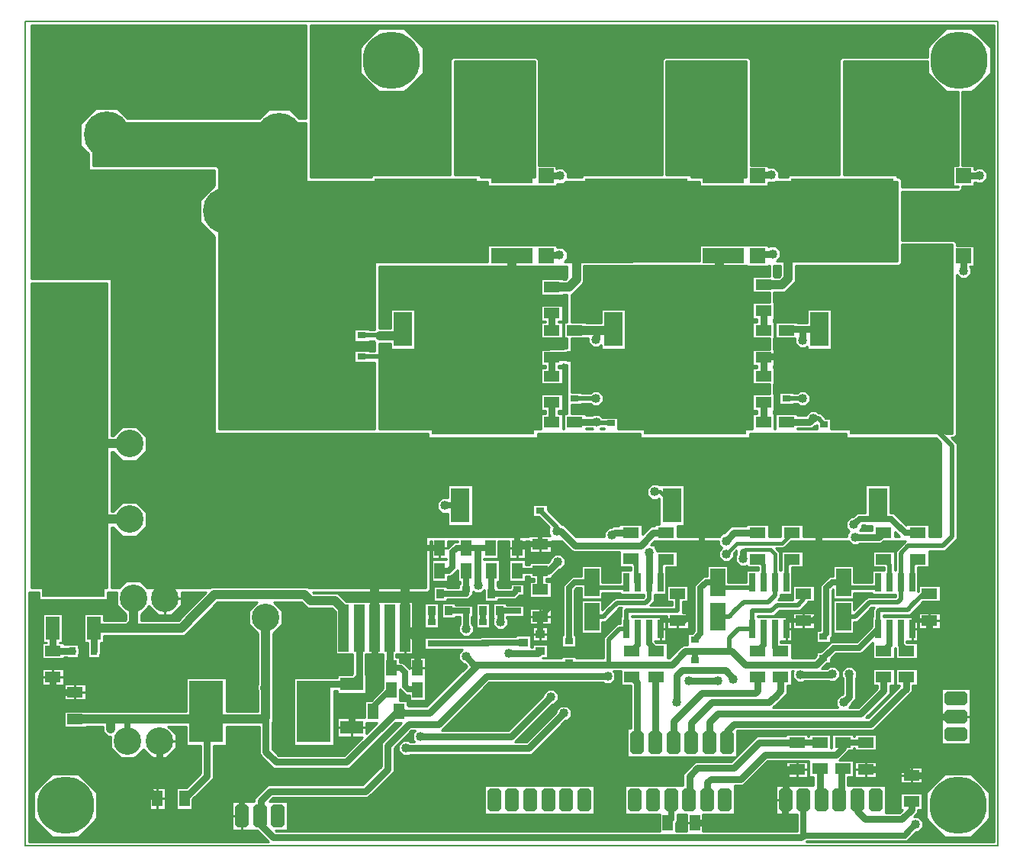
<source format=gbr>
G04 PROTEUS RS274X GERBER FILE*
%FSLAX45Y45*%
%MOMM*%
G01*
%ADD10C,0.762000*%
%ADD11C,0.508000*%
%ADD12C,0.635000*%
%ADD13C,1.016000*%
%ADD14C,0.254000*%
%ADD15C,0.381000*%
%ADD16C,2.540000*%
%ADD17C,1.016000*%
%ADD18C,0.762000*%
%ADD19R,4.572000X1.651000*%
%ADD70R,1.651000X1.651000*%
%ADD71C,5.080000*%
%ADD20R,6.985000X6.985000*%
%ADD21R,1.524000X2.540000*%
%ADD22R,0.635000X0.889000*%
%ADD23R,1.803400X1.143000*%
%ADD24R,1.143000X5.207000*%
%ADD25R,10.744200X9.550400*%
%ADD26R,3.810000X6.858000*%
%ADD27R,2.540000X1.473200*%
%ADD28R,1.143000X1.803400*%
%ADD29C,6.350000*%
%ADD72R,0.635000X2.032000*%
%ADD73R,1.651000X3.048000*%
%ADD30R,0.889000X0.635000*%
%ADD31R,0.889000X1.016000*%
%ADD32R,1.016000X0.889000*%
%AMDIL027*
4,1,8,
-1.270000,0.457200,-0.965200,0.762000,0.965200,0.762000,1.270000,0.457200,1.270000,-0.457200,
0.965200,-0.762000,-0.965200,-0.762000,-1.270000,-0.457200,-1.270000,0.457200,
0*%
%ADD33DIL027*%
%AMDIL028*
4,1,8,
-0.762000,0.965200,-0.457200,1.270000,0.457200,1.270000,0.762000,0.965200,0.762000,-0.965200,
0.457200,-1.270000,-0.457200,-1.270000,-0.762000,-0.965200,-0.762000,0.965200,
0*%
%ADD34DIL028*%
%ADD35C,3.048000*%
%ADD36R,11.430000X8.890000*%
%ADD37R,2.032000X3.810000*%
%ADD38C,0.203200*%
G36*
X-177800Y-3556000D02*
X-1016000Y-3556000D01*
X-1016000Y-177800D01*
X-177800Y-177800D01*
X-177800Y-3556000D01*
G37*
%LPC*%
G36*
X-558800Y-3314881D02*
X-558800Y-3304359D01*
X-551361Y-3296920D01*
X-540839Y-3296920D01*
X-533400Y-3304359D01*
X-533400Y-3314881D01*
X-540839Y-3322320D01*
X-551361Y-3322320D01*
X-558800Y-3314881D01*
G37*
G36*
X-608324Y-1638300D02*
X-534676Y-1638300D01*
X-482600Y-1690376D01*
X-482600Y-1764024D01*
X-534676Y-1816100D01*
X-608324Y-1816100D01*
X-660400Y-1764024D01*
X-660400Y-1690376D01*
X-608324Y-1638300D01*
G37*
G36*
X-584200Y-1037945D02*
X-584200Y-943255D01*
X-517245Y-876300D01*
X-422555Y-876300D01*
X-355600Y-943255D01*
X-355600Y-1037945D01*
X-422555Y-1104900D01*
X-517245Y-1104900D01*
X-584200Y-1037945D01*
G37*
G36*
X-730250Y-1270451D02*
X-730250Y-1244149D01*
X-711651Y-1225550D01*
X-685349Y-1225550D01*
X-666750Y-1244149D01*
X-666750Y-1270451D01*
X-685349Y-1289050D01*
X-711651Y-1289050D01*
X-730250Y-1270451D01*
G37*
G36*
X-958850Y-1067251D02*
X-958850Y-1040949D01*
X-940251Y-1022350D01*
X-913949Y-1022350D01*
X-895350Y-1040949D01*
X-895350Y-1067251D01*
X-913949Y-1085850D01*
X-940251Y-1085850D01*
X-958850Y-1067251D01*
G37*
G36*
X-920750Y-1616087D02*
X-920750Y-1589785D01*
X-902151Y-1571186D01*
X-875849Y-1571186D01*
X-857250Y-1589785D01*
X-857250Y-1616087D01*
X-875849Y-1634686D01*
X-902151Y-1634686D01*
X-920750Y-1616087D01*
G37*
G36*
X-819150Y-1440111D02*
X-819150Y-1413809D01*
X-800551Y-1395210D01*
X-774249Y-1395210D01*
X-755650Y-1413809D01*
X-755650Y-1440111D01*
X-774249Y-1458710D01*
X-800551Y-1458710D01*
X-819150Y-1440111D01*
G37*
G36*
X-412750Y-1440111D02*
X-412750Y-1413809D01*
X-394151Y-1395210D01*
X-367849Y-1395210D01*
X-349250Y-1413809D01*
X-349250Y-1440111D01*
X-367849Y-1458710D01*
X-394151Y-1458710D01*
X-412750Y-1440111D01*
G37*
G36*
X-920750Y-1264135D02*
X-920750Y-1237833D01*
X-902151Y-1219234D01*
X-875849Y-1219234D01*
X-857250Y-1237833D01*
X-857250Y-1264135D01*
X-875849Y-1282734D01*
X-902151Y-1282734D01*
X-920750Y-1264135D01*
G37*
G36*
X-819150Y-1088159D02*
X-819150Y-1061857D01*
X-800551Y-1043258D01*
X-774249Y-1043258D01*
X-755650Y-1061857D01*
X-755650Y-1088159D01*
X-774249Y-1106758D01*
X-800551Y-1106758D01*
X-819150Y-1088159D01*
G37*
G36*
X-920750Y-912183D02*
X-920750Y-885881D01*
X-902151Y-867282D01*
X-875849Y-867282D01*
X-857250Y-885881D01*
X-857250Y-912183D01*
X-875849Y-930782D01*
X-902151Y-930782D01*
X-920750Y-912183D01*
G37*
G36*
X-920750Y-560231D02*
X-920750Y-533929D01*
X-902151Y-515330D01*
X-875849Y-515330D01*
X-857250Y-533929D01*
X-857250Y-560231D01*
X-875849Y-578830D01*
X-902151Y-578830D01*
X-920750Y-560231D01*
G37*
G36*
X-514350Y-560231D02*
X-514350Y-533929D01*
X-495751Y-515330D01*
X-469449Y-515330D01*
X-450850Y-533929D01*
X-450850Y-560231D01*
X-469449Y-578830D01*
X-495751Y-578830D01*
X-514350Y-560231D01*
G37*
G36*
X-615950Y-384255D02*
X-615950Y-357953D01*
X-597351Y-339354D01*
X-571049Y-339354D01*
X-552450Y-357953D01*
X-552450Y-384255D01*
X-571049Y-402854D01*
X-597351Y-402854D01*
X-615950Y-384255D01*
G37*
G36*
X-412750Y-384255D02*
X-412750Y-357953D01*
X-394151Y-339354D01*
X-367849Y-339354D01*
X-349250Y-357953D01*
X-349250Y-384255D01*
X-367849Y-402854D01*
X-394151Y-402854D01*
X-412750Y-384255D01*
G37*
%LPD*%
G36*
X+6921500Y+1003300D02*
X+6672761Y+1003300D01*
X+6680200Y+1010739D01*
X+6680200Y+1021261D01*
X+6672761Y+1028700D01*
X+6662239Y+1028700D01*
X+6654800Y+1021261D01*
X+6654800Y+1010739D01*
X+6662239Y+1003300D01*
X+6306819Y+1003300D01*
X+6306819Y+1023619D01*
X+6032500Y+1023619D01*
X+6032500Y+2286000D01*
X+6921500Y+2286000D01*
X+6921500Y+1003300D01*
G37*
%LPC*%
G36*
X+6553200Y+1667155D02*
X+6553200Y+1761845D01*
X+6620155Y+1828800D01*
X+6714845Y+1828800D01*
X+6781800Y+1761845D01*
X+6781800Y+1667155D01*
X+6714845Y+1600200D01*
X+6620155Y+1600200D01*
X+6553200Y+1667155D01*
G37*
G36*
X+6332219Y+1039159D02*
X+6332219Y+1065461D01*
X+6350818Y+1084060D01*
X+6377120Y+1084060D01*
X+6395719Y+1065461D01*
X+6395719Y+1039159D01*
X+6377120Y+1020560D01*
X+6350818Y+1020560D01*
X+6332219Y+1039159D01*
G37*
G36*
X+6230619Y+1215135D02*
X+6230619Y+1241437D01*
X+6249218Y+1260036D01*
X+6275520Y+1260036D01*
X+6294119Y+1241437D01*
X+6294119Y+1215135D01*
X+6275520Y+1196536D01*
X+6249218Y+1196536D01*
X+6230619Y+1215135D01*
G37*
G36*
X+6433819Y+1215135D02*
X+6433819Y+1241437D01*
X+6452418Y+1260036D01*
X+6478720Y+1260036D01*
X+6497319Y+1241437D01*
X+6497319Y+1215135D01*
X+6478720Y+1196536D01*
X+6452418Y+1196536D01*
X+6433819Y+1215135D01*
G37*
G36*
X+6129019Y+1391111D02*
X+6129019Y+1417413D01*
X+6147618Y+1436012D01*
X+6173920Y+1436012D01*
X+6192519Y+1417413D01*
X+6192519Y+1391111D01*
X+6173920Y+1372512D01*
X+6147618Y+1372512D01*
X+6129019Y+1391111D01*
G37*
G36*
X+6332219Y+1391111D02*
X+6332219Y+1417413D01*
X+6350818Y+1436012D01*
X+6377120Y+1436012D01*
X+6395719Y+1417413D01*
X+6395719Y+1391111D01*
X+6377120Y+1372512D01*
X+6350818Y+1372512D01*
X+6332219Y+1391111D01*
G37*
G36*
X+6230619Y+1567087D02*
X+6230619Y+1593389D01*
X+6249218Y+1611988D01*
X+6275520Y+1611988D01*
X+6294119Y+1593389D01*
X+6294119Y+1567087D01*
X+6275520Y+1548488D01*
X+6249218Y+1548488D01*
X+6230619Y+1567087D01*
G37*
G36*
X+6129019Y+1743063D02*
X+6129019Y+1769365D01*
X+6147618Y+1787964D01*
X+6173920Y+1787964D01*
X+6192519Y+1769365D01*
X+6192519Y+1743063D01*
X+6173920Y+1724464D01*
X+6147618Y+1724464D01*
X+6129019Y+1743063D01*
G37*
G36*
X+6254750Y+1891849D02*
X+6254750Y+1918151D01*
X+6273349Y+1936750D01*
X+6299651Y+1936750D01*
X+6318250Y+1918151D01*
X+6318250Y+1891849D01*
X+6299651Y+1873250D01*
X+6273349Y+1873250D01*
X+6254750Y+1891849D01*
G37*
%LPD*%
G36*
X+8933181Y+2153510D02*
X+9138510Y+1948181D01*
X+9271000Y+1948181D01*
X+9271000Y+1131569D01*
X+9218931Y+1131569D01*
X+9218931Y+900431D01*
X+9271000Y+900431D01*
X+9271000Y+889000D01*
X+8648269Y+889000D01*
X+8648747Y+973338D01*
X+8618953Y+1003300D01*
X+8592819Y+1003300D01*
X+8592819Y+1023619D01*
X+8001000Y+1023619D01*
X+8001000Y+2286000D01*
X+8933181Y+2286000D01*
X+8933181Y+2153510D01*
G37*
%LPC*%
G36*
X+8948239Y+1028700D02*
X+8958761Y+1028700D01*
X+8966200Y+1021261D01*
X+8966200Y+1010739D01*
X+8958761Y+1003300D01*
X+8948239Y+1003300D01*
X+8940800Y+1010739D01*
X+8940800Y+1021261D01*
X+8948239Y+1028700D01*
G37*
G36*
X+8140700Y+1603655D02*
X+8140700Y+1698345D01*
X+8207655Y+1765300D01*
X+8302345Y+1765300D01*
X+8369300Y+1698345D01*
X+8369300Y+1603655D01*
X+8302345Y+1536700D01*
X+8207655Y+1536700D01*
X+8140700Y+1603655D01*
G37*
G36*
X+8566150Y+1215135D02*
X+8566150Y+1241437D01*
X+8584749Y+1260036D01*
X+8611051Y+1260036D01*
X+8629650Y+1241437D01*
X+8629650Y+1215135D01*
X+8611051Y+1196536D01*
X+8584749Y+1196536D01*
X+8566150Y+1215135D01*
G37*
G36*
X+8769350Y+1215135D02*
X+8769350Y+1241437D01*
X+8787949Y+1260036D01*
X+8814251Y+1260036D01*
X+8832850Y+1241437D01*
X+8832850Y+1215135D01*
X+8814251Y+1196536D01*
X+8787949Y+1196536D01*
X+8769350Y+1215135D01*
G37*
G36*
X+8566150Y+1567087D02*
X+8566150Y+1593389D01*
X+8584749Y+1611988D01*
X+8611051Y+1611988D01*
X+8629650Y+1593389D01*
X+8629650Y+1567087D01*
X+8611051Y+1548488D01*
X+8584749Y+1548488D01*
X+8566150Y+1567087D01*
G37*
G36*
X+8693150Y+1853749D02*
X+8693150Y+1880051D01*
X+8711749Y+1898650D01*
X+8738051Y+1898650D01*
X+8756650Y+1880051D01*
X+8756650Y+1853749D01*
X+8738051Y+1835150D01*
X+8711749Y+1835150D01*
X+8693150Y+1853749D01*
G37*
G36*
X+8274050Y+1244394D02*
X+8274050Y+1270696D01*
X+8292649Y+1289295D01*
X+8318951Y+1289295D01*
X+8337550Y+1270696D01*
X+8337550Y+1244394D01*
X+8318951Y+1225795D01*
X+8292649Y+1225795D01*
X+8274050Y+1244394D01*
G37*
G36*
X+9036050Y+1244394D02*
X+9036050Y+1270696D01*
X+9054649Y+1289295D01*
X+9080951Y+1289295D01*
X+9099550Y+1270696D01*
X+9099550Y+1244394D01*
X+9080951Y+1225795D01*
X+9054649Y+1225795D01*
X+9036050Y+1244394D01*
G37*
G36*
X+8477250Y+1929949D02*
X+8477250Y+1956251D01*
X+8495849Y+1974850D01*
X+8522151Y+1974850D01*
X+8540750Y+1956251D01*
X+8540750Y+1929949D01*
X+8522151Y+1911350D01*
X+8495849Y+1911350D01*
X+8477250Y+1929949D01*
G37*
G36*
X+8528050Y+2124274D02*
X+8528050Y+2150576D01*
X+8546649Y+2169175D01*
X+8572951Y+2169175D01*
X+8591550Y+2150576D01*
X+8591550Y+2124274D01*
X+8572951Y+2105675D01*
X+8546649Y+2105675D01*
X+8528050Y+2124274D01*
G37*
G36*
X+8782050Y+2124274D02*
X+8782050Y+2150576D01*
X+8800649Y+2169175D01*
X+8826951Y+2169175D01*
X+8845550Y+2150576D01*
X+8845550Y+2124274D01*
X+8826951Y+2105675D01*
X+8800649Y+2105675D01*
X+8782050Y+2124274D01*
G37*
G36*
X+8794750Y+1625149D02*
X+8794750Y+1651451D01*
X+8813349Y+1670050D01*
X+8839651Y+1670050D01*
X+8858250Y+1651451D01*
X+8858250Y+1625149D01*
X+8839651Y+1606550D01*
X+8813349Y+1606550D01*
X+8794750Y+1625149D01*
G37*
G36*
X+9074150Y+1447349D02*
X+9074150Y+1473651D01*
X+9092749Y+1492250D01*
X+9119051Y+1492250D01*
X+9137650Y+1473651D01*
X+9137650Y+1447349D01*
X+9119051Y+1428750D01*
X+9092749Y+1428750D01*
X+9074150Y+1447349D01*
G37*
%LPD*%
G36*
X+4572000Y+1003300D02*
X+4323261Y+1003300D01*
X+4330700Y+1010739D01*
X+4330700Y+1021261D01*
X+4323261Y+1028700D01*
X+4312739Y+1028700D01*
X+4305300Y+1021261D01*
X+4305300Y+1010739D01*
X+4312739Y+1003300D01*
X+3970019Y+1003300D01*
X+3970019Y+1023619D01*
X+3683000Y+1023619D01*
X+3683000Y+2286000D01*
X+4572000Y+2286000D01*
X+4572000Y+1003300D01*
G37*
%LPC*%
G36*
X+4203700Y+1667155D02*
X+4203700Y+1761845D01*
X+4270655Y+1828800D01*
X+4365345Y+1828800D01*
X+4432300Y+1761845D01*
X+4432300Y+1667155D01*
X+4365345Y+1600200D01*
X+4270655Y+1600200D01*
X+4203700Y+1667155D01*
G37*
G36*
X+3981450Y+1039159D02*
X+3981450Y+1065461D01*
X+4000049Y+1084060D01*
X+4026351Y+1084060D01*
X+4044950Y+1065461D01*
X+4044950Y+1039159D01*
X+4026351Y+1020560D01*
X+4000049Y+1020560D01*
X+3981450Y+1039159D01*
G37*
G36*
X+3879850Y+1215135D02*
X+3879850Y+1241437D01*
X+3898449Y+1260036D01*
X+3924751Y+1260036D01*
X+3943350Y+1241437D01*
X+3943350Y+1215135D01*
X+3924751Y+1196536D01*
X+3898449Y+1196536D01*
X+3879850Y+1215135D01*
G37*
G36*
X+4083050Y+1215135D02*
X+4083050Y+1241437D01*
X+4101649Y+1260036D01*
X+4127951Y+1260036D01*
X+4146550Y+1241437D01*
X+4146550Y+1215135D01*
X+4127951Y+1196536D01*
X+4101649Y+1196536D01*
X+4083050Y+1215135D01*
G37*
G36*
X+3778250Y+1391111D02*
X+3778250Y+1417413D01*
X+3796849Y+1436012D01*
X+3823151Y+1436012D01*
X+3841750Y+1417413D01*
X+3841750Y+1391111D01*
X+3823151Y+1372512D01*
X+3796849Y+1372512D01*
X+3778250Y+1391111D01*
G37*
G36*
X+3981450Y+1391111D02*
X+3981450Y+1417413D01*
X+4000049Y+1436012D01*
X+4026351Y+1436012D01*
X+4044950Y+1417413D01*
X+4044950Y+1391111D01*
X+4026351Y+1372512D01*
X+4000049Y+1372512D01*
X+3981450Y+1391111D01*
G37*
G36*
X+3879850Y+1567087D02*
X+3879850Y+1593389D01*
X+3898449Y+1611988D01*
X+3924751Y+1611988D01*
X+3943350Y+1593389D01*
X+3943350Y+1567087D01*
X+3924751Y+1548488D01*
X+3898449Y+1548488D01*
X+3879850Y+1567087D01*
G37*
G36*
X+3778250Y+1743063D02*
X+3778250Y+1769365D01*
X+3796849Y+1787964D01*
X+3823151Y+1787964D01*
X+3841750Y+1769365D01*
X+3841750Y+1743063D01*
X+3823151Y+1724464D01*
X+3796849Y+1724464D01*
X+3778250Y+1743063D01*
G37*
G36*
X+3905250Y+1891849D02*
X+3905250Y+1918151D01*
X+3923849Y+1936750D01*
X+3950151Y+1936750D01*
X+3968750Y+1918151D01*
X+3968750Y+1891849D01*
X+3950151Y+1873250D01*
X+3923849Y+1873250D01*
X+3905250Y+1891849D01*
G37*
%LPD*%
G36*
X+4932680Y-119368D02*
X+4917867Y-134181D01*
X+4885689Y-134181D01*
X+4885689Y-127831D01*
X+4639311Y-127831D01*
X+4639311Y-308169D01*
X+4885689Y-308169D01*
X+4885689Y-301819D01*
X+4932680Y-301819D01*
X+4932680Y-608331D01*
X+4893311Y-608331D01*
X+4893311Y-788669D01*
X+4932680Y-788669D01*
X+4932680Y-898331D01*
X+4893311Y-898331D01*
X+4893311Y-904681D01*
X+4737783Y-904681D01*
X+4734133Y-908331D01*
X+4639311Y-908331D01*
X+4639311Y-1088669D01*
X+4691381Y-1088669D01*
X+4691381Y-1116331D01*
X+4639311Y-1116331D01*
X+4639311Y-1296669D01*
X+4885689Y-1296669D01*
X+4885689Y-1116331D01*
X+4833619Y-1116331D01*
X+4833619Y-1088669D01*
X+4885689Y-1088669D01*
X+4885689Y-1072319D01*
X+4893311Y-1072319D01*
X+4893311Y-1078669D01*
X+4932680Y-1078669D01*
X+4932680Y-1624331D01*
X+4893311Y-1624331D01*
X+4893311Y-1790700D01*
X+4885689Y-1790700D01*
X+4885689Y-1624331D01*
X+4833619Y-1624331D01*
X+4833619Y-1586669D01*
X+4885689Y-1586669D01*
X+4885689Y-1406331D01*
X+4639311Y-1406331D01*
X+4639311Y-1586669D01*
X+4691381Y-1586669D01*
X+4691381Y-1624331D01*
X+4639311Y-1624331D01*
X+4639311Y-1790700D01*
X+2844800Y-1790700D01*
X+2844800Y-845819D01*
X+2976881Y-845819D01*
X+2976881Y-909319D01*
X+3246119Y-909319D01*
X+3246119Y-462281D01*
X+2976881Y-462281D01*
X+2976881Y-678181D01*
X+2844800Y-678181D01*
X+2844800Y+12745D01*
X+4583431Y+14268D01*
X+4583431Y+11431D01*
X+4814569Y+11431D01*
X+4814569Y+14471D01*
X+4932680Y+14574D01*
X+4932680Y-119368D01*
G37*
%LPC*%
G36*
X+4885689Y-598169D02*
X+4833619Y-598169D01*
X+4833619Y-608331D01*
X+4885689Y-608331D01*
X+4885689Y-788669D01*
X+4639311Y-788669D01*
X+4639311Y-608331D01*
X+4691381Y-608331D01*
X+4691381Y-598169D01*
X+4639311Y-598169D01*
X+4639311Y-417831D01*
X+4885689Y-417831D01*
X+4885689Y-598169D01*
G37*
G36*
X+3606800Y-691061D02*
X+3606800Y-680539D01*
X+3614239Y-673100D01*
X+3624761Y-673100D01*
X+3632200Y-680539D01*
X+3632200Y-691061D01*
X+3624761Y-698500D01*
X+3614239Y-698500D01*
X+3606800Y-691061D01*
G37*
G36*
X+3987800Y-1414961D02*
X+3987800Y-1404439D01*
X+3995239Y-1397000D01*
X+4005761Y-1397000D01*
X+4013200Y-1404439D01*
X+4013200Y-1414961D01*
X+4005761Y-1422400D01*
X+3995239Y-1422400D01*
X+3987800Y-1414961D01*
G37*
G36*
X+3181350Y-1510805D02*
X+3181350Y-1484503D01*
X+3199949Y-1465904D01*
X+3226251Y-1465904D01*
X+3244850Y-1484503D01*
X+3244850Y-1510805D01*
X+3226251Y-1529404D01*
X+3199949Y-1529404D01*
X+3181350Y-1510805D01*
G37*
G36*
X+3181350Y-1321251D02*
X+3181350Y-1294949D01*
X+3199949Y-1276350D01*
X+3226251Y-1276350D01*
X+3244850Y-1294949D01*
X+3244850Y-1321251D01*
X+3226251Y-1339850D01*
X+3199949Y-1339850D01*
X+3181350Y-1321251D01*
G37*
G36*
X+3181350Y-1158853D02*
X+3181350Y-1132551D01*
X+3199949Y-1113952D01*
X+3226251Y-1113952D01*
X+3244850Y-1132551D01*
X+3244850Y-1158853D01*
X+3226251Y-1177452D01*
X+3199949Y-1177452D01*
X+3181350Y-1158853D01*
G37*
G36*
X+4095750Y-630925D02*
X+4095750Y-604623D01*
X+4114349Y-586024D01*
X+4140651Y-586024D01*
X+4159250Y-604623D01*
X+4159250Y-630925D01*
X+4140651Y-649524D01*
X+4114349Y-649524D01*
X+4095750Y-630925D01*
G37*
G36*
X+4298950Y-630925D02*
X+4298950Y-604623D01*
X+4317549Y-586024D01*
X+4343851Y-586024D01*
X+4362450Y-604623D01*
X+4362450Y-630925D01*
X+4343851Y-649524D01*
X+4317549Y-649524D01*
X+4298950Y-630925D01*
G37*
G36*
X+3282950Y-278973D02*
X+3282950Y-252671D01*
X+3301549Y-234072D01*
X+3327851Y-234072D01*
X+3346450Y-252671D01*
X+3346450Y-278973D01*
X+3327851Y-297572D01*
X+3301549Y-297572D01*
X+3282950Y-278973D01*
G37*
G36*
X+3486150Y-278973D02*
X+3486150Y-252671D01*
X+3504749Y-234072D01*
X+3531051Y-234072D01*
X+3549650Y-252671D01*
X+3549650Y-278973D01*
X+3531051Y-297572D01*
X+3504749Y-297572D01*
X+3486150Y-278973D01*
G37*
G36*
X+3689350Y-278973D02*
X+3689350Y-252671D01*
X+3707949Y-234072D01*
X+3734251Y-234072D01*
X+3752850Y-252671D01*
X+3752850Y-278973D01*
X+3734251Y-297572D01*
X+3707949Y-297572D01*
X+3689350Y-278973D01*
G37*
G36*
X+3892550Y-278973D02*
X+3892550Y-252671D01*
X+3911149Y-234072D01*
X+3937451Y-234072D01*
X+3956050Y-252671D01*
X+3956050Y-278973D01*
X+3937451Y-297572D01*
X+3911149Y-297572D01*
X+3892550Y-278973D01*
G37*
G36*
X+4095750Y-278973D02*
X+4095750Y-252671D01*
X+4114349Y-234072D01*
X+4140651Y-234072D01*
X+4159250Y-252671D01*
X+4159250Y-278973D01*
X+4140651Y-297572D01*
X+4114349Y-297572D01*
X+4095750Y-278973D01*
G37*
G36*
X+3181350Y-102997D02*
X+3181350Y-76695D01*
X+3199949Y-58096D01*
X+3226251Y-58096D01*
X+3244850Y-76695D01*
X+3244850Y-102997D01*
X+3226251Y-121596D01*
X+3199949Y-121596D01*
X+3181350Y-102997D01*
G37*
G36*
X+3384550Y-102997D02*
X+3384550Y-76695D01*
X+3403149Y-58096D01*
X+3429451Y-58096D01*
X+3448050Y-76695D01*
X+3448050Y-102997D01*
X+3429451Y-121596D01*
X+3403149Y-121596D01*
X+3384550Y-102997D01*
G37*
G36*
X+3587750Y-102997D02*
X+3587750Y-76695D01*
X+3606349Y-58096D01*
X+3632651Y-58096D01*
X+3651250Y-76695D01*
X+3651250Y-102997D01*
X+3632651Y-121596D01*
X+3606349Y-121596D01*
X+3587750Y-102997D01*
G37*
G36*
X+3790950Y-102997D02*
X+3790950Y-76695D01*
X+3809549Y-58096D01*
X+3835851Y-58096D01*
X+3854450Y-76695D01*
X+3854450Y-102997D01*
X+3835851Y-121596D01*
X+3809549Y-121596D01*
X+3790950Y-102997D01*
G37*
G36*
X+3994150Y-102997D02*
X+3994150Y-76695D01*
X+4012749Y-58096D01*
X+4039051Y-58096D01*
X+4057650Y-76695D01*
X+4057650Y-102997D01*
X+4039051Y-121596D01*
X+4012749Y-121596D01*
X+3994150Y-102997D01*
G37*
G36*
X+4400550Y-102997D02*
X+4400550Y-76695D01*
X+4419149Y-58096D01*
X+4445451Y-58096D01*
X+4464050Y-76695D01*
X+4464050Y-102997D01*
X+4445451Y-121596D01*
X+4419149Y-121596D01*
X+4400550Y-102997D01*
G37*
G36*
X+3168650Y-1689551D02*
X+3168650Y-1663249D01*
X+3187249Y-1644650D01*
X+3213551Y-1644650D01*
X+3232150Y-1663249D01*
X+3232150Y-1689551D01*
X+3213551Y-1708150D01*
X+3187249Y-1708150D01*
X+3168650Y-1689551D01*
G37*
G36*
X+4095750Y-806901D02*
X+4095750Y-780599D01*
X+4114349Y-762000D01*
X+4140651Y-762000D01*
X+4159250Y-780599D01*
X+4159250Y-806901D01*
X+4140651Y-825500D01*
X+4114349Y-825500D01*
X+4095750Y-806901D01*
G37*
G36*
X+4349750Y-806901D02*
X+4349750Y-780599D01*
X+4368349Y-762000D01*
X+4394651Y-762000D01*
X+4413250Y-780599D01*
X+4413250Y-806901D01*
X+4394651Y-825500D01*
X+4368349Y-825500D01*
X+4349750Y-806901D01*
G37*
G36*
X+3892550Y-837065D02*
X+3892550Y-810763D01*
X+3911149Y-792164D01*
X+3937451Y-792164D01*
X+3956050Y-810763D01*
X+3956050Y-837065D01*
X+3937451Y-855664D01*
X+3911149Y-855664D01*
X+3892550Y-837065D01*
G37*
G36*
X+3384550Y-661089D02*
X+3384550Y-634787D01*
X+3403149Y-616188D01*
X+3429451Y-616188D01*
X+3448050Y-634787D01*
X+3448050Y-661089D01*
X+3429451Y-679688D01*
X+3403149Y-679688D01*
X+3384550Y-661089D01*
G37*
G36*
X+3790950Y-661089D02*
X+3790950Y-634787D01*
X+3809549Y-616188D01*
X+3835851Y-616188D01*
X+3854450Y-634787D01*
X+3854450Y-661089D01*
X+3835851Y-679688D01*
X+3809549Y-679688D01*
X+3790950Y-661089D01*
G37*
G36*
X+2889250Y-1029151D02*
X+2889250Y-1002849D01*
X+2907849Y-984250D01*
X+2934151Y-984250D01*
X+2952750Y-1002849D01*
X+2952750Y-1029151D01*
X+2934151Y-1047750D01*
X+2907849Y-1047750D01*
X+2889250Y-1029151D01*
G37*
%LPD*%
G36*
X+7180580Y-100331D02*
X+6988811Y-100331D01*
X+6988811Y-280669D01*
X+7180580Y-280669D01*
X+7180580Y-390331D01*
X+6988811Y-390331D01*
X+6988811Y-570669D01*
X+7040881Y-570669D01*
X+7040881Y-608331D01*
X+6988811Y-608331D01*
X+6988811Y-788669D01*
X+7180580Y-788669D01*
X+7180580Y-908331D01*
X+6988811Y-908331D01*
X+6988811Y-1088669D01*
X+7040881Y-1088669D01*
X+7040881Y-1116331D01*
X+6988811Y-1116331D01*
X+6988811Y-1296669D01*
X+7180580Y-1296669D01*
X+7180580Y-1406331D01*
X+6988811Y-1406331D01*
X+6988811Y-1586669D01*
X+7040881Y-1586669D01*
X+7040881Y-1624331D01*
X+6988811Y-1624331D01*
X+6988811Y-1790700D01*
X+5500369Y-1790700D01*
X+5500369Y-1662431D01*
X+5345431Y-1662431D01*
X+5345431Y-1668781D01*
X+5330619Y-1668781D01*
X+5292519Y-1630681D01*
X+5223081Y-1630681D01*
X+5210381Y-1643381D01*
X+5139689Y-1643381D01*
X+5139689Y-1624331D01*
X+4978400Y-1624331D01*
X+4978400Y-1518919D01*
X+5093969Y-1518919D01*
X+5093969Y-1512569D01*
X+5189293Y-1512569D01*
X+5214693Y-1537969D01*
X+5284131Y-1537969D01*
X+5333231Y-1488869D01*
X+5333231Y-1419431D01*
X+5284131Y-1370331D01*
X+5214693Y-1370331D01*
X+5189293Y-1395731D01*
X+5093969Y-1395731D01*
X+5093969Y-1389381D01*
X+4978400Y-1389381D01*
X+4978400Y-788669D01*
X+5139689Y-788669D01*
X+5139689Y-782319D01*
X+5165593Y-782319D01*
X+5165593Y-838895D01*
X+5214693Y-887995D01*
X+5284131Y-887995D01*
X+5313681Y-858445D01*
X+5313681Y-909319D01*
X+5582919Y-909319D01*
X+5582919Y-462281D01*
X+5313681Y-462281D01*
X+5313681Y-614681D01*
X+5139689Y-614681D01*
X+5139689Y-608331D01*
X+4978400Y-608331D01*
X+4978400Y-301819D01*
X+4987301Y-301819D01*
X+5120313Y-168807D01*
X+5120313Y+14739D01*
X+6932931Y+16327D01*
X+6932931Y+11431D01*
X+7164069Y+11431D01*
X+7164069Y+16530D01*
X+7180580Y+16544D01*
X+7180580Y-100331D01*
G37*
%LPC*%
G36*
X+5011239Y-975800D02*
X+5021761Y-975800D01*
X+5029200Y-983239D01*
X+5029200Y-993761D01*
X+5021761Y-1001200D01*
X+5011239Y-1001200D01*
X+5003800Y-993761D01*
X+5003800Y-983239D01*
X+5011239Y-975800D01*
G37*
G36*
X+5943600Y-691061D02*
X+5943600Y-680539D01*
X+5951039Y-673100D01*
X+5961561Y-673100D01*
X+5969000Y-680539D01*
X+5969000Y-691061D01*
X+5961561Y-698500D01*
X+5951039Y-698500D01*
X+5943600Y-691061D01*
G37*
G36*
X+6337300Y-1414961D02*
X+6337300Y-1404439D01*
X+6344739Y-1397000D01*
X+6355261Y-1397000D01*
X+6362700Y-1404439D01*
X+6362700Y-1414961D01*
X+6355261Y-1422400D01*
X+6344739Y-1422400D01*
X+6337300Y-1414961D01*
G37*
G36*
X+5021761Y-1231900D02*
X+5011239Y-1231900D01*
X+5003800Y-1224461D01*
X+5003800Y-1213939D01*
X+5011239Y-1206500D01*
X+5021761Y-1206500D01*
X+5029200Y-1213939D01*
X+5029200Y-1224461D01*
X+5021761Y-1231900D01*
G37*
G36*
X+5607050Y-1622036D02*
X+5607050Y-1595734D01*
X+5625649Y-1577135D01*
X+5651951Y-1577135D01*
X+5670550Y-1595734D01*
X+5670550Y-1622036D01*
X+5651951Y-1640635D01*
X+5625649Y-1640635D01*
X+5607050Y-1622036D01*
G37*
G36*
X+5518150Y-1468057D02*
X+5518150Y-1441755D01*
X+5536749Y-1423156D01*
X+5563051Y-1423156D01*
X+5581650Y-1441755D01*
X+5581650Y-1468057D01*
X+5563051Y-1486656D01*
X+5536749Y-1486656D01*
X+5518150Y-1468057D01*
G37*
G36*
X+5429250Y-1314078D02*
X+5429250Y-1287776D01*
X+5447849Y-1269177D01*
X+5474151Y-1269177D01*
X+5492750Y-1287776D01*
X+5492750Y-1314078D01*
X+5474151Y-1332677D01*
X+5447849Y-1332677D01*
X+5429250Y-1314078D01*
G37*
G36*
X+5607050Y-1314078D02*
X+5607050Y-1287776D01*
X+5625649Y-1269177D01*
X+5651951Y-1269177D01*
X+5670550Y-1287776D01*
X+5670550Y-1314078D01*
X+5651951Y-1332677D01*
X+5625649Y-1332677D01*
X+5607050Y-1314078D01*
G37*
G36*
X+5518150Y-1160099D02*
X+5518150Y-1133797D01*
X+5536749Y-1115198D01*
X+5563051Y-1115198D01*
X+5581650Y-1133797D01*
X+5581650Y-1160099D01*
X+5563051Y-1178698D01*
X+5536749Y-1178698D01*
X+5518150Y-1160099D01*
G37*
G36*
X+5695950Y-852141D02*
X+5695950Y-825839D01*
X+5714549Y-807240D01*
X+5740851Y-807240D01*
X+5759450Y-825839D01*
X+5759450Y-852141D01*
X+5740851Y-870740D01*
X+5714549Y-870740D01*
X+5695950Y-852141D01*
G37*
G36*
X+6584950Y-852141D02*
X+6584950Y-825839D01*
X+6603549Y-807240D01*
X+6629851Y-807240D01*
X+6648450Y-825839D01*
X+6648450Y-852141D01*
X+6629851Y-870740D01*
X+6603549Y-870740D01*
X+6584950Y-852141D01*
G37*
G36*
X+6496050Y-698162D02*
X+6496050Y-671860D01*
X+6514649Y-653261D01*
X+6540951Y-653261D01*
X+6559550Y-671860D01*
X+6559550Y-698162D01*
X+6540951Y-716761D01*
X+6514649Y-716761D01*
X+6496050Y-698162D01*
G37*
G36*
X+6673850Y-698162D02*
X+6673850Y-671860D01*
X+6692449Y-653261D01*
X+6718751Y-653261D01*
X+6737350Y-671860D01*
X+6737350Y-698162D01*
X+6718751Y-716761D01*
X+6692449Y-716761D01*
X+6673850Y-698162D01*
G37*
G36*
X+5695950Y-544183D02*
X+5695950Y-517881D01*
X+5714549Y-499282D01*
X+5740851Y-499282D01*
X+5759450Y-517881D01*
X+5759450Y-544183D01*
X+5740851Y-562782D01*
X+5714549Y-562782D01*
X+5695950Y-544183D01*
G37*
G36*
X+6584950Y-544183D02*
X+6584950Y-517881D01*
X+6603549Y-499282D01*
X+6629851Y-499282D01*
X+6648450Y-517881D01*
X+6648450Y-544183D01*
X+6629851Y-562782D01*
X+6603549Y-562782D01*
X+6584950Y-544183D01*
G37*
G36*
X+5784850Y-390204D02*
X+5784850Y-363902D01*
X+5803449Y-345303D01*
X+5829751Y-345303D01*
X+5848350Y-363902D01*
X+5848350Y-390204D01*
X+5829751Y-408803D01*
X+5803449Y-408803D01*
X+5784850Y-390204D01*
G37*
G36*
X+5962650Y-390204D02*
X+5962650Y-363902D01*
X+5981249Y-345303D01*
X+6007551Y-345303D01*
X+6026150Y-363902D01*
X+6026150Y-390204D01*
X+6007551Y-408803D01*
X+5981249Y-408803D01*
X+5962650Y-390204D01*
G37*
G36*
X+5518150Y-236225D02*
X+5518150Y-209923D01*
X+5536749Y-191324D01*
X+5563051Y-191324D01*
X+5581650Y-209923D01*
X+5581650Y-236225D01*
X+5563051Y-254824D01*
X+5536749Y-254824D01*
X+5518150Y-236225D01*
G37*
G36*
X+5695950Y-236225D02*
X+5695950Y-209923D01*
X+5714549Y-191324D01*
X+5740851Y-191324D01*
X+5759450Y-209923D01*
X+5759450Y-236225D01*
X+5740851Y-254824D01*
X+5714549Y-254824D01*
X+5695950Y-236225D01*
G37*
G36*
X+5873750Y-236225D02*
X+5873750Y-209923D01*
X+5892349Y-191324D01*
X+5918651Y-191324D01*
X+5937250Y-209923D01*
X+5937250Y-236225D01*
X+5918651Y-254824D01*
X+5892349Y-254824D01*
X+5873750Y-236225D01*
G37*
G36*
X+6051550Y-236225D02*
X+6051550Y-209923D01*
X+6070149Y-191324D01*
X+6096451Y-191324D01*
X+6115050Y-209923D01*
X+6115050Y-236225D01*
X+6096451Y-254824D01*
X+6070149Y-254824D01*
X+6051550Y-236225D01*
G37*
G36*
X+6229350Y-236225D02*
X+6229350Y-209923D01*
X+6247949Y-191324D01*
X+6274251Y-191324D01*
X+6292850Y-209923D01*
X+6292850Y-236225D01*
X+6274251Y-254824D01*
X+6247949Y-254824D01*
X+6229350Y-236225D01*
G37*
G36*
X+6407150Y-236225D02*
X+6407150Y-209923D01*
X+6425749Y-191324D01*
X+6452051Y-191324D01*
X+6470650Y-209923D01*
X+6470650Y-236225D01*
X+6452051Y-254824D01*
X+6425749Y-254824D01*
X+6407150Y-236225D01*
G37*
G36*
X+5429250Y-82246D02*
X+5429250Y-55944D01*
X+5447849Y-37345D01*
X+5474151Y-37345D01*
X+5492750Y-55944D01*
X+5492750Y-82246D01*
X+5474151Y-100845D01*
X+5447849Y-100845D01*
X+5429250Y-82246D01*
G37*
G36*
X+5607050Y-82246D02*
X+5607050Y-55944D01*
X+5625649Y-37345D01*
X+5651951Y-37345D01*
X+5670550Y-55944D01*
X+5670550Y-82246D01*
X+5651951Y-100845D01*
X+5625649Y-100845D01*
X+5607050Y-82246D01*
G37*
G36*
X+5784850Y-82246D02*
X+5784850Y-55944D01*
X+5803449Y-37345D01*
X+5829751Y-37345D01*
X+5848350Y-55944D01*
X+5848350Y-82246D01*
X+5829751Y-100845D01*
X+5803449Y-100845D01*
X+5784850Y-82246D01*
G37*
G36*
X+5962650Y-82246D02*
X+5962650Y-55944D01*
X+5981249Y-37345D01*
X+6007551Y-37345D01*
X+6026150Y-55944D01*
X+6026150Y-82246D01*
X+6007551Y-100845D01*
X+5981249Y-100845D01*
X+5962650Y-82246D01*
G37*
G36*
X+6140450Y-82246D02*
X+6140450Y-55944D01*
X+6159049Y-37345D01*
X+6185351Y-37345D01*
X+6203950Y-55944D01*
X+6203950Y-82246D01*
X+6185351Y-100845D01*
X+6159049Y-100845D01*
X+6140450Y-82246D01*
G37*
G36*
X+6318250Y-82246D02*
X+6318250Y-55944D01*
X+6336849Y-37345D01*
X+6363151Y-37345D01*
X+6381750Y-55944D01*
X+6381750Y-82246D01*
X+6363151Y-100845D01*
X+6336849Y-100845D01*
X+6318250Y-82246D01*
G37*
G36*
X+6800850Y-914851D02*
X+6800850Y-888549D01*
X+6819449Y-869950D01*
X+6845751Y-869950D01*
X+6864350Y-888549D01*
X+6864350Y-914851D01*
X+6845751Y-933450D01*
X+6819449Y-933450D01*
X+6800850Y-914851D01*
G37*
%LPD*%
G36*
X+5345431Y-1790700D02*
X+5300138Y-1790700D01*
X+5305219Y-1785619D01*
X+5345431Y-1785619D01*
X+5345431Y-1790700D01*
G37*
G36*
X+5215462Y-1790700D02*
X+5139689Y-1790700D01*
X+5139689Y-1785619D01*
X+5210381Y-1785619D01*
X+5215462Y-1790700D01*
G37*
G36*
X+7299669Y-87733D02*
X+7280721Y-106681D01*
X+7235189Y-106681D01*
X+7235189Y-100331D01*
X+7226300Y-100331D01*
X+7226300Y+16584D01*
X+7299669Y+16649D01*
X+7299669Y-87733D01*
G37*
G36*
X+9207500Y-1841500D02*
X+9131300Y-1841500D01*
X+9131300Y-1820458D01*
X+9101542Y-1790700D01*
X+7862569Y-1790700D01*
X+7862569Y-1675131D01*
X+7802947Y-1675131D01*
X+7746260Y-1618444D01*
X+7724855Y-1618444D01*
X+7699455Y-1593044D01*
X+7630017Y-1593044D01*
X+7580917Y-1642144D01*
X+7580917Y-1643381D01*
X+7489189Y-1643381D01*
X+7489189Y-1624331D01*
X+7242811Y-1624331D01*
X+7242811Y-1790700D01*
X+7235189Y-1790700D01*
X+7235189Y-1624331D01*
X+7226300Y-1624331D01*
X+7226300Y-1586669D01*
X+7235189Y-1586669D01*
X+7235189Y-1406331D01*
X+7226300Y-1406331D01*
X+7226300Y-1296669D01*
X+7235189Y-1296669D01*
X+7235189Y-1116331D01*
X+7226300Y-1116331D01*
X+7226300Y-1088669D01*
X+7235189Y-1088669D01*
X+7235189Y-908331D01*
X+7226300Y-908331D01*
X+7226300Y-788669D01*
X+7235189Y-788669D01*
X+7235189Y-608331D01*
X+7226300Y-608331D01*
X+7226300Y-570669D01*
X+7235189Y-570669D01*
X+7235189Y-390331D01*
X+7226300Y-390331D01*
X+7226300Y-280669D01*
X+7235189Y-280669D01*
X+7235189Y-274319D01*
X+7350155Y-274319D01*
X+7467307Y-157167D01*
X+7467307Y+16795D01*
X+8613809Y+17800D01*
X+8643499Y+47350D01*
X+8644670Y+254000D01*
X+9207500Y+254000D01*
X+9207500Y-1841500D01*
G37*
%LPC*%
G36*
X+8948239Y+139700D02*
X+8958761Y+139700D01*
X+8966200Y+132261D01*
X+8966200Y+121739D01*
X+8958761Y+114300D01*
X+8948239Y+114300D01*
X+8940800Y+121739D01*
X+8940800Y+132261D01*
X+8948239Y+139700D01*
G37*
G36*
X+7868919Y-909319D02*
X+7599681Y-909319D01*
X+7599681Y-875457D01*
X+7578519Y-896619D01*
X+7509081Y-896619D01*
X+7459981Y-847519D01*
X+7459981Y-788669D01*
X+7242811Y-788669D01*
X+7242811Y-608331D01*
X+7489189Y-608331D01*
X+7489189Y-614681D01*
X+7599681Y-614681D01*
X+7599681Y-462281D01*
X+7868919Y-462281D01*
X+7868919Y-909319D01*
G37*
G36*
X+7371261Y-1001200D02*
X+7360739Y-1001200D01*
X+7353300Y-993761D01*
X+7353300Y-983239D01*
X+7360739Y-975800D01*
X+7371261Y-975800D01*
X+7378700Y-983239D01*
X+7378700Y-993761D01*
X+7371261Y-1001200D01*
G37*
G36*
X+8229600Y-691061D02*
X+8229600Y-680539D01*
X+8237039Y-673100D01*
X+8247561Y-673100D01*
X+8255000Y-680539D01*
X+8255000Y-691061D01*
X+8247561Y-698500D01*
X+8237039Y-698500D01*
X+8229600Y-691061D01*
G37*
G36*
X+8623300Y-1414961D02*
X+8623300Y-1404439D01*
X+8630739Y-1397000D01*
X+8641261Y-1397000D01*
X+8648700Y-1404439D01*
X+8648700Y-1414961D01*
X+8641261Y-1422400D01*
X+8630739Y-1422400D01*
X+8623300Y-1414961D01*
G37*
G36*
X+7371261Y-1231900D02*
X+7360739Y-1231900D01*
X+7353300Y-1224461D01*
X+7353300Y-1213939D01*
X+7360739Y-1206500D01*
X+7371261Y-1206500D01*
X+7378700Y-1213939D01*
X+7378700Y-1224461D01*
X+7371261Y-1231900D01*
G37*
G36*
X+7629451Y-1419911D02*
X+7629451Y-1489349D01*
X+7580351Y-1538449D01*
X+7510913Y-1538449D01*
X+7485033Y-1512569D01*
X+7443469Y-1512569D01*
X+7443469Y-1518919D01*
X+7288531Y-1518919D01*
X+7288531Y-1389381D01*
X+7443469Y-1389381D01*
X+7443469Y-1395731D01*
X+7485993Y-1395731D01*
X+7510913Y-1370811D01*
X+7580351Y-1370811D01*
X+7629451Y-1419911D01*
G37*
G36*
X+7893050Y-1622036D02*
X+7893050Y-1595734D01*
X+7911649Y-1577135D01*
X+7937951Y-1577135D01*
X+7956550Y-1595734D01*
X+7956550Y-1622036D01*
X+7937951Y-1640635D01*
X+7911649Y-1640635D01*
X+7893050Y-1622036D01*
G37*
G36*
X+7804150Y-1468057D02*
X+7804150Y-1441755D01*
X+7822749Y-1423156D01*
X+7849051Y-1423156D01*
X+7867650Y-1441755D01*
X+7867650Y-1468057D01*
X+7849051Y-1486656D01*
X+7822749Y-1486656D01*
X+7804150Y-1468057D01*
G37*
G36*
X+7715250Y-1314078D02*
X+7715250Y-1287776D01*
X+7733849Y-1269177D01*
X+7760151Y-1269177D01*
X+7778750Y-1287776D01*
X+7778750Y-1314078D01*
X+7760151Y-1332677D01*
X+7733849Y-1332677D01*
X+7715250Y-1314078D01*
G37*
G36*
X+7893050Y-1314078D02*
X+7893050Y-1287776D01*
X+7911649Y-1269177D01*
X+7937951Y-1269177D01*
X+7956550Y-1287776D01*
X+7956550Y-1314078D01*
X+7937951Y-1332677D01*
X+7911649Y-1332677D01*
X+7893050Y-1314078D01*
G37*
G36*
X+7804150Y-1160099D02*
X+7804150Y-1133797D01*
X+7822749Y-1115198D01*
X+7849051Y-1115198D01*
X+7867650Y-1133797D01*
X+7867650Y-1160099D01*
X+7849051Y-1178698D01*
X+7822749Y-1178698D01*
X+7804150Y-1160099D01*
G37*
G36*
X+7981950Y-852141D02*
X+7981950Y-825839D01*
X+8000549Y-807240D01*
X+8026851Y-807240D01*
X+8045450Y-825839D01*
X+8045450Y-852141D01*
X+8026851Y-870740D01*
X+8000549Y-870740D01*
X+7981950Y-852141D01*
G37*
G36*
X+8515350Y-852141D02*
X+8515350Y-825839D01*
X+8533949Y-807240D01*
X+8560251Y-807240D01*
X+8578850Y-825839D01*
X+8578850Y-852141D01*
X+8560251Y-870740D01*
X+8533949Y-870740D01*
X+8515350Y-852141D01*
G37*
G36*
X+8693150Y-852141D02*
X+8693150Y-825839D01*
X+8711749Y-807240D01*
X+8738051Y-807240D01*
X+8756650Y-825839D01*
X+8756650Y-852141D01*
X+8738051Y-870740D01*
X+8711749Y-870740D01*
X+8693150Y-852141D01*
G37*
G36*
X+8870950Y-852141D02*
X+8870950Y-825839D01*
X+8889549Y-807240D01*
X+8915851Y-807240D01*
X+8934450Y-825839D01*
X+8934450Y-852141D01*
X+8915851Y-870740D01*
X+8889549Y-870740D01*
X+8870950Y-852141D01*
G37*
G36*
X+8604250Y-698162D02*
X+8604250Y-671860D01*
X+8622849Y-653261D01*
X+8649151Y-653261D01*
X+8667750Y-671860D01*
X+8667750Y-698162D01*
X+8649151Y-716761D01*
X+8622849Y-716761D01*
X+8604250Y-698162D01*
G37*
G36*
X+8782050Y-698162D02*
X+8782050Y-671860D01*
X+8800649Y-653261D01*
X+8826951Y-653261D01*
X+8845550Y-671860D01*
X+8845550Y-698162D01*
X+8826951Y-716761D01*
X+8800649Y-716761D01*
X+8782050Y-698162D01*
G37*
G36*
X+8959850Y-698162D02*
X+8959850Y-671860D01*
X+8978449Y-653261D01*
X+9004751Y-653261D01*
X+9023350Y-671860D01*
X+9023350Y-698162D01*
X+9004751Y-716761D01*
X+8978449Y-716761D01*
X+8959850Y-698162D01*
G37*
G36*
X+7981950Y-544183D02*
X+7981950Y-517881D01*
X+8000549Y-499282D01*
X+8026851Y-499282D01*
X+8045450Y-517881D01*
X+8045450Y-544183D01*
X+8026851Y-562782D01*
X+8000549Y-562782D01*
X+7981950Y-544183D01*
G37*
G36*
X+8070850Y-390204D02*
X+8070850Y-363902D01*
X+8089449Y-345303D01*
X+8115751Y-345303D01*
X+8134350Y-363902D01*
X+8134350Y-390204D01*
X+8115751Y-408803D01*
X+8089449Y-408803D01*
X+8070850Y-390204D01*
G37*
G36*
X+8248650Y-390204D02*
X+8248650Y-363902D01*
X+8267249Y-345303D01*
X+8293551Y-345303D01*
X+8312150Y-363902D01*
X+8312150Y-390204D01*
X+8293551Y-408803D01*
X+8267249Y-408803D01*
X+8248650Y-390204D01*
G37*
G36*
X+8426450Y-390204D02*
X+8426450Y-363902D01*
X+8445049Y-345303D01*
X+8471351Y-345303D01*
X+8489950Y-363902D01*
X+8489950Y-390204D01*
X+8471351Y-408803D01*
X+8445049Y-408803D01*
X+8426450Y-390204D01*
G37*
G36*
X+7804150Y-236225D02*
X+7804150Y-209923D01*
X+7822749Y-191324D01*
X+7849051Y-191324D01*
X+7867650Y-209923D01*
X+7867650Y-236225D01*
X+7849051Y-254824D01*
X+7822749Y-254824D01*
X+7804150Y-236225D01*
G37*
G36*
X+7981950Y-236225D02*
X+7981950Y-209923D01*
X+8000549Y-191324D01*
X+8026851Y-191324D01*
X+8045450Y-209923D01*
X+8045450Y-236225D01*
X+8026851Y-254824D01*
X+8000549Y-254824D01*
X+7981950Y-236225D01*
G37*
G36*
X+8159750Y-236225D02*
X+8159750Y-209923D01*
X+8178349Y-191324D01*
X+8204651Y-191324D01*
X+8223250Y-209923D01*
X+8223250Y-236225D01*
X+8204651Y-254824D01*
X+8178349Y-254824D01*
X+8159750Y-236225D01*
G37*
G36*
X+8337550Y-236225D02*
X+8337550Y-209923D01*
X+8356149Y-191324D01*
X+8382451Y-191324D01*
X+8401050Y-209923D01*
X+8401050Y-236225D01*
X+8382451Y-254824D01*
X+8356149Y-254824D01*
X+8337550Y-236225D01*
G37*
G36*
X+8515350Y-236225D02*
X+8515350Y-209923D01*
X+8533949Y-191324D01*
X+8560251Y-191324D01*
X+8578850Y-209923D01*
X+8578850Y-236225D01*
X+8560251Y-254824D01*
X+8533949Y-254824D01*
X+8515350Y-236225D01*
G37*
G36*
X+8693150Y-236225D02*
X+8693150Y-209923D01*
X+8711749Y-191324D01*
X+8738051Y-191324D01*
X+8756650Y-209923D01*
X+8756650Y-236225D01*
X+8738051Y-254824D01*
X+8711749Y-254824D01*
X+8693150Y-236225D01*
G37*
G36*
X+7715250Y-82246D02*
X+7715250Y-55944D01*
X+7733849Y-37345D01*
X+7760151Y-37345D01*
X+7778750Y-55944D01*
X+7778750Y-82246D01*
X+7760151Y-100845D01*
X+7733849Y-100845D01*
X+7715250Y-82246D01*
G37*
G36*
X+7893050Y-82246D02*
X+7893050Y-55944D01*
X+7911649Y-37345D01*
X+7937951Y-37345D01*
X+7956550Y-55944D01*
X+7956550Y-82246D01*
X+7937951Y-100845D01*
X+7911649Y-100845D01*
X+7893050Y-82246D01*
G37*
G36*
X+8070850Y-82246D02*
X+8070850Y-55944D01*
X+8089449Y-37345D01*
X+8115751Y-37345D01*
X+8134350Y-55944D01*
X+8134350Y-82246D01*
X+8115751Y-100845D01*
X+8089449Y-100845D01*
X+8070850Y-82246D01*
G37*
G36*
X+8248650Y-82246D02*
X+8248650Y-55944D01*
X+8267249Y-37345D01*
X+8293551Y-37345D01*
X+8312150Y-55944D01*
X+8312150Y-82246D01*
X+8293551Y-100845D01*
X+8267249Y-100845D01*
X+8248650Y-82246D01*
G37*
G36*
X+8426450Y-82246D02*
X+8426450Y-55944D01*
X+8445049Y-37345D01*
X+8471351Y-37345D01*
X+8489950Y-55944D01*
X+8489950Y-82246D01*
X+8471351Y-100845D01*
X+8445049Y-100845D01*
X+8426450Y-82246D01*
G37*
G36*
X+8604250Y-82246D02*
X+8604250Y-55944D01*
X+8622849Y-37345D01*
X+8649151Y-37345D01*
X+8667750Y-55944D01*
X+8667750Y-82246D01*
X+8649151Y-100845D01*
X+8622849Y-100845D01*
X+8604250Y-82246D01*
G37*
G36*
X+8782050Y-82246D02*
X+8782050Y-55944D01*
X+8800649Y-37345D01*
X+8826951Y-37345D01*
X+8845550Y-55944D01*
X+8845550Y-82246D01*
X+8826951Y-100845D01*
X+8800649Y-100845D01*
X+8782050Y-82246D01*
G37*
%LPD*%
G36*
X+7707631Y-1790700D02*
X+7489189Y-1790700D01*
X+7489189Y-1785619D01*
X+7656556Y-1785619D01*
X+7681493Y-1760682D01*
X+7699455Y-1760682D01*
X+7707631Y-1752506D01*
X+7707631Y-1790700D01*
G37*
G36*
X+2032000Y+952500D02*
X+4051301Y+952500D01*
X+4051301Y+895351D01*
X+4819649Y+895351D01*
X+4819649Y+926508D01*
X+4892699Y+926508D01*
X+4918691Y+952500D01*
X+6400801Y+952500D01*
X+6400801Y+895351D01*
X+7169149Y+895351D01*
X+7169149Y+939801D01*
X+7237723Y+939801D01*
X+7250422Y+952500D01*
X+8597828Y+952500D01*
X+8592819Y+68581D01*
X+7257413Y+67411D01*
X+7301625Y+111623D01*
X+7301625Y+185269D01*
X+7249549Y+237345D01*
X+7175903Y+237345D01*
X+7169149Y+230591D01*
X+7169149Y+247649D01*
X+6400801Y+247649D01*
X+6400801Y+66660D01*
X+4904182Y+65349D01*
X+4938051Y+99218D01*
X+4938051Y+172864D01*
X+4885975Y+224940D01*
X+4819649Y+224940D01*
X+4819649Y+247649D01*
X+4051301Y+247649D01*
X+4051301Y+64602D01*
X+2794000Y+63500D01*
X+2794000Y-692151D01*
X+2736849Y-692151D01*
X+2736849Y-685801D01*
X+2571751Y-685801D01*
X+2571751Y-825499D01*
X+2736849Y-825499D01*
X+2736849Y-819149D01*
X+2788927Y-819149D01*
X+2794000Y-824222D01*
X+2794000Y-927101D01*
X+2736849Y-927101D01*
X+2736849Y-920751D01*
X+2571751Y-920751D01*
X+2571751Y-1060449D01*
X+2736849Y-1060449D01*
X+2736849Y-1054099D01*
X+2794000Y-1054099D01*
X+2794000Y-1790700D01*
X+1066800Y-1790700D01*
X+1066800Y+543947D01*
X+1099202Y+511545D01*
X+1193892Y+511545D01*
X+1260847Y+578500D01*
X+1260847Y+673190D01*
X+1193892Y+740145D01*
X+1099202Y+740145D01*
X+1066800Y+707743D01*
X+1066800Y+1100542D01*
X+1037042Y+1130300D01*
X-330200Y+1130300D01*
X-330200Y+1600200D01*
X+2032000Y+1600200D01*
X+2032000Y+952500D01*
G37*
%LPC*%
G36*
X+502739Y+1473200D02*
X+513261Y+1473200D01*
X+520700Y+1465761D01*
X+520700Y+1455239D01*
X+513261Y+1447800D01*
X+502739Y+1447800D01*
X+495300Y+1455239D01*
X+495300Y+1465761D01*
X+502739Y+1473200D01*
G37*
G36*
X+1099639Y+1473200D02*
X+1110161Y+1473200D01*
X+1117600Y+1465761D01*
X+1117600Y+1455239D01*
X+1110161Y+1447800D01*
X+1099639Y+1447800D01*
X+1092200Y+1455239D01*
X+1092200Y+1465761D01*
X+1099639Y+1473200D01*
G37*
G36*
X-266700Y+1436376D02*
X-266700Y+1510024D01*
X-214624Y+1562100D01*
X-140976Y+1562100D01*
X-88900Y+1510024D01*
X-88900Y+1436376D01*
X-140976Y+1384300D01*
X-214624Y+1384300D01*
X-266700Y+1436376D01*
G37*
G36*
X+1651000Y+1423676D02*
X+1651000Y+1497324D01*
X+1703076Y+1549400D01*
X+1776724Y+1549400D01*
X+1828800Y+1497324D01*
X+1828800Y+1423676D01*
X+1776724Y+1371600D01*
X+1703076Y+1371600D01*
X+1651000Y+1423676D01*
G37*
G36*
X+3352800Y+540839D02*
X+3352800Y+551361D01*
X+3360239Y+558800D01*
X+3370761Y+558800D01*
X+3378200Y+551361D01*
X+3378200Y+540839D01*
X+3370761Y+533400D01*
X+3360239Y+533400D01*
X+3352800Y+540839D01*
G37*
G36*
X+5689600Y+540839D02*
X+5689600Y+551361D01*
X+5697039Y+558800D01*
X+5707561Y+558800D01*
X+5715000Y+551361D01*
X+5715000Y+540839D01*
X+5707561Y+533400D01*
X+5697039Y+533400D01*
X+5689600Y+540839D01*
G37*
G36*
X+7975600Y+540839D02*
X+7975600Y+551361D01*
X+7983039Y+558800D01*
X+7993561Y+558800D01*
X+8001000Y+551361D01*
X+8001000Y+540839D01*
X+7993561Y+533400D01*
X+7983039Y+533400D01*
X+7975600Y+540839D01*
G37*
G36*
X+1440436Y-548341D02*
X+1440436Y-522039D01*
X+1459035Y-503440D01*
X+1485337Y-503440D01*
X+1503936Y-522039D01*
X+1503936Y-548341D01*
X+1485337Y-566940D01*
X+1459035Y-566940D01*
X+1440436Y-548341D01*
G37*
G36*
X+1313436Y-328371D02*
X+1313436Y-302069D01*
X+1332035Y-283470D01*
X+1358337Y-283470D01*
X+1376936Y-302069D01*
X+1376936Y-328371D01*
X+1358337Y-346970D01*
X+1332035Y-346970D01*
X+1313436Y-328371D01*
G37*
G36*
X+1567436Y-328371D02*
X+1567436Y-302069D01*
X+1586035Y-283470D01*
X+1612337Y-283470D01*
X+1630936Y-302069D01*
X+1630936Y-328371D01*
X+1612337Y-346970D01*
X+1586035Y-346970D01*
X+1567436Y-328371D01*
G37*
G36*
X+1440436Y-108401D02*
X+1440436Y-82099D01*
X+1459035Y-63500D01*
X+1485337Y-63500D01*
X+1503936Y-82099D01*
X+1503936Y-108401D01*
X+1485337Y-127000D01*
X+1459035Y-127000D01*
X+1440436Y-108401D01*
G37*
G36*
X+1313436Y+111569D02*
X+1313436Y+137871D01*
X+1332035Y+156470D01*
X+1358337Y+156470D01*
X+1376936Y+137871D01*
X+1376936Y+111569D01*
X+1358337Y+92970D01*
X+1332035Y+92970D01*
X+1313436Y+111569D01*
G37*
G36*
X+1682750Y-76651D02*
X+1682750Y-50349D01*
X+1701349Y-31750D01*
X+1727651Y-31750D01*
X+1746250Y-50349D01*
X+1746250Y-76651D01*
X+1727651Y-95250D01*
X+1701349Y-95250D01*
X+1682750Y-76651D01*
G37*
G36*
X+1174750Y+939349D02*
X+1174750Y+965651D01*
X+1193349Y+984250D01*
X+1219651Y+984250D01*
X+1238250Y+965651D01*
X+1238250Y+939349D01*
X+1219651Y+920750D01*
X+1193349Y+920750D01*
X+1174750Y+939349D01*
G37*
G36*
X+1555750Y+1129849D02*
X+1555750Y+1156151D01*
X+1574349Y+1174750D01*
X+1600651Y+1174750D01*
X+1619250Y+1156151D01*
X+1619250Y+1129849D01*
X+1600651Y+1111250D01*
X+1574349Y+1111250D01*
X+1555750Y+1129849D01*
G37*
G36*
X+1186436Y-1428221D02*
X+1186436Y-1401919D01*
X+1205035Y-1383320D01*
X+1231337Y-1383320D01*
X+1249936Y-1401919D01*
X+1249936Y-1428221D01*
X+1231337Y-1446820D01*
X+1205035Y-1446820D01*
X+1186436Y-1428221D01*
G37*
G36*
X+1948436Y-108401D02*
X+1948436Y-82099D01*
X+1967035Y-63500D01*
X+1993337Y-63500D01*
X+2011936Y-82099D01*
X+2011936Y-108401D01*
X+1993337Y-127000D01*
X+1967035Y-127000D01*
X+1948436Y-108401D01*
G37*
G36*
X+1606550Y-1604197D02*
X+1606550Y-1577895D01*
X+1625149Y-1559296D01*
X+1651451Y-1559296D01*
X+1670050Y-1577895D01*
X+1670050Y-1604197D01*
X+1651451Y-1622796D01*
X+1625149Y-1622796D01*
X+1606550Y-1604197D01*
G37*
G36*
X+1504950Y-1428221D02*
X+1504950Y-1401919D01*
X+1523549Y-1383320D01*
X+1549851Y-1383320D01*
X+1568450Y-1401919D01*
X+1568450Y-1428221D01*
X+1549851Y-1446820D01*
X+1523549Y-1446820D01*
X+1504950Y-1428221D01*
G37*
G36*
X+1403350Y-1252245D02*
X+1403350Y-1225943D01*
X+1421949Y-1207344D01*
X+1448251Y-1207344D01*
X+1466850Y-1225943D01*
X+1466850Y-1252245D01*
X+1448251Y-1270844D01*
X+1421949Y-1270844D01*
X+1403350Y-1252245D01*
G37*
G36*
X+1606550Y-1252245D02*
X+1606550Y-1225943D01*
X+1625149Y-1207344D01*
X+1651451Y-1207344D01*
X+1670050Y-1225943D01*
X+1670050Y-1252245D01*
X+1651451Y-1270844D01*
X+1625149Y-1270844D01*
X+1606550Y-1252245D01*
G37*
G36*
X+1301750Y-1076269D02*
X+1301750Y-1049967D01*
X+1320349Y-1031368D01*
X+1346651Y-1031368D01*
X+1365250Y-1049967D01*
X+1365250Y-1076269D01*
X+1346651Y-1094868D01*
X+1320349Y-1094868D01*
X+1301750Y-1076269D01*
G37*
G36*
X+1504950Y-1076269D02*
X+1504950Y-1049967D01*
X+1523549Y-1031368D01*
X+1549851Y-1031368D01*
X+1568450Y-1049967D01*
X+1568450Y-1076269D01*
X+1549851Y-1094868D01*
X+1523549Y-1094868D01*
X+1504950Y-1076269D01*
G37*
G36*
X+1403350Y-900293D02*
X+1403350Y-873991D01*
X+1421949Y-855392D01*
X+1448251Y-855392D01*
X+1466850Y-873991D01*
X+1466850Y-900293D01*
X+1448251Y-918892D01*
X+1421949Y-918892D01*
X+1403350Y-900293D01*
G37*
G36*
X+1301750Y-724317D02*
X+1301750Y-698015D01*
X+1320349Y-679416D01*
X+1346651Y-679416D01*
X+1365250Y-698015D01*
X+1365250Y-724317D01*
X+1346651Y-742916D01*
X+1320349Y-742916D01*
X+1301750Y-724317D01*
G37*
G36*
X+1504950Y-724317D02*
X+1504950Y-698015D01*
X+1523549Y-679416D01*
X+1549851Y-679416D01*
X+1568450Y-698015D01*
X+1568450Y-724317D01*
X+1549851Y-742916D01*
X+1523549Y-742916D01*
X+1504950Y-724317D01*
G37*
G36*
X+1301750Y+331539D02*
X+1301750Y+357841D01*
X+1320349Y+376440D01*
X+1346651Y+376440D01*
X+1365250Y+357841D01*
X+1365250Y+331539D01*
X+1346651Y+312940D01*
X+1320349Y+312940D01*
X+1301750Y+331539D01*
G37*
G36*
X+1403350Y+1211419D02*
X+1403350Y+1237721D01*
X+1421949Y+1256320D01*
X+1448251Y+1256320D01*
X+1466850Y+1237721D01*
X+1466850Y+1211419D01*
X+1448251Y+1192820D01*
X+1421949Y+1192820D01*
X+1403350Y+1211419D01*
G37*
G36*
X+1174750Y-1648191D02*
X+1174750Y-1621889D01*
X+1193349Y-1603290D01*
X+1219651Y-1603290D01*
X+1238250Y-1621889D01*
X+1238250Y-1648191D01*
X+1219651Y-1666790D01*
X+1193349Y-1666790D01*
X+1174750Y-1648191D01*
G37*
G36*
X+196850Y+1277410D02*
X+196850Y+1303712D01*
X+215449Y+1322311D01*
X+241751Y+1322311D01*
X+260350Y+1303712D01*
X+260350Y+1277410D01*
X+241751Y+1258811D01*
X+215449Y+1258811D01*
X+196850Y+1277410D01*
G37*
G36*
X+374650Y+1277410D02*
X+374650Y+1303712D01*
X+393249Y+1322311D01*
X+419551Y+1322311D01*
X+438150Y+1303712D01*
X+438150Y+1277410D01*
X+419551Y+1258811D01*
X+393249Y+1258811D01*
X+374650Y+1277410D01*
G37*
G36*
X+552450Y+1277410D02*
X+552450Y+1303712D01*
X+571049Y+1322311D01*
X+597351Y+1322311D01*
X+615950Y+1303712D01*
X+615950Y+1277410D01*
X+597351Y+1258811D01*
X+571049Y+1258811D01*
X+552450Y+1277410D01*
G37*
G36*
X+730250Y+1277410D02*
X+730250Y+1303712D01*
X+748849Y+1322311D01*
X+775151Y+1322311D01*
X+793750Y+1303712D01*
X+793750Y+1277410D01*
X+775151Y+1258811D01*
X+748849Y+1258811D01*
X+730250Y+1277410D01*
G37*
G36*
X+908050Y+1277410D02*
X+908050Y+1303712D01*
X+926649Y+1322311D01*
X+952951Y+1322311D01*
X+971550Y+1303712D01*
X+971550Y+1277410D01*
X+952951Y+1258811D01*
X+926649Y+1258811D01*
X+908050Y+1277410D01*
G37*
G36*
X+1352550Y-1648191D02*
X+1352550Y-1621889D01*
X+1371149Y-1603290D01*
X+1397451Y-1603290D01*
X+1416050Y-1621889D01*
X+1416050Y-1648191D01*
X+1397451Y-1666790D01*
X+1371149Y-1666790D01*
X+1352550Y-1648191D01*
G37*
G36*
X+1860550Y-1648191D02*
X+1860550Y-1621889D01*
X+1879149Y-1603290D01*
X+1905451Y-1603290D01*
X+1924050Y-1621889D01*
X+1924050Y-1648191D01*
X+1905451Y-1666790D01*
X+1879149Y-1666790D01*
X+1860550Y-1648191D01*
G37*
G36*
X+1733550Y-1428221D02*
X+1733550Y-1401919D01*
X+1752149Y-1383320D01*
X+1778451Y-1383320D01*
X+1797050Y-1401919D01*
X+1797050Y-1428221D01*
X+1778451Y-1446820D01*
X+1752149Y-1446820D01*
X+1733550Y-1428221D01*
G37*
G36*
X+1987550Y-1428221D02*
X+1987550Y-1401919D01*
X+2006149Y-1383320D01*
X+2032451Y-1383320D01*
X+2051050Y-1401919D01*
X+2051050Y-1428221D01*
X+2032451Y-1446820D01*
X+2006149Y-1446820D01*
X+1987550Y-1428221D01*
G37*
G36*
X+1860550Y-1208251D02*
X+1860550Y-1181949D01*
X+1879149Y-1163350D01*
X+1905451Y-1163350D01*
X+1924050Y-1181949D01*
X+1924050Y-1208251D01*
X+1905451Y-1226850D01*
X+1879149Y-1226850D01*
X+1860550Y-1208251D01*
G37*
G36*
X+1733550Y-988281D02*
X+1733550Y-961979D01*
X+1752149Y-943380D01*
X+1778451Y-943380D01*
X+1797050Y-961979D01*
X+1797050Y-988281D01*
X+1778451Y-1006880D01*
X+1752149Y-1006880D01*
X+1733550Y-988281D01*
G37*
G36*
X+1987550Y-988281D02*
X+1987550Y-961979D01*
X+2006149Y-943380D01*
X+2032451Y-943380D01*
X+2051050Y-961979D01*
X+2051050Y-988281D01*
X+2032451Y-1006880D01*
X+2006149Y-1006880D01*
X+1987550Y-988281D01*
G37*
G36*
X+1860550Y-768311D02*
X+1860550Y-742009D01*
X+1879149Y-723410D01*
X+1905451Y-723410D01*
X+1924050Y-742009D01*
X+1924050Y-768311D01*
X+1905451Y-786910D01*
X+1879149Y-786910D01*
X+1860550Y-768311D01*
G37*
G36*
X+1733550Y-548341D02*
X+1733550Y-522039D01*
X+1752149Y-503440D01*
X+1778451Y-503440D01*
X+1797050Y-522039D01*
X+1797050Y-548341D01*
X+1778451Y-566940D01*
X+1752149Y-566940D01*
X+1733550Y-548341D01*
G37*
G36*
X+1987550Y-548341D02*
X+1987550Y-522039D01*
X+2006149Y-503440D01*
X+2032451Y-503440D01*
X+2051050Y-522039D01*
X+2051050Y-548341D01*
X+2032451Y-566940D01*
X+2006149Y-566940D01*
X+1987550Y-548341D01*
G37*
G36*
X+1860550Y-328371D02*
X+1860550Y-302069D01*
X+1879149Y-283470D01*
X+1905451Y-283470D01*
X+1924050Y-302069D01*
X+1924050Y-328371D01*
X+1905451Y-346970D01*
X+1879149Y-346970D01*
X+1860550Y-328371D01*
G37*
G36*
X+2622550Y-328371D02*
X+2622550Y-302069D01*
X+2641149Y-283470D01*
X+2667451Y-283470D01*
X+2686050Y-302069D01*
X+2686050Y-328371D01*
X+2667451Y-346970D01*
X+2641149Y-346970D01*
X+2622550Y-328371D01*
G37*
G36*
X+2241550Y-108401D02*
X+2241550Y-82099D01*
X+2260149Y-63500D01*
X+2286451Y-63500D01*
X+2305050Y-82099D01*
X+2305050Y-108401D01*
X+2286451Y-127000D01*
X+2260149Y-127000D01*
X+2241550Y-108401D01*
G37*
G36*
X+1606550Y+111569D02*
X+1606550Y+137871D01*
X+1625149Y+156470D01*
X+1651451Y+156470D01*
X+1670050Y+137871D01*
X+1670050Y+111569D01*
X+1651451Y+92970D01*
X+1625149Y+92970D01*
X+1606550Y+111569D01*
G37*
G36*
X+1860550Y+111569D02*
X+1860550Y+137871D01*
X+1879149Y+156470D01*
X+1905451Y+156470D01*
X+1924050Y+137871D01*
X+1924050Y+111569D01*
X+1905451Y+92970D01*
X+1879149Y+92970D01*
X+1860550Y+111569D01*
G37*
G36*
X+1479550Y+331539D02*
X+1479550Y+357841D01*
X+1498149Y+376440D01*
X+1524451Y+376440D01*
X+1543050Y+357841D01*
X+1543050Y+331539D01*
X+1524451Y+312940D01*
X+1498149Y+312940D01*
X+1479550Y+331539D01*
G37*
G36*
X+1733550Y+331539D02*
X+1733550Y+357841D01*
X+1752149Y+376440D01*
X+1778451Y+376440D01*
X+1797050Y+357841D01*
X+1797050Y+331539D01*
X+1778451Y+312940D01*
X+1752149Y+312940D01*
X+1733550Y+331539D01*
G37*
G36*
X+2241550Y+331539D02*
X+2241550Y+357841D01*
X+2260149Y+376440D01*
X+2286451Y+376440D01*
X+2305050Y+357841D01*
X+2305050Y+331539D01*
X+2286451Y+312940D01*
X+2260149Y+312940D01*
X+2241550Y+331539D01*
G37*
G36*
X+2495550Y+331539D02*
X+2495550Y+357841D01*
X+2514149Y+376440D01*
X+2540451Y+376440D01*
X+2559050Y+357841D01*
X+2559050Y+331539D01*
X+2540451Y+312940D01*
X+2514149Y+312940D01*
X+2495550Y+331539D01*
G37*
G36*
X+1479550Y+771479D02*
X+1479550Y+797781D01*
X+1498149Y+816380D01*
X+1524451Y+816380D01*
X+1543050Y+797781D01*
X+1543050Y+771479D01*
X+1524451Y+752880D01*
X+1498149Y+752880D01*
X+1479550Y+771479D01*
G37*
G36*
X+1733550Y+771479D02*
X+1733550Y+797781D01*
X+1752149Y+816380D01*
X+1778451Y+816380D01*
X+1797050Y+797781D01*
X+1797050Y+771479D01*
X+1778451Y+752880D01*
X+1752149Y+752880D01*
X+1733550Y+771479D01*
G37*
G36*
X+1987550Y+771479D02*
X+1987550Y+797781D01*
X+2006149Y+816380D01*
X+2032451Y+816380D01*
X+2051050Y+797781D01*
X+2051050Y+771479D01*
X+2032451Y+752880D01*
X+2006149Y+752880D01*
X+1987550Y+771479D01*
G37*
G36*
X+2241550Y+771479D02*
X+2241550Y+797781D01*
X+2260149Y+816380D01*
X+2286451Y+816380D01*
X+2305050Y+797781D01*
X+2305050Y+771479D01*
X+2286451Y+752880D01*
X+2260149Y+752880D01*
X+2241550Y+771479D01*
G37*
G36*
X+2495550Y+771479D02*
X+2495550Y+797781D01*
X+2514149Y+816380D01*
X+2540451Y+816380D01*
X+2559050Y+797781D01*
X+2559050Y+771479D01*
X+2540451Y+752880D01*
X+2514149Y+752880D01*
X+2495550Y+771479D01*
G37*
G36*
X+1352550Y+991449D02*
X+1352550Y+1017751D01*
X+1371149Y+1036350D01*
X+1397451Y+1036350D01*
X+1416050Y+1017751D01*
X+1416050Y+991449D01*
X+1397451Y+972850D01*
X+1371149Y+972850D01*
X+1352550Y+991449D01*
G37*
G36*
X+1860550Y+991449D02*
X+1860550Y+1017751D01*
X+1879149Y+1036350D01*
X+1905451Y+1036350D01*
X+1924050Y+1017751D01*
X+1924050Y+991449D01*
X+1905451Y+972850D01*
X+1879149Y+972850D01*
X+1860550Y+991449D01*
G37*
%LPD*%
G36*
X+2032000Y+1651000D02*
X+1962490Y+1651000D01*
X+1860891Y+1752599D01*
X+1618909Y+1752599D01*
X+1517310Y+1651000D01*
X+57490Y+1651000D01*
X-56809Y+1765299D01*
X-298791Y+1765299D01*
X-469899Y+1594191D01*
X-469899Y+1352209D01*
X-381000Y+1263310D01*
X-381000Y+1079500D01*
X+1016000Y+1079500D01*
X+1016000Y+908388D01*
X+854448Y+746836D01*
X+854448Y+504854D01*
X+1016000Y+343302D01*
X+1016000Y-1841500D01*
X+3390901Y-1841500D01*
X+3390901Y-1892299D01*
X+4610099Y-1892299D01*
X+4610099Y-1841500D01*
X+5740401Y-1841500D01*
X+5740401Y-1892299D01*
X+6959599Y-1892299D01*
X+6959599Y-1841500D01*
X+8026401Y-1841500D01*
X+8026401Y-1892299D01*
X+9030755Y-1892299D01*
X+9080500Y-1942044D01*
X+9080500Y-2984500D01*
X+8954769Y-2984500D01*
X+8954769Y-2853251D01*
X+8698231Y-2853251D01*
X+8698231Y-2862187D01*
X+8559762Y-2723717D01*
X+8521699Y-2723717D01*
X+8521699Y-2413001D01*
X+8242301Y-2413001D01*
X+8242301Y-2723717D01*
X+8149435Y-2723717D01*
X+8108338Y-2764815D01*
X+8081396Y-2764815D01*
X+8029320Y-2816891D01*
X+8029320Y-2890537D01*
X+8067388Y-2928606D01*
X+8038951Y-2957043D01*
X+8038951Y-2984500D01*
X+7557769Y-2984500D01*
X+7557769Y-2853251D01*
X+7301231Y-2853251D01*
X+7301231Y-2984500D01*
X+7176769Y-2984500D01*
X+7176769Y-2853251D01*
X+6920231Y-2853251D01*
X+6920231Y-2872301D01*
X+6751953Y-2872301D01*
X+6677383Y-2946871D01*
X+6659421Y-2946871D01*
X+6621792Y-2984500D01*
X+6160769Y-2984500D01*
X+6160769Y-2870199D01*
X+6235699Y-2870199D01*
X+6235699Y-2413001D01*
X+5956301Y-2413001D01*
X+5956301Y-2414279D01*
X+5942323Y-2400301D01*
X+5868677Y-2400301D01*
X+5816601Y-2452377D01*
X+5816601Y-2526023D01*
X+5868677Y-2578099D01*
X+5942323Y-2578099D01*
X+5954725Y-2565697D01*
X+5956301Y-2567563D01*
X+5956301Y-2853251D01*
X+5904231Y-2853251D01*
X+5904231Y-2872301D01*
X+5859139Y-2872301D01*
X+5767069Y-2964371D01*
X+5767069Y-2851151D01*
X+5510531Y-2851151D01*
X+5510531Y-2870201D01*
X+5441941Y-2870201D01*
X+5423354Y-2882901D01*
X+5394562Y-2882901D01*
X+5342486Y-2934977D01*
X+5342486Y-2984500D01*
X+5032347Y-2984500D01*
X+4896936Y-2849089D01*
X+4875639Y-2849089D01*
X+4718049Y-2691499D01*
X+4718049Y-2628901D01*
X+4552951Y-2628901D01*
X+4552951Y-2768599D01*
X+4615549Y-2768599D01*
X+4732702Y-2885752D01*
X+4729989Y-2888465D01*
X+4729989Y-2962111D01*
X+4748129Y-2980251D01*
X+4507231Y-2980251D01*
X+4507231Y-2984500D01*
X+4476749Y-2984500D01*
X+4476749Y-2983231D01*
X+4286251Y-2983231D01*
X+4286251Y-2984500D01*
X+4176749Y-2984500D01*
X+4176749Y-2983231D01*
X+3986251Y-2983231D01*
X+3986251Y-2984500D01*
X+3905249Y-2984500D01*
X+3905249Y-2983231D01*
X+3714751Y-2983231D01*
X+3714751Y-2984500D01*
X+3615249Y-2984500D01*
X+3615249Y-2983231D01*
X+3424751Y-2983231D01*
X+3424751Y-2984500D01*
X+3365500Y-2984500D01*
X+3365500Y-3556000D01*
X+2068822Y-3556000D01*
X+2056123Y-3543301D01*
X+984318Y-3543301D01*
X+971619Y-3556000D01*
X+275006Y-3556000D01*
X+198807Y-3479801D01*
X+40993Y-3479801D01*
X-35206Y-3556000D01*
X-127000Y-3556000D01*
X-127000Y-2882899D01*
X-104307Y-2882899D01*
X-2707Y-2984499D01*
X+155107Y-2984499D01*
X+266699Y-2872907D01*
X+266699Y-2715093D01*
X+155107Y-2603501D01*
X-2707Y-2603501D01*
X-104307Y-2705101D01*
X-127000Y-2705101D01*
X-127000Y-2044699D01*
X-104307Y-2044699D01*
X-2707Y-2146299D01*
X+155107Y-2146299D01*
X+266699Y-2034707D01*
X+266699Y-1876893D01*
X+155107Y-1765301D01*
X-2707Y-1765301D01*
X-104307Y-1866901D01*
X-127000Y-1866901D01*
X-127000Y-127000D01*
X-1016000Y-127000D01*
X-1016000Y+2682240D01*
X+2031999Y+2682240D01*
X+2032000Y+1651000D01*
G37*
%LPC*%
G36*
X+2799261Y-3060700D02*
X+2788739Y-3060700D01*
X+2781300Y-3053261D01*
X+2781300Y-3042739D01*
X+2788739Y-3035300D01*
X+2799261Y-3035300D01*
X+2806700Y-3042739D01*
X+2806700Y-3053261D01*
X+2799261Y-3060700D01*
G37*
G36*
X+502739Y+1773200D02*
X+513261Y+1773200D01*
X+520700Y+1765761D01*
X+520700Y+1755239D01*
X+513261Y+1747800D01*
X+502739Y+1747800D01*
X+495300Y+1755239D01*
X+495300Y+1765761D01*
X+502739Y+1773200D01*
G37*
G36*
X+1099639Y+1773200D02*
X+1110161Y+1773200D01*
X+1117600Y+1765761D01*
X+1117600Y+1755239D01*
X+1110161Y+1747800D01*
X+1099639Y+1747800D01*
X+1092200Y+1755239D01*
X+1092200Y+1765761D01*
X+1099639Y+1773200D01*
G37*
G36*
X-765009Y+651098D02*
X-765009Y+785884D01*
X-669702Y+881191D01*
X-534916Y+881191D01*
X-439609Y+785884D01*
X-439609Y+651098D01*
X-534916Y+555791D01*
X-669702Y+555791D01*
X-765009Y+651098D01*
G37*
G36*
X+5011239Y-1991800D02*
X+5021761Y-1991800D01*
X+5029200Y-1999239D01*
X+5029200Y-2009761D01*
X+5021761Y-2017200D01*
X+5011239Y-2017200D01*
X+5003800Y-2009761D01*
X+5003800Y-1999239D01*
X+5011239Y-1991800D01*
G37*
G36*
X+4757239Y-2001800D02*
X+4767761Y-2001800D01*
X+4775200Y-2009239D01*
X+4775200Y-2019761D01*
X+4767761Y-2027200D01*
X+4757239Y-2027200D01*
X+4749800Y-2019761D01*
X+4749800Y-2009239D01*
X+4757239Y-2001800D01*
G37*
G36*
X+7117261Y-2027200D02*
X+7106739Y-2027200D01*
X+7099300Y-2019761D01*
X+7099300Y-2009239D01*
X+7106739Y-2001800D01*
X+7117261Y-2001800D01*
X+7124700Y-2009239D01*
X+7124700Y-2019761D01*
X+7117261Y-2027200D01*
G37*
G36*
X+7371261Y-2017200D02*
X+7360739Y-2017200D01*
X+7353300Y-2009761D01*
X+7353300Y-1999239D01*
X+7360739Y-1991800D01*
X+7371261Y-1991800D01*
X+7378700Y-1999239D01*
X+7378700Y-2009761D01*
X+7371261Y-2017200D01*
G37*
G36*
X-266700Y+2186376D02*
X-266700Y+2260024D01*
X-214624Y+2312100D01*
X-140976Y+2312100D01*
X-88900Y+2260024D01*
X-88900Y+2186376D01*
X-140976Y+2134300D01*
X-214624Y+2134300D01*
X-266700Y+2186376D01*
G37*
G36*
X+1651000Y+2173676D02*
X+1651000Y+2247324D01*
X+1703076Y+2299400D01*
X+1776724Y+2299400D01*
X+1828800Y+2247324D01*
X+1828800Y+2173676D01*
X+1776724Y+2121600D01*
X+1703076Y+2121600D01*
X+1651000Y+2173676D01*
G37*
G36*
X+1517650Y-3415133D02*
X+1517650Y-3357267D01*
X+1558567Y-3316350D01*
X+1616433Y-3316350D01*
X+1657350Y-3357267D01*
X+1657350Y-3415133D01*
X+1616433Y-3456050D01*
X+1558567Y-3456050D01*
X+1517650Y-3415133D01*
G37*
G36*
X+3886199Y-2870199D02*
X+3606801Y-2870199D01*
X+3606801Y-2732021D01*
X+3539522Y-2732021D01*
X+3487446Y-2679945D01*
X+3487446Y-2606299D01*
X+3539522Y-2554223D01*
X+3606801Y-2554223D01*
X+3606801Y-2413001D01*
X+3886199Y-2413001D01*
X+3886199Y-2870199D01*
G37*
G36*
X+4241800Y-2646861D02*
X+4241800Y-2636339D01*
X+4249239Y-2628900D01*
X+4259761Y-2628900D01*
X+4267200Y-2636339D01*
X+4267200Y-2646861D01*
X+4259761Y-2654300D01*
X+4249239Y-2654300D01*
X+4241800Y-2646861D01*
G37*
G36*
X+6591300Y-2646861D02*
X+6591300Y-2636339D01*
X+6598739Y-2628900D01*
X+6609261Y-2628900D01*
X+6616700Y-2636339D01*
X+6616700Y-2646861D01*
X+6609261Y-2654300D01*
X+6598739Y-2654300D01*
X+6591300Y-2646861D01*
G37*
G36*
X+8877300Y-2646861D02*
X+8877300Y-2636339D01*
X+8884739Y-2628900D01*
X+8895261Y-2628900D01*
X+8902700Y-2636339D01*
X+8902700Y-2646861D01*
X+8895261Y-2654300D01*
X+8884739Y-2654300D01*
X+8877300Y-2646861D01*
G37*
G36*
X+356350Y-1984733D02*
X+356350Y-1926867D01*
X+397267Y-1885950D01*
X+455133Y-1885950D01*
X+496050Y-1926867D01*
X+496050Y-1984733D01*
X+455133Y-2025650D01*
X+397267Y-2025650D01*
X+356350Y-1984733D01*
G37*
G36*
X+356350Y-2822933D02*
X+356350Y-2765067D01*
X+397267Y-2724150D01*
X+455133Y-2724150D01*
X+496050Y-2765067D01*
X+496050Y-2822933D01*
X+455133Y-2863850D01*
X+397267Y-2863850D01*
X+356350Y-2822933D01*
G37*
G36*
X+4630239Y-2921000D02*
X+4640761Y-2921000D01*
X+4648200Y-2928439D01*
X+4648200Y-2938961D01*
X+4640761Y-2946400D01*
X+4630239Y-2946400D01*
X+4622800Y-2938961D01*
X+4622800Y-2928439D01*
X+4630239Y-2921000D01*
G37*
G36*
X+5417639Y-1949450D02*
X+5428161Y-1949450D01*
X+5435600Y-1956889D01*
X+5435600Y-1967411D01*
X+5428161Y-1974850D01*
X+5417639Y-1974850D01*
X+5410200Y-1967411D01*
X+5410200Y-1956889D01*
X+5417639Y-1949450D01*
G37*
G36*
X+7779839Y-1962150D02*
X+7790361Y-1962150D01*
X+7797800Y-1969589D01*
X+7797800Y-1980111D01*
X+7790361Y-1987550D01*
X+7779839Y-1987550D01*
X+7772400Y-1980111D01*
X+7772400Y-1969589D01*
X+7779839Y-1962150D01*
G37*
G36*
X+4413250Y-2553151D02*
X+4413250Y-2526849D01*
X+4431849Y-2508250D01*
X+4458151Y-2508250D01*
X+4476750Y-2526849D01*
X+4476750Y-2553151D01*
X+4458151Y-2571750D01*
X+4431849Y-2571750D01*
X+4413250Y-2553151D01*
G37*
G36*
X+6724650Y-2197551D02*
X+6724650Y-2171249D01*
X+6743249Y-2152650D01*
X+6769551Y-2152650D01*
X+6788150Y-2171249D01*
X+6788150Y-2197551D01*
X+6769551Y-2216150D01*
X+6743249Y-2216150D01*
X+6724650Y-2197551D01*
G37*
G36*
X+476250Y-971756D02*
X+476250Y-945454D01*
X+494849Y-926855D01*
X+521151Y-926855D01*
X+539750Y-945454D01*
X+539750Y-971756D01*
X+521151Y-990355D01*
X+494849Y-990355D01*
X+476250Y-971756D01*
G37*
G36*
X+730250Y-971756D02*
X+730250Y-945454D01*
X+748849Y-926855D01*
X+775151Y-926855D01*
X+793750Y-945454D01*
X+793750Y-971756D01*
X+775151Y-990355D01*
X+748849Y-990355D01*
X+730250Y-971756D01*
G37*
G36*
X+349250Y-751786D02*
X+349250Y-725484D01*
X+367849Y-706885D01*
X+394151Y-706885D01*
X+412750Y-725484D01*
X+412750Y-751786D01*
X+394151Y-770385D01*
X+367849Y-770385D01*
X+349250Y-751786D01*
G37*
G36*
X+603250Y-751786D02*
X+603250Y-725484D01*
X+621849Y-706885D01*
X+648151Y-706885D01*
X+666750Y-725484D01*
X+666750Y-751786D01*
X+648151Y-770385D01*
X+621849Y-770385D01*
X+603250Y-751786D01*
G37*
G36*
X-31750Y-531816D02*
X-31750Y-505514D01*
X-13151Y-486915D01*
X+13151Y-486915D01*
X+31750Y-505514D01*
X+31750Y-531816D01*
X+13151Y-550415D01*
X-13151Y-550415D01*
X-31750Y-531816D01*
G37*
G36*
X+476250Y-531816D02*
X+476250Y-505514D01*
X+494849Y-486915D01*
X+521151Y-486915D01*
X+539750Y-505514D01*
X+539750Y-531816D01*
X+521151Y-550415D01*
X+494849Y-550415D01*
X+476250Y-531816D01*
G37*
G36*
X+730250Y-531816D02*
X+730250Y-505514D01*
X+748849Y-486915D01*
X+775151Y-486915D01*
X+793750Y-505514D01*
X+793750Y-531816D01*
X+775151Y-550415D01*
X+748849Y-550415D01*
X+730250Y-531816D01*
G37*
G36*
X+349250Y-311846D02*
X+349250Y-285544D01*
X+367849Y-266945D01*
X+394151Y-266945D01*
X+412750Y-285544D01*
X+412750Y-311846D01*
X+394151Y-330445D01*
X+367849Y-330445D01*
X+349250Y-311846D01*
G37*
G36*
X+603250Y-311846D02*
X+603250Y-285544D01*
X+621849Y-266945D01*
X+648151Y-266945D01*
X+666750Y-285544D01*
X+666750Y-311846D01*
X+648151Y-330445D01*
X+621849Y-330445D01*
X+603250Y-311846D01*
G37*
G36*
X-31750Y-91876D02*
X-31750Y-65574D01*
X-13151Y-46975D01*
X+13151Y-46975D01*
X+31750Y-65574D01*
X+31750Y-91876D01*
X+13151Y-110475D01*
X-13151Y-110475D01*
X-31750Y-91876D01*
G37*
G36*
X+476250Y-91876D02*
X+476250Y-65574D01*
X+494849Y-46975D01*
X+521151Y-46975D01*
X+539750Y-65574D01*
X+539750Y-91876D01*
X+521151Y-110475D01*
X+494849Y-110475D01*
X+476250Y-91876D01*
G37*
G36*
X+730250Y-91876D02*
X+730250Y-65574D01*
X+748849Y-46975D01*
X+775151Y-46975D01*
X+793750Y-65574D01*
X+793750Y-91876D01*
X+775151Y-110475D01*
X+748849Y-110475D01*
X+730250Y-91876D01*
G37*
G36*
X-412750Y+128094D02*
X-412750Y+154396D01*
X-394151Y+172995D01*
X-367849Y+172995D01*
X-349250Y+154396D01*
X-349250Y+128094D01*
X-367849Y+109495D01*
X-394151Y+109495D01*
X-412750Y+128094D01*
G37*
G36*
X-158750Y+128094D02*
X-158750Y+154396D01*
X-140151Y+172995D01*
X-113849Y+172995D01*
X-95250Y+154396D01*
X-95250Y+128094D01*
X-113849Y+109495D01*
X-140151Y+109495D01*
X-158750Y+128094D01*
G37*
G36*
X+349250Y+128094D02*
X+349250Y+154396D01*
X+367849Y+172995D01*
X+394151Y+172995D01*
X+412750Y+154396D01*
X+412750Y+128094D01*
X+394151Y+109495D01*
X+367849Y+109495D01*
X+349250Y+128094D01*
G37*
G36*
X+603250Y+128094D02*
X+603250Y+154396D01*
X+621849Y+172995D01*
X+648151Y+172995D01*
X+666750Y+154396D01*
X+666750Y+128094D01*
X+648151Y+109495D01*
X+621849Y+109495D01*
X+603250Y+128094D01*
G37*
G36*
X-539750Y+348064D02*
X-539750Y+374366D01*
X-521151Y+392965D01*
X-494849Y+392965D01*
X-476250Y+374366D01*
X-476250Y+348064D01*
X-494849Y+329465D01*
X-521151Y+329465D01*
X-539750Y+348064D01*
G37*
G36*
X-285750Y+348064D02*
X-285750Y+374366D01*
X-267151Y+392965D01*
X-240849Y+392965D01*
X-222250Y+374366D01*
X-222250Y+348064D01*
X-240849Y+329465D01*
X-267151Y+329465D01*
X-285750Y+348064D01*
G37*
G36*
X-31750Y+348064D02*
X-31750Y+374366D01*
X-13151Y+392965D01*
X+13151Y+392965D01*
X+31750Y+374366D01*
X+31750Y+348064D01*
X+13151Y+329465D01*
X-13151Y+329465D01*
X-31750Y+348064D01*
G37*
G36*
X+476250Y+348064D02*
X+476250Y+374366D01*
X+494849Y+392965D01*
X+521151Y+392965D01*
X+539750Y+374366D01*
X+539750Y+348064D01*
X+521151Y+329465D01*
X+494849Y+329465D01*
X+476250Y+348064D01*
G37*
G36*
X+730250Y+348064D02*
X+730250Y+374366D01*
X+748849Y+392965D01*
X+775151Y+392965D01*
X+793750Y+374366D01*
X+793750Y+348064D01*
X+775151Y+329465D01*
X+748849Y+329465D01*
X+730250Y+348064D01*
G37*
G36*
X+349250Y+568034D02*
X+349250Y+594336D01*
X+367849Y+612935D01*
X+394151Y+612935D01*
X+412750Y+594336D01*
X+412750Y+568034D01*
X+394151Y+549435D01*
X+367849Y+549435D01*
X+349250Y+568034D01*
G37*
G36*
X+603250Y+568034D02*
X+603250Y+594336D01*
X+621849Y+612935D01*
X+648151Y+612935D01*
X+666750Y+594336D01*
X+666750Y+568034D01*
X+648151Y+549435D01*
X+621849Y+549435D01*
X+603250Y+568034D01*
G37*
G36*
X+222250Y+788004D02*
X+222250Y+814306D01*
X+240849Y+832905D01*
X+267151Y+832905D01*
X+285750Y+814306D01*
X+285750Y+788004D01*
X+267151Y+769405D01*
X+240849Y+769405D01*
X+222250Y+788004D01*
G37*
G36*
X+476250Y+788004D02*
X+476250Y+814306D01*
X+494849Y+832905D01*
X+521151Y+832905D01*
X+539750Y+814306D01*
X+539750Y+788004D01*
X+521151Y+769405D01*
X+494849Y+769405D01*
X+476250Y+788004D01*
G37*
G36*
X+730250Y+788004D02*
X+730250Y+814306D01*
X+748849Y+832905D01*
X+775151Y+832905D01*
X+793750Y+814306D01*
X+793750Y+788004D01*
X+775151Y+769405D01*
X+748849Y+769405D01*
X+730250Y+788004D01*
G37*
G36*
X+2635250Y-2489651D02*
X+2635250Y-2463349D01*
X+2653849Y-2444750D01*
X+2680151Y-2444750D01*
X+2698750Y-2463349D01*
X+2698750Y-2489651D01*
X+2680151Y-2508250D01*
X+2653849Y-2508250D01*
X+2635250Y-2489651D01*
G37*
G36*
X+7969250Y-2511546D02*
X+7969250Y-2485244D01*
X+7987849Y-2466645D01*
X+8014151Y-2466645D01*
X+8032750Y-2485244D01*
X+8032750Y-2511546D01*
X+8014151Y-2530145D01*
X+7987849Y-2530145D01*
X+7969250Y-2511546D01*
G37*
G36*
X+6318250Y-2291576D02*
X+6318250Y-2265274D01*
X+6336849Y-2246675D01*
X+6363151Y-2246675D01*
X+6381750Y-2265274D01*
X+6381750Y-2291576D01*
X+6363151Y-2310175D01*
X+6336849Y-2310175D01*
X+6318250Y-2291576D01*
G37*
G36*
X+7842250Y-2291576D02*
X+7842250Y-2265274D01*
X+7860849Y-2246675D01*
X+7887151Y-2246675D01*
X+7905750Y-2265274D01*
X+7905750Y-2291576D01*
X+7887151Y-2310175D01*
X+7860849Y-2310175D01*
X+7842250Y-2291576D01*
G37*
G36*
X+8096250Y-2291576D02*
X+8096250Y-2265274D01*
X+8114849Y-2246675D01*
X+8141151Y-2246675D01*
X+8159750Y-2265274D01*
X+8159750Y-2291576D01*
X+8141151Y-2310175D01*
X+8114849Y-2310175D01*
X+8096250Y-2291576D01*
G37*
G36*
X+8350250Y-2291576D02*
X+8350250Y-2265274D01*
X+8368849Y-2246675D01*
X+8395151Y-2246675D01*
X+8413750Y-2265274D01*
X+8413750Y-2291576D01*
X+8395151Y-2310175D01*
X+8368849Y-2310175D01*
X+8350250Y-2291576D01*
G37*
G36*
X+8477250Y-2071606D02*
X+8477250Y-2045304D01*
X+8495849Y-2026705D01*
X+8522151Y-2026705D01*
X+8540750Y-2045304D01*
X+8540750Y-2071606D01*
X+8522151Y-2090205D01*
X+8495849Y-2090205D01*
X+8477250Y-2071606D01*
G37*
G36*
X+8731250Y-2071606D02*
X+8731250Y-2045304D01*
X+8749849Y-2026705D01*
X+8776151Y-2026705D01*
X+8794750Y-2045304D01*
X+8794750Y-2071606D01*
X+8776151Y-2090205D01*
X+8749849Y-2090205D01*
X+8731250Y-2071606D01*
G37*
G36*
X+6978650Y-2426151D02*
X+6978650Y-2399849D01*
X+6997249Y-2381250D01*
X+7023551Y-2381250D01*
X+7042150Y-2399849D01*
X+7042150Y-2426151D01*
X+7023551Y-2444750D01*
X+6997249Y-2444750D01*
X+6978650Y-2426151D01*
G37*
G36*
X+3524250Y-2181592D02*
X+3524250Y-2155290D01*
X+3542849Y-2136691D01*
X+3569151Y-2136691D01*
X+3587750Y-2155290D01*
X+3587750Y-2181592D01*
X+3569151Y-2200191D01*
X+3542849Y-2200191D01*
X+3524250Y-2181592D01*
G37*
G36*
X+3702050Y-2181592D02*
X+3702050Y-2155290D01*
X+3720649Y-2136691D01*
X+3746951Y-2136691D01*
X+3765550Y-2155290D01*
X+3765550Y-2181592D01*
X+3746951Y-2200191D01*
X+3720649Y-2200191D01*
X+3702050Y-2181592D01*
G37*
G36*
X+6191250Y-2181592D02*
X+6191250Y-2155290D01*
X+6209849Y-2136691D01*
X+6236151Y-2136691D01*
X+6254750Y-2155290D01*
X+6254750Y-2181592D01*
X+6236151Y-2200191D01*
X+6209849Y-2200191D01*
X+6191250Y-2181592D01*
G37*
G36*
X+7969250Y-2181592D02*
X+7969250Y-2155290D01*
X+7987849Y-2136691D01*
X+8014151Y-2136691D01*
X+8032750Y-2155290D01*
X+8032750Y-2181592D01*
X+8014151Y-2200191D01*
X+7987849Y-2200191D01*
X+7969250Y-2181592D01*
G37*
G36*
X+768350Y-795781D02*
X+768350Y-769479D01*
X+786949Y-750880D01*
X+813251Y-750880D01*
X+831850Y-769479D01*
X+831850Y-795781D01*
X+813251Y-814380D01*
X+786949Y-814380D01*
X+768350Y-795781D01*
G37*
G36*
X-31750Y-333844D02*
X-31750Y-307542D01*
X-13151Y-288943D01*
X+13151Y-288943D01*
X+31750Y-307542D01*
X+31750Y-333844D01*
X+13151Y-352443D01*
X-13151Y-352443D01*
X-31750Y-333844D01*
G37*
G36*
X+768350Y+128093D02*
X+768350Y+154395D01*
X+786949Y+172994D01*
X+813251Y+172994D01*
X+831850Y+154395D01*
X+831850Y+128093D01*
X+813251Y+109494D01*
X+786949Y+109494D01*
X+768350Y+128093D01*
G37*
G36*
X+1924050Y-3347285D02*
X+1924050Y-3320983D01*
X+1942649Y-3302384D01*
X+1968951Y-3302384D01*
X+1987550Y-3320983D01*
X+1987550Y-3347285D01*
X+1968951Y-3365884D01*
X+1942649Y-3365884D01*
X+1924050Y-3347285D01*
G37*
G36*
X+2127250Y-3347285D02*
X+2127250Y-3320983D01*
X+2145849Y-3302384D01*
X+2172151Y-3302384D01*
X+2190750Y-3320983D01*
X+2190750Y-3347285D01*
X+2172151Y-3365884D01*
X+2145849Y-3365884D01*
X+2127250Y-3347285D01*
G37*
G36*
X+1517650Y-2995333D02*
X+1517650Y-2969031D01*
X+1536249Y-2950432D01*
X+1562551Y-2950432D01*
X+1581150Y-2969031D01*
X+1581150Y-2995333D01*
X+1562551Y-3013932D01*
X+1536249Y-3013932D01*
X+1517650Y-2995333D01*
G37*
G36*
X+1720850Y-2995333D02*
X+1720850Y-2969031D01*
X+1739449Y-2950432D01*
X+1765751Y-2950432D01*
X+1784350Y-2969031D01*
X+1784350Y-2995333D01*
X+1765751Y-3013932D01*
X+1739449Y-3013932D01*
X+1720850Y-2995333D01*
G37*
G36*
X+1416050Y-2819357D02*
X+1416050Y-2793055D01*
X+1434649Y-2774456D01*
X+1460951Y-2774456D01*
X+1479550Y-2793055D01*
X+1479550Y-2819357D01*
X+1460951Y-2837956D01*
X+1434649Y-2837956D01*
X+1416050Y-2819357D01*
G37*
G36*
X+1619250Y-2819357D02*
X+1619250Y-2793055D01*
X+1637849Y-2774456D01*
X+1664151Y-2774456D01*
X+1682750Y-2793055D01*
X+1682750Y-2819357D01*
X+1664151Y-2837956D01*
X+1637849Y-2837956D01*
X+1619250Y-2819357D01*
G37*
G36*
X+1822450Y-2819357D02*
X+1822450Y-2793055D01*
X+1841049Y-2774456D01*
X+1867351Y-2774456D01*
X+1885950Y-2793055D01*
X+1885950Y-2819357D01*
X+1867351Y-2837956D01*
X+1841049Y-2837956D01*
X+1822450Y-2819357D01*
G37*
G36*
X+704850Y-2643381D02*
X+704850Y-2617079D01*
X+723449Y-2598480D01*
X+749751Y-2598480D01*
X+768350Y-2617079D01*
X+768350Y-2643381D01*
X+749751Y-2661980D01*
X+723449Y-2661980D01*
X+704850Y-2643381D01*
G37*
G36*
X+908050Y-2643381D02*
X+908050Y-2617079D01*
X+926649Y-2598480D01*
X+952951Y-2598480D01*
X+971550Y-2617079D01*
X+971550Y-2643381D01*
X+952951Y-2661980D01*
X+926649Y-2661980D01*
X+908050Y-2643381D01*
G37*
G36*
X+1111250Y-2643381D02*
X+1111250Y-2617079D01*
X+1129849Y-2598480D01*
X+1156151Y-2598480D01*
X+1174750Y-2617079D01*
X+1174750Y-2643381D01*
X+1156151Y-2661980D01*
X+1129849Y-2661980D01*
X+1111250Y-2643381D01*
G37*
G36*
X+1314450Y-2643381D02*
X+1314450Y-2617079D01*
X+1333049Y-2598480D01*
X+1359351Y-2598480D01*
X+1377950Y-2617079D01*
X+1377950Y-2643381D01*
X+1359351Y-2661980D01*
X+1333049Y-2661980D01*
X+1314450Y-2643381D01*
G37*
G36*
X+1517650Y-2643381D02*
X+1517650Y-2617079D01*
X+1536249Y-2598480D01*
X+1562551Y-2598480D01*
X+1581150Y-2617079D01*
X+1581150Y-2643381D01*
X+1562551Y-2661980D01*
X+1536249Y-2661980D01*
X+1517650Y-2643381D01*
G37*
G36*
X+603250Y-2467405D02*
X+603250Y-2441103D01*
X+621849Y-2422504D01*
X+648151Y-2422504D01*
X+666750Y-2441103D01*
X+666750Y-2467405D01*
X+648151Y-2486004D01*
X+621849Y-2486004D01*
X+603250Y-2467405D01*
G37*
G36*
X+806450Y-2467405D02*
X+806450Y-2441103D01*
X+825049Y-2422504D01*
X+851351Y-2422504D01*
X+869950Y-2441103D01*
X+869950Y-2467405D01*
X+851351Y-2486004D01*
X+825049Y-2486004D01*
X+806450Y-2467405D01*
G37*
G36*
X+1009650Y-2467405D02*
X+1009650Y-2441103D01*
X+1028249Y-2422504D01*
X+1054551Y-2422504D01*
X+1073150Y-2441103D01*
X+1073150Y-2467405D01*
X+1054551Y-2486004D01*
X+1028249Y-2486004D01*
X+1009650Y-2467405D01*
G37*
G36*
X+1212850Y-2467405D02*
X+1212850Y-2441103D01*
X+1231449Y-2422504D01*
X+1257751Y-2422504D01*
X+1276350Y-2441103D01*
X+1276350Y-2467405D01*
X+1257751Y-2486004D01*
X+1231449Y-2486004D01*
X+1212850Y-2467405D01*
G37*
G36*
X+1416050Y-2467405D02*
X+1416050Y-2441103D01*
X+1434649Y-2422504D01*
X+1460951Y-2422504D01*
X+1479550Y-2441103D01*
X+1479550Y-2467405D01*
X+1460951Y-2486004D01*
X+1434649Y-2486004D01*
X+1416050Y-2467405D01*
G37*
G36*
X+3041650Y-2467405D02*
X+3041650Y-2441103D01*
X+3060249Y-2422504D01*
X+3086551Y-2422504D01*
X+3105150Y-2441103D01*
X+3105150Y-2467405D01*
X+3086551Y-2486004D01*
X+3060249Y-2486004D01*
X+3041650Y-2467405D01*
G37*
G36*
X+704850Y-2291429D02*
X+704850Y-2265127D01*
X+723449Y-2246528D01*
X+749751Y-2246528D01*
X+768350Y-2265127D01*
X+768350Y-2291429D01*
X+749751Y-2310028D01*
X+723449Y-2310028D01*
X+704850Y-2291429D01*
G37*
G36*
X+908050Y-2291429D02*
X+908050Y-2265127D01*
X+926649Y-2246528D01*
X+952951Y-2246528D01*
X+971550Y-2265127D01*
X+971550Y-2291429D01*
X+952951Y-2310028D01*
X+926649Y-2310028D01*
X+908050Y-2291429D01*
G37*
G36*
X+1111250Y-2291429D02*
X+1111250Y-2265127D01*
X+1129849Y-2246528D01*
X+1156151Y-2246528D01*
X+1174750Y-2265127D01*
X+1174750Y-2291429D01*
X+1156151Y-2310028D01*
X+1129849Y-2310028D01*
X+1111250Y-2291429D01*
G37*
G36*
X+1314450Y-2291429D02*
X+1314450Y-2265127D01*
X+1333049Y-2246528D01*
X+1359351Y-2246528D01*
X+1377950Y-2265127D01*
X+1377950Y-2291429D01*
X+1359351Y-2310028D01*
X+1333049Y-2310028D01*
X+1314450Y-2291429D01*
G37*
G36*
X+1517650Y-2291429D02*
X+1517650Y-2265127D01*
X+1536249Y-2246528D01*
X+1562551Y-2246528D01*
X+1581150Y-2265127D01*
X+1581150Y-2291429D01*
X+1562551Y-2310028D01*
X+1536249Y-2310028D01*
X+1517650Y-2291429D01*
G37*
G36*
X+603250Y-2115453D02*
X+603250Y-2089151D01*
X+621849Y-2070552D01*
X+648151Y-2070552D01*
X+666750Y-2089151D01*
X+666750Y-2115453D01*
X+648151Y-2134052D01*
X+621849Y-2134052D01*
X+603250Y-2115453D01*
G37*
G36*
X+806450Y-2115453D02*
X+806450Y-2089151D01*
X+825049Y-2070552D01*
X+851351Y-2070552D01*
X+869950Y-2089151D01*
X+869950Y-2115453D01*
X+851351Y-2134052D01*
X+825049Y-2134052D01*
X+806450Y-2115453D01*
G37*
G36*
X+1009650Y-2115453D02*
X+1009650Y-2089151D01*
X+1028249Y-2070552D01*
X+1054551Y-2070552D01*
X+1073150Y-2089151D01*
X+1073150Y-2115453D01*
X+1054551Y-2134052D01*
X+1028249Y-2134052D01*
X+1009650Y-2115453D01*
G37*
G36*
X+1212850Y-2115453D02*
X+1212850Y-2089151D01*
X+1231449Y-2070552D01*
X+1257751Y-2070552D01*
X+1276350Y-2089151D01*
X+1276350Y-2115453D01*
X+1257751Y-2134052D01*
X+1231449Y-2134052D01*
X+1212850Y-2115453D01*
G37*
G36*
X+1416050Y-2115453D02*
X+1416050Y-2089151D01*
X+1434649Y-2070552D01*
X+1460951Y-2070552D01*
X+1479550Y-2089151D01*
X+1479550Y-2115453D01*
X+1460951Y-2134052D01*
X+1434649Y-2134052D01*
X+1416050Y-2115453D01*
G37*
G36*
X+6978650Y-2172151D02*
X+6978650Y-2145849D01*
X+6997249Y-2127250D01*
X+7023551Y-2127250D01*
X+7042150Y-2145849D01*
X+7042150Y-2172151D01*
X+7023551Y-2190750D01*
X+6997249Y-2190750D01*
X+6978650Y-2172151D01*
G37*
G36*
X+704850Y-1939477D02*
X+704850Y-1913175D01*
X+723449Y-1894576D01*
X+749751Y-1894576D01*
X+768350Y-1913175D01*
X+768350Y-1939477D01*
X+749751Y-1958076D01*
X+723449Y-1958076D01*
X+704850Y-1939477D01*
G37*
G36*
X+603250Y-1763501D02*
X+603250Y-1737199D01*
X+621849Y-1718600D01*
X+648151Y-1718600D01*
X+666750Y-1737199D01*
X+666750Y-1763501D01*
X+648151Y-1782100D01*
X+621849Y-1782100D01*
X+603250Y-1763501D01*
G37*
G36*
X+806450Y-1763501D02*
X+806450Y-1737199D01*
X+825049Y-1718600D01*
X+851351Y-1718600D01*
X+869950Y-1737199D01*
X+869950Y-1763501D01*
X+851351Y-1782100D01*
X+825049Y-1782100D01*
X+806450Y-1763501D01*
G37*
G36*
X+501650Y-1587525D02*
X+501650Y-1561223D01*
X+520249Y-1542624D01*
X+546551Y-1542624D01*
X+565150Y-1561223D01*
X+565150Y-1587525D01*
X+546551Y-1606124D01*
X+520249Y-1606124D01*
X+501650Y-1587525D01*
G37*
G36*
X+704850Y-1587525D02*
X+704850Y-1561223D01*
X+723449Y-1542624D01*
X+749751Y-1542624D01*
X+768350Y-1561223D01*
X+768350Y-1587525D01*
X+749751Y-1606124D01*
X+723449Y-1606124D01*
X+704850Y-1587525D01*
G37*
G36*
X+400050Y-1411549D02*
X+400050Y-1385247D01*
X+418649Y-1366648D01*
X+444951Y-1366648D01*
X+463550Y-1385247D01*
X+463550Y-1411549D01*
X+444951Y-1430148D01*
X+418649Y-1430148D01*
X+400050Y-1411549D01*
G37*
G36*
X+603250Y-1411549D02*
X+603250Y-1385247D01*
X+621849Y-1366648D01*
X+648151Y-1366648D01*
X+666750Y-1385247D01*
X+666750Y-1411549D01*
X+648151Y-1430148D01*
X+621849Y-1430148D01*
X+603250Y-1411549D01*
G37*
G36*
X+806450Y-1411549D02*
X+806450Y-1385247D01*
X+825049Y-1366648D01*
X+851351Y-1366648D01*
X+869950Y-1385247D01*
X+869950Y-1411549D01*
X+851351Y-1430148D01*
X+825049Y-1430148D01*
X+806450Y-1411549D01*
G37*
G36*
X-6350Y-707645D02*
X-6350Y-681343D01*
X+12249Y-662744D01*
X+38551Y-662744D01*
X+57150Y-681343D01*
X+57150Y-707645D01*
X+38551Y-726244D01*
X+12249Y-726244D01*
X-6350Y-707645D01*
G37*
G36*
X+298450Y-531669D02*
X+298450Y-505367D01*
X+317049Y-486768D01*
X+343351Y-486768D01*
X+361950Y-505367D01*
X+361950Y-531669D01*
X+343351Y-550268D01*
X+317049Y-550268D01*
X+298450Y-531669D01*
G37*
G36*
X+806450Y-355693D02*
X+806450Y-329391D01*
X+825049Y-310792D01*
X+851351Y-310792D01*
X+869950Y-329391D01*
X+869950Y-355693D01*
X+851351Y-374292D01*
X+825049Y-374292D01*
X+806450Y-355693D01*
G37*
G36*
X-692150Y+240849D02*
X-692150Y+267151D01*
X-673551Y+285750D01*
X-647249Y+285750D01*
X-628650Y+267151D01*
X-628650Y+240849D01*
X-647249Y+222250D01*
X-673551Y+222250D01*
X-692150Y+240849D01*
G37*
G36*
X-107950Y+524187D02*
X-107950Y+550489D01*
X-89351Y+569088D01*
X-63049Y+569088D01*
X-44450Y+550489D01*
X-44450Y+524187D01*
X-63049Y+505588D01*
X-89351Y+505588D01*
X-107950Y+524187D01*
G37*
G36*
X-107950Y+876139D02*
X-107950Y+902441D01*
X-89351Y+921040D01*
X-63049Y+921040D01*
X-44450Y+902441D01*
X-44450Y+876139D01*
X-63049Y+857540D01*
X-89351Y+857540D01*
X-107950Y+876139D01*
G37*
G36*
X-920750Y+1228091D02*
X-920750Y+1254393D01*
X-902151Y+1272992D01*
X-875849Y+1272992D01*
X-857250Y+1254393D01*
X-857250Y+1228091D01*
X-875849Y+1209492D01*
X-902151Y+1209492D01*
X-920750Y+1228091D01*
G37*
G36*
X-920750Y+1580043D02*
X-920750Y+1606345D01*
X-902151Y+1624944D01*
X-875849Y+1624944D01*
X-857250Y+1606345D01*
X-857250Y+1580043D01*
X-875849Y+1561444D01*
X-902151Y+1561444D01*
X-920750Y+1580043D01*
G37*
G36*
X-920750Y+1931995D02*
X-920750Y+1958297D01*
X-902151Y+1976896D01*
X-875849Y+1976896D01*
X-857250Y+1958297D01*
X-857250Y+1931995D01*
X-875849Y+1913396D01*
X-902151Y+1913396D01*
X-920750Y+1931995D01*
G37*
G36*
X+95250Y+1931995D02*
X+95250Y+1958297D01*
X+113849Y+1976896D01*
X+140151Y+1976896D01*
X+158750Y+1958297D01*
X+158750Y+1931995D01*
X+140151Y+1913396D01*
X+113849Y+1913396D01*
X+95250Y+1931995D01*
G37*
G36*
X+298450Y+1931995D02*
X+298450Y+1958297D01*
X+317049Y+1976896D01*
X+343351Y+1976896D01*
X+361950Y+1958297D01*
X+361950Y+1931995D01*
X+343351Y+1913396D01*
X+317049Y+1913396D01*
X+298450Y+1931995D01*
G37*
G36*
X+501650Y+1931995D02*
X+501650Y+1958297D01*
X+520249Y+1976896D01*
X+546551Y+1976896D01*
X+565150Y+1958297D01*
X+565150Y+1931995D01*
X+546551Y+1913396D01*
X+520249Y+1913396D01*
X+501650Y+1931995D01*
G37*
G36*
X+704850Y+1931995D02*
X+704850Y+1958297D01*
X+723449Y+1976896D01*
X+749751Y+1976896D01*
X+768350Y+1958297D01*
X+768350Y+1931995D01*
X+749751Y+1913396D01*
X+723449Y+1913396D01*
X+704850Y+1931995D01*
G37*
G36*
X+908050Y+1931995D02*
X+908050Y+1958297D01*
X+926649Y+1976896D01*
X+952951Y+1976896D01*
X+971550Y+1958297D01*
X+971550Y+1931995D01*
X+952951Y+1913396D01*
X+926649Y+1913396D01*
X+908050Y+1931995D01*
G37*
G36*
X+1314450Y+1931995D02*
X+1314450Y+1958297D01*
X+1333049Y+1976896D01*
X+1359351Y+1976896D01*
X+1377950Y+1958297D01*
X+1377950Y+1931995D01*
X+1359351Y+1913396D01*
X+1333049Y+1913396D01*
X+1314450Y+1931995D01*
G37*
G36*
X+1517650Y+1931995D02*
X+1517650Y+1958297D01*
X+1536249Y+1976896D01*
X+1562551Y+1976896D01*
X+1581150Y+1958297D01*
X+1581150Y+1931995D01*
X+1562551Y+1913396D01*
X+1536249Y+1913396D01*
X+1517650Y+1931995D01*
G37*
G36*
X-819150Y+2107971D02*
X-819150Y+2134273D01*
X-800551Y+2152872D01*
X-774249Y+2152872D01*
X-755650Y+2134273D01*
X-755650Y+2107971D01*
X-774249Y+2089372D01*
X-800551Y+2089372D01*
X-819150Y+2107971D01*
G37*
G36*
X-920750Y+2283947D02*
X-920750Y+2310249D01*
X-902151Y+2328848D01*
X-875849Y+2328848D01*
X-857250Y+2310249D01*
X-857250Y+2283947D01*
X-875849Y+2265348D01*
X-902151Y+2265348D01*
X-920750Y+2283947D01*
G37*
G36*
X-717550Y+2283947D02*
X-717550Y+2310249D01*
X-698951Y+2328848D01*
X-672649Y+2328848D01*
X-654050Y+2310249D01*
X-654050Y+2283947D01*
X-672649Y+2265348D01*
X-698951Y+2265348D01*
X-717550Y+2283947D01*
G37*
G36*
X-819150Y+2459923D02*
X-819150Y+2486225D01*
X-800551Y+2504824D01*
X-774249Y+2504824D01*
X-755650Y+2486225D01*
X-755650Y+2459923D01*
X-774249Y+2441324D01*
X-800551Y+2441324D01*
X-819150Y+2459923D01*
G37*
G36*
X-615950Y+2459923D02*
X-615950Y+2486225D01*
X-597351Y+2504824D01*
X-571049Y+2504824D01*
X-552450Y+2486225D01*
X-552450Y+2459923D01*
X-571049Y+2441324D01*
X-597351Y+2441324D01*
X-615950Y+2459923D01*
G37*
G36*
X+196850Y+2459923D02*
X+196850Y+2486225D01*
X+215449Y+2504824D01*
X+241751Y+2504824D01*
X+260350Y+2486225D01*
X+260350Y+2459923D01*
X+241751Y+2441324D01*
X+215449Y+2441324D01*
X+196850Y+2459923D01*
G37*
G36*
X+400050Y+2459923D02*
X+400050Y+2486225D01*
X+418649Y+2504824D01*
X+444951Y+2504824D01*
X+463550Y+2486225D01*
X+463550Y+2459923D01*
X+444951Y+2441324D01*
X+418649Y+2441324D01*
X+400050Y+2459923D01*
G37*
G36*
X+603250Y+2459923D02*
X+603250Y+2486225D01*
X+621849Y+2504824D01*
X+648151Y+2504824D01*
X+666750Y+2486225D01*
X+666750Y+2459923D01*
X+648151Y+2441324D01*
X+621849Y+2441324D01*
X+603250Y+2459923D01*
G37*
G36*
X+806450Y+2459923D02*
X+806450Y+2486225D01*
X+825049Y+2504824D01*
X+851351Y+2504824D01*
X+869950Y+2486225D01*
X+869950Y+2459923D01*
X+851351Y+2441324D01*
X+825049Y+2441324D01*
X+806450Y+2459923D01*
G37*
G36*
X+1009650Y+2459923D02*
X+1009650Y+2486225D01*
X+1028249Y+2504824D01*
X+1054551Y+2504824D01*
X+1073150Y+2486225D01*
X+1073150Y+2459923D01*
X+1054551Y+2441324D01*
X+1028249Y+2441324D01*
X+1009650Y+2459923D01*
G37*
G36*
X+1212850Y+2459923D02*
X+1212850Y+2486225D01*
X+1231449Y+2504824D01*
X+1257751Y+2504824D01*
X+1276350Y+2486225D01*
X+1276350Y+2459923D01*
X+1257751Y+2441324D01*
X+1231449Y+2441324D01*
X+1212850Y+2459923D01*
G37*
G36*
X+1416050Y+2459923D02*
X+1416050Y+2486225D01*
X+1434649Y+2504824D01*
X+1460951Y+2504824D01*
X+1479550Y+2486225D01*
X+1479550Y+2459923D01*
X+1460951Y+2441324D01*
X+1434649Y+2441324D01*
X+1416050Y+2459923D01*
G37*
G36*
X+8769350Y-2291429D02*
X+8769350Y-2265127D01*
X+8787949Y-2246528D01*
X+8814251Y-2246528D01*
X+8832850Y-2265127D01*
X+8832850Y-2291429D01*
X+8814251Y-2310028D01*
X+8787949Y-2310028D01*
X+8769350Y-2291429D01*
G37*
G36*
X+3346450Y-2137450D02*
X+3346450Y-2111148D01*
X+3365049Y-2092549D01*
X+3391351Y-2092549D01*
X+3409950Y-2111148D01*
X+3409950Y-2137450D01*
X+3391351Y-2156049D01*
X+3365049Y-2156049D01*
X+3346450Y-2137450D01*
G37*
G36*
X-565150Y+18256D02*
X-565150Y+44558D01*
X-546551Y+63157D01*
X-520249Y+63157D01*
X-501650Y+44558D01*
X-501650Y+18256D01*
X-520249Y-343D01*
X-546551Y-343D01*
X-565150Y+18256D01*
G37*
G36*
X-920750Y+326214D02*
X-920750Y+352516D01*
X-902151Y+371115D01*
X-875849Y+371115D01*
X-857250Y+352516D01*
X-857250Y+326214D01*
X-875849Y+307615D01*
X-902151Y+307615D01*
X-920750Y+326214D01*
G37*
G36*
X-565150Y+1866004D02*
X-565150Y+1892306D01*
X-546551Y+1910905D01*
X-520249Y+1910905D01*
X-501650Y+1892306D01*
X-501650Y+1866004D01*
X-520249Y+1847405D01*
X-546551Y+1847405D01*
X-565150Y+1866004D01*
G37*
G36*
X+603250Y-3413277D02*
X+603250Y-3386975D01*
X+621849Y-3368376D01*
X+648151Y-3368376D01*
X+666750Y-3386975D01*
X+666750Y-3413277D01*
X+648151Y-3431876D01*
X+621849Y-3431876D01*
X+603250Y-3413277D01*
G37*
G36*
X+603250Y-2973337D02*
X+603250Y-2947035D01*
X+621849Y-2928436D01*
X+648151Y-2928436D01*
X+666750Y-2947035D01*
X+666750Y-2973337D01*
X+648151Y-2991936D01*
X+621849Y-2991936D01*
X+603250Y-2973337D01*
G37*
G36*
X+2000250Y-2753367D02*
X+2000250Y-2727065D01*
X+2018849Y-2708466D01*
X+2045151Y-2708466D01*
X+2063750Y-2727065D01*
X+2063750Y-2753367D01*
X+2045151Y-2771966D01*
X+2018849Y-2771966D01*
X+2000250Y-2753367D01*
G37*
G36*
X+1873250Y-2533397D02*
X+1873250Y-2507095D01*
X+1891849Y-2488496D01*
X+1918151Y-2488496D01*
X+1936750Y-2507095D01*
X+1936750Y-2533397D01*
X+1918151Y-2551996D01*
X+1891849Y-2551996D01*
X+1873250Y-2533397D01*
G37*
G36*
X+1746250Y-2313427D02*
X+1746250Y-2287125D01*
X+1764849Y-2268526D01*
X+1791151Y-2268526D01*
X+1809750Y-2287125D01*
X+1809750Y-2313427D01*
X+1791151Y-2332026D01*
X+1764849Y-2332026D01*
X+1746250Y-2313427D01*
G37*
G36*
X+2508250Y-2313427D02*
X+2508250Y-2287125D01*
X+2526849Y-2268526D01*
X+2553151Y-2268526D01*
X+2571750Y-2287125D01*
X+2571750Y-2313427D01*
X+2553151Y-2332026D01*
X+2526849Y-2332026D01*
X+2508250Y-2313427D01*
G37*
G36*
X+2762250Y-2313427D02*
X+2762250Y-2287125D01*
X+2780849Y-2268526D01*
X+2807151Y-2268526D01*
X+2825750Y-2287125D01*
X+2825750Y-2313427D01*
X+2807151Y-2332026D01*
X+2780849Y-2332026D01*
X+2762250Y-2313427D01*
G37*
G36*
X+1619250Y-2093457D02*
X+1619250Y-2067155D01*
X+1637849Y-2048556D01*
X+1664151Y-2048556D01*
X+1682750Y-2067155D01*
X+1682750Y-2093457D01*
X+1664151Y-2112056D01*
X+1637849Y-2112056D01*
X+1619250Y-2093457D01*
G37*
G36*
X+1873250Y-2093457D02*
X+1873250Y-2067155D01*
X+1891849Y-2048556D01*
X+1918151Y-2048556D01*
X+1936750Y-2067155D01*
X+1936750Y-2093457D01*
X+1918151Y-2112056D01*
X+1891849Y-2112056D01*
X+1873250Y-2093457D01*
G37*
G36*
X-920750Y+986123D02*
X-920750Y+1012425D01*
X-902151Y+1031024D01*
X-875849Y+1031024D01*
X-857250Y+1012425D01*
X-857250Y+986123D01*
X-875849Y+967524D01*
X-902151Y+967524D01*
X-920750Y+986123D01*
G37*
G36*
X+222250Y+2085973D02*
X+222250Y+2112275D01*
X+240849Y+2130874D01*
X+267151Y+2130874D01*
X+285750Y+2112275D01*
X+285750Y+2085973D01*
X+267151Y+2067374D01*
X+240849Y+2067374D01*
X+222250Y+2085973D01*
G37*
G36*
X+1238250Y+2085973D02*
X+1238250Y+2112275D01*
X+1256849Y+2130874D01*
X+1283151Y+2130874D01*
X+1301750Y+2112275D01*
X+1301750Y+2085973D01*
X+1283151Y+2067374D01*
X+1256849Y+2067374D01*
X+1238250Y+2085973D01*
G37*
G36*
X-31750Y+2525913D02*
X-31750Y+2552215D01*
X-13151Y+2570814D01*
X+13151Y+2570814D01*
X+31750Y+2552215D01*
X+31750Y+2525913D01*
X+13151Y+2507314D01*
X-13151Y+2507314D01*
X-31750Y+2525913D01*
G37*
G36*
X+1746250Y+2525913D02*
X+1746250Y+2552215D01*
X+1764849Y+2570814D01*
X+1791151Y+2570814D01*
X+1809750Y+2552215D01*
X+1809750Y+2525913D01*
X+1791151Y+2507314D01*
X+1764849Y+2507314D01*
X+1746250Y+2525913D01*
G37*
%LPD*%
G36*
X+8622984Y-2984500D02*
X+8573769Y-2984500D01*
X+8573769Y-2935285D01*
X+8622984Y-2984500D01*
G37*
G36*
X+8242301Y-2870199D02*
X+8317231Y-2870199D01*
X+8317231Y-2917667D01*
X+8179988Y-2917667D01*
X+8207118Y-2890537D01*
X+8207118Y-2863595D01*
X+8207298Y-2863415D01*
X+8242301Y-2863415D01*
X+8242301Y-2870199D01*
G37*
G36*
X+9672320Y-6370320D02*
X+7588447Y-6370320D01*
X+7592307Y-6366460D01*
X+8705306Y-6366459D01*
X+8810402Y-6261363D01*
X+8837344Y-6261363D01*
X+8886444Y-6212263D01*
X+8886444Y-6142825D01*
X+8837344Y-6093725D01*
X+8778992Y-6093725D01*
X+8824619Y-6048098D01*
X+8824619Y-6015470D01*
X+8876689Y-6015470D01*
X+8876689Y-5835132D01*
X+8630311Y-5835132D01*
X+8630311Y-6015470D01*
X+8656095Y-6015470D01*
X+8621284Y-6050281D01*
X+8465719Y-6050281D01*
X+8465719Y-5745481D01*
X+8046619Y-5745481D01*
X+8046619Y-5650669D01*
X+8114689Y-5650669D01*
X+8114689Y-5470331D01*
X+7952038Y-5470331D01*
X+8061700Y-5360669D01*
X+8114689Y-5360669D01*
X+8114689Y-5335269D01*
X+8122311Y-5335269D01*
X+8122311Y-5360669D01*
X+8368689Y-5360669D01*
X+8368689Y-5180331D01*
X+8122311Y-5180331D01*
X+8122311Y-5205731D01*
X+8114689Y-5205731D01*
X+8114689Y-5180331D01*
X+7868311Y-5180331D01*
X+7868311Y-5333316D01*
X+7860689Y-5333316D01*
X+7860689Y-5180331D01*
X+7614311Y-5180331D01*
X+7614311Y-5205731D01*
X+7606689Y-5205731D01*
X+7606689Y-5180331D01*
X+7360311Y-5180331D01*
X+7360311Y-5199381D01*
X+7038553Y-5199381D01*
X+6821219Y-5416715D01*
X+6821219Y-5139543D01*
X+8334015Y-5139543D01*
X+8766056Y-4707502D01*
X+8766056Y-4634669D01*
X+8822689Y-4634669D01*
X+8822689Y-4454331D01*
X+8576311Y-4454331D01*
X+8576311Y-4634669D01*
X+8623818Y-4634669D01*
X+8623818Y-4648588D01*
X+8275101Y-4997305D01*
X+8247771Y-4997305D01*
X+8516619Y-4728457D01*
X+8516619Y-4634669D01*
X+8568689Y-4634669D01*
X+8568689Y-4454331D01*
X+8322311Y-4454331D01*
X+8322311Y-4634669D01*
X+8374381Y-4634669D01*
X+8374381Y-4669543D01*
X+8162043Y-4881881D01*
X+8063657Y-4881881D01*
X+8084819Y-4860719D01*
X+8084819Y-4842757D01*
X+8135619Y-4791957D01*
X+8135619Y-4555919D01*
X+8148319Y-4543219D01*
X+8148319Y-4473781D01*
X+8099219Y-4424681D01*
X+8029781Y-4424681D01*
X+7980681Y-4473781D01*
X+7980681Y-4543219D01*
X+7993381Y-4555919D01*
X+7993381Y-4733043D01*
X+7984243Y-4742181D01*
X+7966281Y-4742181D01*
X+7917181Y-4791281D01*
X+7917181Y-4860719D01*
X+7938343Y-4881881D01*
X+7220196Y-4881881D01*
X+7373619Y-4728458D01*
X+7373619Y-4634669D01*
X+7425689Y-4634669D01*
X+7425689Y-4477241D01*
X+7443169Y-4477241D01*
X+7435233Y-4485177D01*
X+7435233Y-4554615D01*
X+7484333Y-4603715D01*
X+7553771Y-4603715D01*
X+7566471Y-4591015D01*
X+7837977Y-4591015D01*
X+7839281Y-4592319D01*
X+7908719Y-4592319D01*
X+7957819Y-4543219D01*
X+7957819Y-4473781D01*
X+7908719Y-4424681D01*
X+7839281Y-4424681D01*
X+7815185Y-4448777D01*
X+7761250Y-4448777D01*
X+7774447Y-4435579D01*
X+7814557Y-4395469D01*
X+7856219Y-4395469D01*
X+7856219Y-4344827D01*
X+7917204Y-4283842D01*
X+7964238Y-4283842D01*
X+7964238Y-4283843D01*
X+8202953Y-4283843D01*
X+8322311Y-4164485D01*
X+8322311Y-4344669D01*
X+8568689Y-4344669D01*
X+8568689Y-4222907D01*
X+8572500Y-4219096D01*
X+8576311Y-4222907D01*
X+8576311Y-4344669D01*
X+8822689Y-4344669D01*
X+8822689Y-4164331D01*
X+8700927Y-4164331D01*
X+8700769Y-4164173D01*
X+8700769Y-4147819D01*
X+8827769Y-4147819D01*
X+8827769Y-3878581D01*
X+8440419Y-3878581D01*
X+8440419Y-3855719D01*
X+8737808Y-3855719D01*
X+8883858Y-3709669D01*
X+9076689Y-3709669D01*
X+9076689Y-3529331D01*
X+8830311Y-3529331D01*
X+8830311Y-3597984D01*
X+8827769Y-3600526D01*
X+8827769Y-3357881D01*
X+8821419Y-3357881D01*
X+8821419Y-3328669D01*
X+8949689Y-3328669D01*
X+8949689Y-3149572D01*
X+9129151Y-3149572D01*
X+9163372Y-3115350D01*
X+9265919Y-3012804D01*
X+9265918Y-1955046D01*
X+9198092Y-1887220D01*
X+9226436Y-1887220D01*
X+9226437Y-1887219D01*
X+9240519Y-1887219D01*
X+9240519Y-1873137D01*
X+9253220Y-1860436D01*
X+9253220Y-81355D01*
X+9295403Y-123538D01*
X+9364841Y-123538D01*
X+9413941Y-74438D01*
X+9413941Y-5000D01*
X+9401241Y+7700D01*
X+9401241Y+11431D01*
X+9450069Y+11431D01*
X+9450069Y+242569D01*
X+9253220Y+242569D01*
X+9253220Y+272936D01*
X+9226436Y+299720D01*
X+8644929Y+299720D01*
X+8648010Y+843280D01*
X+9289936Y+843280D01*
X+9316720Y+870064D01*
X+9316720Y+900431D01*
X+9450069Y+900431D01*
X+9450069Y+944881D01*
X+9464881Y+944881D01*
X+9477581Y+932181D01*
X+9547019Y+932181D01*
X+9596119Y+981281D01*
X+9596119Y+1050719D01*
X+9547019Y+1099819D01*
X+9477581Y+1099819D01*
X+9464881Y+1087119D01*
X+9450069Y+1087119D01*
X+9450069Y+1131569D01*
X+9316720Y+1131569D01*
X+9316720Y+1948181D01*
X+9428890Y+1948181D01*
X+9634219Y+2153510D01*
X+9634219Y+2443890D01*
X+9428890Y+2649219D01*
X+9138510Y+2649219D01*
X+8933181Y+2443890D01*
X+8933181Y+2331720D01*
X+7982064Y+2331720D01*
X+7955280Y+2304936D01*
X+7955280Y+1023619D01*
X+7383781Y+1023619D01*
X+7383781Y+1003300D01*
X+7284719Y+1003300D01*
X+7284719Y+1063419D01*
X+7235619Y+1112519D01*
X+7166181Y+1112519D01*
X+7164069Y+1110407D01*
X+7164069Y+1131569D01*
X+6967220Y+1131569D01*
X+6967220Y+2304936D01*
X+6940436Y+2331720D01*
X+6013564Y+2331720D01*
X+5986780Y+2304936D01*
X+5986780Y+1023619D01*
X+5097781Y+1023619D01*
X+5097781Y+1003300D01*
X+4939695Y+1003300D01*
X+4939695Y+1050126D01*
X+4890595Y+1099226D01*
X+4821157Y+1099226D01*
X+4814569Y+1092638D01*
X+4814569Y+1131569D01*
X+4617720Y+1131569D01*
X+4617720Y+2304936D01*
X+4590936Y+2331720D01*
X+3664064Y+2331720D01*
X+3637280Y+2304936D01*
X+3637280Y+1023619D01*
X+2760981Y+1023619D01*
X+2760981Y+1003300D01*
X+2082800Y+1003300D01*
X+2082800Y+1672042D01*
X+2082799Y+1672043D01*
X+2082798Y+2687320D01*
X+9672320Y+2687320D01*
X+9672320Y-6370320D01*
G37*
%LPC*%
G36*
X+9076689Y-3829331D02*
X+9076689Y-4009669D01*
X+8830311Y-4009669D01*
X+8830311Y-3829331D01*
X+9076689Y-3829331D01*
G37*
G36*
X+8122311Y-5660669D02*
X+8122311Y-5480331D01*
X+8368689Y-5480331D01*
X+8368689Y-5660669D01*
X+8122311Y-5660669D01*
G37*
G36*
X+9405619Y-4890719D02*
X+9405619Y-5290719D01*
X+9085581Y-5290719D01*
X+9085581Y-4672281D01*
X+9405619Y-4672281D01*
X+9405619Y-4890719D01*
G37*
G36*
X+8876689Y-5545132D02*
X+8876689Y-5725470D01*
X+8630311Y-5725470D01*
X+8630311Y-5545132D01*
X+8876689Y-5545132D01*
G37*
G36*
X+2633981Y+2153510D02*
X+2633981Y+2443890D01*
X+2839310Y+2649219D01*
X+3129690Y+2649219D01*
X+3335019Y+2443890D01*
X+3335019Y+2153510D01*
X+3129690Y+1948181D01*
X+2839310Y+1948181D01*
X+2633981Y+2153510D01*
G37*
G36*
X+8920481Y-6114190D02*
X+8920481Y-5823810D01*
X+9125810Y-5618481D01*
X+9416190Y-5618481D01*
X+9621519Y-5823810D01*
X+9621519Y-6114190D01*
X+9416190Y-6319519D01*
X+9125810Y-6319519D01*
X+8920481Y-6114190D01*
G37*
G36*
X+2294825Y+2547169D02*
X+2294825Y+2573471D01*
X+2313424Y+2592070D01*
X+2339726Y+2592070D01*
X+2358325Y+2573471D01*
X+2358325Y+2547169D01*
X+2339726Y+2528570D01*
X+2313424Y+2528570D01*
X+2294825Y+2547169D01*
G37*
G36*
X+2548825Y+2547169D02*
X+2548825Y+2573471D01*
X+2567424Y+2592070D01*
X+2593726Y+2592070D01*
X+2612325Y+2573471D01*
X+2612325Y+2547169D01*
X+2593726Y+2528570D01*
X+2567424Y+2528570D01*
X+2548825Y+2547169D01*
G37*
G36*
X+3310825Y+2547169D02*
X+3310825Y+2573471D01*
X+3329424Y+2592070D01*
X+3355726Y+2592070D01*
X+3374325Y+2573471D01*
X+3374325Y+2547169D01*
X+3355726Y+2528570D01*
X+3329424Y+2528570D01*
X+3310825Y+2547169D01*
G37*
G36*
X+3564825Y+2547169D02*
X+3564825Y+2573471D01*
X+3583424Y+2592070D01*
X+3609726Y+2592070D01*
X+3628325Y+2573471D01*
X+3628325Y+2547169D01*
X+3609726Y+2528570D01*
X+3583424Y+2528570D01*
X+3564825Y+2547169D01*
G37*
G36*
X+3818825Y+2547169D02*
X+3818825Y+2573471D01*
X+3837424Y+2592070D01*
X+3863726Y+2592070D01*
X+3882325Y+2573471D01*
X+3882325Y+2547169D01*
X+3863726Y+2528570D01*
X+3837424Y+2528570D01*
X+3818825Y+2547169D01*
G37*
G36*
X+4072825Y+2547169D02*
X+4072825Y+2573471D01*
X+4091424Y+2592070D01*
X+4117726Y+2592070D01*
X+4136325Y+2573471D01*
X+4136325Y+2547169D01*
X+4117726Y+2528570D01*
X+4091424Y+2528570D01*
X+4072825Y+2547169D01*
G37*
G36*
X+4326825Y+2547169D02*
X+4326825Y+2573471D01*
X+4345424Y+2592070D01*
X+4371726Y+2592070D01*
X+4390325Y+2573471D01*
X+4390325Y+2547169D01*
X+4371726Y+2528570D01*
X+4345424Y+2528570D01*
X+4326825Y+2547169D01*
G37*
G36*
X+4580825Y+2547169D02*
X+4580825Y+2573471D01*
X+4599424Y+2592070D01*
X+4625726Y+2592070D01*
X+4644325Y+2573471D01*
X+4644325Y+2547169D01*
X+4625726Y+2528570D01*
X+4599424Y+2528570D01*
X+4580825Y+2547169D01*
G37*
G36*
X+4834825Y+2547169D02*
X+4834825Y+2573471D01*
X+4853424Y+2592070D01*
X+4879726Y+2592070D01*
X+4898325Y+2573471D01*
X+4898325Y+2547169D01*
X+4879726Y+2528570D01*
X+4853424Y+2528570D01*
X+4834825Y+2547169D01*
G37*
G36*
X+5088825Y+2547169D02*
X+5088825Y+2573471D01*
X+5107424Y+2592070D01*
X+5133726Y+2592070D01*
X+5152325Y+2573471D01*
X+5152325Y+2547169D01*
X+5133726Y+2528570D01*
X+5107424Y+2528570D01*
X+5088825Y+2547169D01*
G37*
G36*
X+5342825Y+2547169D02*
X+5342825Y+2573471D01*
X+5361424Y+2592070D01*
X+5387726Y+2592070D01*
X+5406325Y+2573471D01*
X+5406325Y+2547169D01*
X+5387726Y+2528570D01*
X+5361424Y+2528570D01*
X+5342825Y+2547169D01*
G37*
G36*
X+5596825Y+2547169D02*
X+5596825Y+2573471D01*
X+5615424Y+2592070D01*
X+5641726Y+2592070D01*
X+5660325Y+2573471D01*
X+5660325Y+2547169D01*
X+5641726Y+2528570D01*
X+5615424Y+2528570D01*
X+5596825Y+2547169D01*
G37*
G36*
X+5850825Y+2547169D02*
X+5850825Y+2573471D01*
X+5869424Y+2592070D01*
X+5895726Y+2592070D01*
X+5914325Y+2573471D01*
X+5914325Y+2547169D01*
X+5895726Y+2528570D01*
X+5869424Y+2528570D01*
X+5850825Y+2547169D01*
G37*
G36*
X+6104825Y+2547169D02*
X+6104825Y+2573471D01*
X+6123424Y+2592070D01*
X+6149726Y+2592070D01*
X+6168325Y+2573471D01*
X+6168325Y+2547169D01*
X+6149726Y+2528570D01*
X+6123424Y+2528570D01*
X+6104825Y+2547169D01*
G37*
G36*
X+6358825Y+2547169D02*
X+6358825Y+2573471D01*
X+6377424Y+2592070D01*
X+6403726Y+2592070D01*
X+6422325Y+2573471D01*
X+6422325Y+2547169D01*
X+6403726Y+2528570D01*
X+6377424Y+2528570D01*
X+6358825Y+2547169D01*
G37*
G36*
X+6612825Y+2547169D02*
X+6612825Y+2573471D01*
X+6631424Y+2592070D01*
X+6657726Y+2592070D01*
X+6676325Y+2573471D01*
X+6676325Y+2547169D01*
X+6657726Y+2528570D01*
X+6631424Y+2528570D01*
X+6612825Y+2547169D01*
G37*
G36*
X+6866825Y+2547169D02*
X+6866825Y+2573471D01*
X+6885424Y+2592070D01*
X+6911726Y+2592070D01*
X+6930325Y+2573471D01*
X+6930325Y+2547169D01*
X+6911726Y+2528570D01*
X+6885424Y+2528570D01*
X+6866825Y+2547169D01*
G37*
G36*
X+7120825Y+2547169D02*
X+7120825Y+2573471D01*
X+7139424Y+2592070D01*
X+7165726Y+2592070D01*
X+7184325Y+2573471D01*
X+7184325Y+2547169D01*
X+7165726Y+2528570D01*
X+7139424Y+2528570D01*
X+7120825Y+2547169D01*
G37*
G36*
X+7374825Y+2547169D02*
X+7374825Y+2573471D01*
X+7393424Y+2592070D01*
X+7419726Y+2592070D01*
X+7438325Y+2573471D01*
X+7438325Y+2547169D01*
X+7419726Y+2528570D01*
X+7393424Y+2528570D01*
X+7374825Y+2547169D01*
G37*
G36*
X+7628825Y+2547169D02*
X+7628825Y+2573471D01*
X+7647424Y+2592070D01*
X+7673726Y+2592070D01*
X+7692325Y+2573471D01*
X+7692325Y+2547169D01*
X+7673726Y+2528570D01*
X+7647424Y+2528570D01*
X+7628825Y+2547169D01*
G37*
G36*
X+7882825Y+2547169D02*
X+7882825Y+2573471D01*
X+7901424Y+2592070D01*
X+7927726Y+2592070D01*
X+7946325Y+2573471D01*
X+7946325Y+2547169D01*
X+7927726Y+2528570D01*
X+7901424Y+2528570D01*
X+7882825Y+2547169D01*
G37*
G36*
X+8136825Y+2547169D02*
X+8136825Y+2573471D01*
X+8155424Y+2592070D01*
X+8181726Y+2592070D01*
X+8200325Y+2573471D01*
X+8200325Y+2547169D01*
X+8181726Y+2528570D01*
X+8155424Y+2528570D01*
X+8136825Y+2547169D01*
G37*
G36*
X+8390825Y+2547169D02*
X+8390825Y+2573471D01*
X+8409424Y+2592070D01*
X+8435726Y+2592070D01*
X+8454325Y+2573471D01*
X+8454325Y+2547169D01*
X+8435726Y+2528570D01*
X+8409424Y+2528570D01*
X+8390825Y+2547169D01*
G37*
G36*
X+8644825Y+2547169D02*
X+8644825Y+2573471D01*
X+8663424Y+2592070D01*
X+8689726Y+2592070D01*
X+8708325Y+2573471D01*
X+8708325Y+2547169D01*
X+8689726Y+2528570D01*
X+8663424Y+2528570D01*
X+8644825Y+2547169D01*
G37*
G36*
X+8898825Y+2547169D02*
X+8898825Y+2573471D01*
X+8917424Y+2592070D01*
X+8943726Y+2592070D01*
X+8962325Y+2573471D01*
X+8962325Y+2547169D01*
X+8943726Y+2528570D01*
X+8917424Y+2528570D01*
X+8898825Y+2547169D01*
G37*
G36*
X+9513570Y+1808688D02*
X+9513570Y+1834990D01*
X+9532169Y+1853589D01*
X+9558471Y+1853589D01*
X+9577070Y+1834990D01*
X+9577070Y+1808688D01*
X+9558471Y+1790089D01*
X+9532169Y+1790089D01*
X+9513570Y+1808688D01*
G37*
G36*
X+9513570Y+1554688D02*
X+9513570Y+1580990D01*
X+9532169Y+1599589D01*
X+9558471Y+1599589D01*
X+9577070Y+1580990D01*
X+9577070Y+1554688D01*
X+9558471Y+1536089D01*
X+9532169Y+1536089D01*
X+9513570Y+1554688D01*
G37*
G36*
X+9513570Y+1300688D02*
X+9513570Y+1326990D01*
X+9532169Y+1345589D01*
X+9558471Y+1345589D01*
X+9577070Y+1326990D01*
X+9577070Y+1300688D01*
X+9558471Y+1282089D01*
X+9532169Y+1282089D01*
X+9513570Y+1300688D01*
G37*
G36*
X+9513570Y-2763312D02*
X+9513570Y-2737010D01*
X+9532169Y-2718411D01*
X+9558471Y-2718411D01*
X+9577070Y-2737010D01*
X+9577070Y-2763312D01*
X+9558471Y-2781911D01*
X+9532169Y-2781911D01*
X+9513570Y-2763312D01*
G37*
G36*
X+9513570Y-3017312D02*
X+9513570Y-2991010D01*
X+9532169Y-2972411D01*
X+9558471Y-2972411D01*
X+9577070Y-2991010D01*
X+9577070Y-3017312D01*
X+9558471Y-3035911D01*
X+9532169Y-3035911D01*
X+9513570Y-3017312D01*
G37*
G36*
X+9513570Y-3271312D02*
X+9513570Y-3245010D01*
X+9532169Y-3226411D01*
X+9558471Y-3226411D01*
X+9577070Y-3245010D01*
X+9577070Y-3271312D01*
X+9558471Y-3289911D01*
X+9532169Y-3289911D01*
X+9513570Y-3271312D01*
G37*
G36*
X+9513570Y-3525312D02*
X+9513570Y-3499010D01*
X+9532169Y-3480411D01*
X+9558471Y-3480411D01*
X+9577070Y-3499010D01*
X+9577070Y-3525312D01*
X+9558471Y-3543911D01*
X+9532169Y-3543911D01*
X+9513570Y-3525312D01*
G37*
G36*
X+9513570Y-3779312D02*
X+9513570Y-3753010D01*
X+9532169Y-3734411D01*
X+9558471Y-3734411D01*
X+9577070Y-3753010D01*
X+9577070Y-3779312D01*
X+9558471Y-3797911D01*
X+9532169Y-3797911D01*
X+9513570Y-3779312D01*
G37*
G36*
X+9513570Y-4033312D02*
X+9513570Y-4007010D01*
X+9532169Y-3988411D01*
X+9558471Y-3988411D01*
X+9577070Y-4007010D01*
X+9577070Y-4033312D01*
X+9558471Y-4051911D01*
X+9532169Y-4051911D01*
X+9513570Y-4033312D01*
G37*
G36*
X+9513570Y-4287312D02*
X+9513570Y-4261010D01*
X+9532169Y-4242411D01*
X+9558471Y-4242411D01*
X+9577070Y-4261010D01*
X+9577070Y-4287312D01*
X+9558471Y-4305911D01*
X+9532169Y-4305911D01*
X+9513570Y-4287312D01*
G37*
G36*
X+9513570Y-4541312D02*
X+9513570Y-4515010D01*
X+9532169Y-4496411D01*
X+9558471Y-4496411D01*
X+9577070Y-4515010D01*
X+9577070Y-4541312D01*
X+9558471Y-4559911D01*
X+9532169Y-4559911D01*
X+9513570Y-4541312D01*
G37*
G36*
X+9513570Y-4795312D02*
X+9513570Y-4769010D01*
X+9532169Y-4750411D01*
X+9558471Y-4750411D01*
X+9577070Y-4769010D01*
X+9577070Y-4795312D01*
X+9558471Y-4813911D01*
X+9532169Y-4813911D01*
X+9513570Y-4795312D01*
G37*
G36*
X+9513570Y-5049312D02*
X+9513570Y-5023010D01*
X+9532169Y-5004411D01*
X+9558471Y-5004411D01*
X+9577070Y-5023010D01*
X+9577070Y-5049312D01*
X+9558471Y-5067911D01*
X+9532169Y-5067911D01*
X+9513570Y-5049312D01*
G37*
G36*
X+9513570Y-5303312D02*
X+9513570Y-5277010D01*
X+9532169Y-5258411D01*
X+9558471Y-5258411D01*
X+9577070Y-5277010D01*
X+9577070Y-5303312D01*
X+9558471Y-5321911D01*
X+9532169Y-5321911D01*
X+9513570Y-5303312D01*
G37*
G36*
X+9513570Y-5557312D02*
X+9513570Y-5531010D01*
X+9532169Y-5512411D01*
X+9558471Y-5512411D01*
X+9577070Y-5531010D01*
X+9577070Y-5557312D01*
X+9558471Y-5575911D01*
X+9532169Y-5575911D01*
X+9513570Y-5557312D01*
G37*
G36*
X+9081768Y-4463669D02*
X+9081768Y-4437367D01*
X+9100367Y-4418768D01*
X+9126669Y-4418768D01*
X+9145268Y-4437367D01*
X+9145268Y-4463669D01*
X+9126669Y-4482268D01*
X+9100367Y-4482268D01*
X+9081768Y-4463669D01*
G37*
G36*
X+9335768Y-4463669D02*
X+9335768Y-4437367D01*
X+9354367Y-4418768D01*
X+9380669Y-4418768D01*
X+9399268Y-4437367D01*
X+9399268Y-4463669D01*
X+9380669Y-4482268D01*
X+9354367Y-4482268D01*
X+9335768Y-4463669D01*
G37*
G36*
X+9208768Y-4243699D02*
X+9208768Y-4217397D01*
X+9227367Y-4198798D01*
X+9253669Y-4198798D01*
X+9272268Y-4217397D01*
X+9272268Y-4243699D01*
X+9253669Y-4262298D01*
X+9227367Y-4262298D01*
X+9208768Y-4243699D01*
G37*
G36*
X+9335768Y-4023729D02*
X+9335768Y-3997427D01*
X+9354367Y-3978828D01*
X+9380669Y-3978828D01*
X+9399268Y-3997427D01*
X+9399268Y-4023729D01*
X+9380669Y-4042328D01*
X+9354367Y-4042328D01*
X+9335768Y-4023729D01*
G37*
G36*
X+9208768Y-3803759D02*
X+9208768Y-3777457D01*
X+9227367Y-3758858D01*
X+9253669Y-3758858D01*
X+9272268Y-3777457D01*
X+9272268Y-3803759D01*
X+9253669Y-3822358D01*
X+9227367Y-3822358D01*
X+9208768Y-3803759D01*
G37*
G36*
X+9335768Y-3583789D02*
X+9335768Y-3557487D01*
X+9354367Y-3538888D01*
X+9380669Y-3538888D01*
X+9399268Y-3557487D01*
X+9399268Y-3583789D01*
X+9380669Y-3602388D01*
X+9354367Y-3602388D01*
X+9335768Y-3583789D01*
G37*
G36*
X+9208768Y-3363819D02*
X+9208768Y-3337517D01*
X+9227367Y-3318918D01*
X+9253669Y-3318918D01*
X+9272268Y-3337517D01*
X+9272268Y-3363819D01*
X+9253669Y-3382418D01*
X+9227367Y-3382418D01*
X+9208768Y-3363819D01*
G37*
G36*
X+9335768Y-3143849D02*
X+9335768Y-3117547D01*
X+9354367Y-3098948D01*
X+9380669Y-3098948D01*
X+9399268Y-3117547D01*
X+9399268Y-3143849D01*
X+9380669Y-3162448D01*
X+9354367Y-3162448D01*
X+9335768Y-3143849D01*
G37*
G36*
X+2223768Y+1255551D02*
X+2223768Y+1281853D01*
X+2242367Y+1300452D01*
X+2268669Y+1300452D01*
X+2287268Y+1281853D01*
X+2287268Y+1255551D01*
X+2268669Y+1236952D01*
X+2242367Y+1236952D01*
X+2223768Y+1255551D01*
G37*
G36*
X+2477768Y+1255551D02*
X+2477768Y+1281853D01*
X+2496367Y+1300452D01*
X+2522669Y+1300452D01*
X+2541268Y+1281853D01*
X+2541268Y+1255551D01*
X+2522669Y+1236952D01*
X+2496367Y+1236952D01*
X+2477768Y+1255551D01*
G37*
G36*
X+2731768Y+1255551D02*
X+2731768Y+1281853D01*
X+2750367Y+1300452D01*
X+2776669Y+1300452D01*
X+2795268Y+1281853D01*
X+2795268Y+1255551D01*
X+2776669Y+1236952D01*
X+2750367Y+1236952D01*
X+2731768Y+1255551D01*
G37*
G36*
X+2985768Y+1255551D02*
X+2985768Y+1281853D01*
X+3004367Y+1300452D01*
X+3030669Y+1300452D01*
X+3049268Y+1281853D01*
X+3049268Y+1255551D01*
X+3030669Y+1236952D01*
X+3004367Y+1236952D01*
X+2985768Y+1255551D01*
G37*
G36*
X+3239768Y+1255551D02*
X+3239768Y+1281853D01*
X+3258367Y+1300452D01*
X+3284669Y+1300452D01*
X+3303268Y+1281853D01*
X+3303268Y+1255551D01*
X+3284669Y+1236952D01*
X+3258367Y+1236952D01*
X+3239768Y+1255551D01*
G37*
G36*
X+4763768Y+1255551D02*
X+4763768Y+1281853D01*
X+4782367Y+1300452D01*
X+4808669Y+1300452D01*
X+4827268Y+1281853D01*
X+4827268Y+1255551D01*
X+4808669Y+1236952D01*
X+4782367Y+1236952D01*
X+4763768Y+1255551D01*
G37*
G36*
X+5017768Y+1255551D02*
X+5017768Y+1281853D01*
X+5036367Y+1300452D01*
X+5062669Y+1300452D01*
X+5081268Y+1281853D01*
X+5081268Y+1255551D01*
X+5062669Y+1236952D01*
X+5036367Y+1236952D01*
X+5017768Y+1255551D01*
G37*
G36*
X+5271768Y+1255551D02*
X+5271768Y+1281853D01*
X+5290367Y+1300452D01*
X+5316669Y+1300452D01*
X+5335268Y+1281853D01*
X+5335268Y+1255551D01*
X+5316669Y+1236952D01*
X+5290367Y+1236952D01*
X+5271768Y+1255551D01*
G37*
G36*
X+5525768Y+1255551D02*
X+5525768Y+1281853D01*
X+5544367Y+1300452D01*
X+5570669Y+1300452D01*
X+5589268Y+1281853D01*
X+5589268Y+1255551D01*
X+5570669Y+1236952D01*
X+5544367Y+1236952D01*
X+5525768Y+1255551D01*
G37*
G36*
X+5779768Y+1255551D02*
X+5779768Y+1281853D01*
X+5798367Y+1300452D01*
X+5824669Y+1300452D01*
X+5843268Y+1281853D01*
X+5843268Y+1255551D01*
X+5824669Y+1236952D01*
X+5798367Y+1236952D01*
X+5779768Y+1255551D01*
G37*
G36*
X+7303768Y+1255551D02*
X+7303768Y+1281853D01*
X+7322367Y+1300452D01*
X+7348669Y+1300452D01*
X+7367268Y+1281853D01*
X+7367268Y+1255551D01*
X+7348669Y+1236952D01*
X+7322367Y+1236952D01*
X+7303768Y+1255551D01*
G37*
G36*
X+7557768Y+1255551D02*
X+7557768Y+1281853D01*
X+7576367Y+1300452D01*
X+7602669Y+1300452D01*
X+7621268Y+1281853D01*
X+7621268Y+1255551D01*
X+7602669Y+1236952D01*
X+7576367Y+1236952D01*
X+7557768Y+1255551D01*
G37*
G36*
X+2350768Y+1475521D02*
X+2350768Y+1501823D01*
X+2369367Y+1520422D01*
X+2395669Y+1520422D01*
X+2414268Y+1501823D01*
X+2414268Y+1475521D01*
X+2395669Y+1456922D01*
X+2369367Y+1456922D01*
X+2350768Y+1475521D01*
G37*
G36*
X+2604768Y+1475521D02*
X+2604768Y+1501823D01*
X+2623367Y+1520422D01*
X+2649669Y+1520422D01*
X+2668268Y+1501823D01*
X+2668268Y+1475521D01*
X+2649669Y+1456922D01*
X+2623367Y+1456922D01*
X+2604768Y+1475521D01*
G37*
G36*
X+2858768Y+1475521D02*
X+2858768Y+1501823D01*
X+2877367Y+1520422D01*
X+2903669Y+1520422D01*
X+2922268Y+1501823D01*
X+2922268Y+1475521D01*
X+2903669Y+1456922D01*
X+2877367Y+1456922D01*
X+2858768Y+1475521D01*
G37*
G36*
X+3112768Y+1475521D02*
X+3112768Y+1501823D01*
X+3131367Y+1520422D01*
X+3157669Y+1520422D01*
X+3176268Y+1501823D01*
X+3176268Y+1475521D01*
X+3157669Y+1456922D01*
X+3131367Y+1456922D01*
X+3112768Y+1475521D01*
G37*
G36*
X+3366768Y+1475521D02*
X+3366768Y+1501823D01*
X+3385367Y+1520422D01*
X+3411669Y+1520422D01*
X+3430268Y+1501823D01*
X+3430268Y+1475521D01*
X+3411669Y+1456922D01*
X+3385367Y+1456922D01*
X+3366768Y+1475521D01*
G37*
G36*
X+4890768Y+1475521D02*
X+4890768Y+1501823D01*
X+4909367Y+1520422D01*
X+4935669Y+1520422D01*
X+4954268Y+1501823D01*
X+4954268Y+1475521D01*
X+4935669Y+1456922D01*
X+4909367Y+1456922D01*
X+4890768Y+1475521D01*
G37*
G36*
X+5144768Y+1475521D02*
X+5144768Y+1501823D01*
X+5163367Y+1520422D01*
X+5189669Y+1520422D01*
X+5208268Y+1501823D01*
X+5208268Y+1475521D01*
X+5189669Y+1456922D01*
X+5163367Y+1456922D01*
X+5144768Y+1475521D01*
G37*
G36*
X+5398768Y+1475521D02*
X+5398768Y+1501823D01*
X+5417367Y+1520422D01*
X+5443669Y+1520422D01*
X+5462268Y+1501823D01*
X+5462268Y+1475521D01*
X+5443669Y+1456922D01*
X+5417367Y+1456922D01*
X+5398768Y+1475521D01*
G37*
G36*
X+5652768Y+1475521D02*
X+5652768Y+1501823D01*
X+5671367Y+1520422D01*
X+5697669Y+1520422D01*
X+5716268Y+1501823D01*
X+5716268Y+1475521D01*
X+5697669Y+1456922D01*
X+5671367Y+1456922D01*
X+5652768Y+1475521D01*
G37*
G36*
X+7176768Y+1475521D02*
X+7176768Y+1501823D01*
X+7195367Y+1520422D01*
X+7221669Y+1520422D01*
X+7240268Y+1501823D01*
X+7240268Y+1475521D01*
X+7221669Y+1456922D01*
X+7195367Y+1456922D01*
X+7176768Y+1475521D01*
G37*
G36*
X+7430768Y+1475521D02*
X+7430768Y+1501823D01*
X+7449367Y+1520422D01*
X+7475669Y+1520422D01*
X+7494268Y+1501823D01*
X+7494268Y+1475521D01*
X+7475669Y+1456922D01*
X+7449367Y+1456922D01*
X+7430768Y+1475521D01*
G37*
G36*
X+7684768Y+1475521D02*
X+7684768Y+1501823D01*
X+7703367Y+1520422D01*
X+7729669Y+1520422D01*
X+7748268Y+1501823D01*
X+7748268Y+1475521D01*
X+7729669Y+1456922D01*
X+7703367Y+1456922D01*
X+7684768Y+1475521D01*
G37*
G36*
X+2223768Y+1695491D02*
X+2223768Y+1721793D01*
X+2242367Y+1740392D01*
X+2268669Y+1740392D01*
X+2287268Y+1721793D01*
X+2287268Y+1695491D01*
X+2268669Y+1676892D01*
X+2242367Y+1676892D01*
X+2223768Y+1695491D01*
G37*
G36*
X+2477768Y+1695491D02*
X+2477768Y+1721793D01*
X+2496367Y+1740392D01*
X+2522669Y+1740392D01*
X+2541268Y+1721793D01*
X+2541268Y+1695491D01*
X+2522669Y+1676892D01*
X+2496367Y+1676892D01*
X+2477768Y+1695491D01*
G37*
G36*
X+2731768Y+1695491D02*
X+2731768Y+1721793D01*
X+2750367Y+1740392D01*
X+2776669Y+1740392D01*
X+2795268Y+1721793D01*
X+2795268Y+1695491D01*
X+2776669Y+1676892D01*
X+2750367Y+1676892D01*
X+2731768Y+1695491D01*
G37*
G36*
X+2985768Y+1695491D02*
X+2985768Y+1721793D01*
X+3004367Y+1740392D01*
X+3030669Y+1740392D01*
X+3049268Y+1721793D01*
X+3049268Y+1695491D01*
X+3030669Y+1676892D01*
X+3004367Y+1676892D01*
X+2985768Y+1695491D01*
G37*
G36*
X+3239768Y+1695491D02*
X+3239768Y+1721793D01*
X+3258367Y+1740392D01*
X+3284669Y+1740392D01*
X+3303268Y+1721793D01*
X+3303268Y+1695491D01*
X+3284669Y+1676892D01*
X+3258367Y+1676892D01*
X+3239768Y+1695491D01*
G37*
G36*
X+4763768Y+1695491D02*
X+4763768Y+1721793D01*
X+4782367Y+1740392D01*
X+4808669Y+1740392D01*
X+4827268Y+1721793D01*
X+4827268Y+1695491D01*
X+4808669Y+1676892D01*
X+4782367Y+1676892D01*
X+4763768Y+1695491D01*
G37*
G36*
X+5017768Y+1695491D02*
X+5017768Y+1721793D01*
X+5036367Y+1740392D01*
X+5062669Y+1740392D01*
X+5081268Y+1721793D01*
X+5081268Y+1695491D01*
X+5062669Y+1676892D01*
X+5036367Y+1676892D01*
X+5017768Y+1695491D01*
G37*
G36*
X+5271768Y+1695491D02*
X+5271768Y+1721793D01*
X+5290367Y+1740392D01*
X+5316669Y+1740392D01*
X+5335268Y+1721793D01*
X+5335268Y+1695491D01*
X+5316669Y+1676892D01*
X+5290367Y+1676892D01*
X+5271768Y+1695491D01*
G37*
G36*
X+5525768Y+1695491D02*
X+5525768Y+1721793D01*
X+5544367Y+1740392D01*
X+5570669Y+1740392D01*
X+5589268Y+1721793D01*
X+5589268Y+1695491D01*
X+5570669Y+1676892D01*
X+5544367Y+1676892D01*
X+5525768Y+1695491D01*
G37*
G36*
X+5779768Y+1695491D02*
X+5779768Y+1721793D01*
X+5798367Y+1740392D01*
X+5824669Y+1740392D01*
X+5843268Y+1721793D01*
X+5843268Y+1695491D01*
X+5824669Y+1676892D01*
X+5798367Y+1676892D01*
X+5779768Y+1695491D01*
G37*
G36*
X+7303768Y+1695491D02*
X+7303768Y+1721793D01*
X+7322367Y+1740392D01*
X+7348669Y+1740392D01*
X+7367268Y+1721793D01*
X+7367268Y+1695491D01*
X+7348669Y+1676892D01*
X+7322367Y+1676892D01*
X+7303768Y+1695491D01*
G37*
G36*
X+7557768Y+1695491D02*
X+7557768Y+1721793D01*
X+7576367Y+1740392D01*
X+7602669Y+1740392D01*
X+7621268Y+1721793D01*
X+7621268Y+1695491D01*
X+7602669Y+1676892D01*
X+7576367Y+1676892D01*
X+7557768Y+1695491D01*
G37*
G36*
X+2350768Y+1915461D02*
X+2350768Y+1941763D01*
X+2369367Y+1960362D01*
X+2395669Y+1960362D01*
X+2414268Y+1941763D01*
X+2414268Y+1915461D01*
X+2395669Y+1896862D01*
X+2369367Y+1896862D01*
X+2350768Y+1915461D01*
G37*
G36*
X+2604768Y+1915461D02*
X+2604768Y+1941763D01*
X+2623367Y+1960362D01*
X+2649669Y+1960362D01*
X+2668268Y+1941763D01*
X+2668268Y+1915461D01*
X+2649669Y+1896862D01*
X+2623367Y+1896862D01*
X+2604768Y+1915461D01*
G37*
G36*
X+3366768Y+1915461D02*
X+3366768Y+1941763D01*
X+3385367Y+1960362D01*
X+3411669Y+1960362D01*
X+3430268Y+1941763D01*
X+3430268Y+1915461D01*
X+3411669Y+1896862D01*
X+3385367Y+1896862D01*
X+3366768Y+1915461D01*
G37*
G36*
X+4890768Y+1915461D02*
X+4890768Y+1941763D01*
X+4909367Y+1960362D01*
X+4935669Y+1960362D01*
X+4954268Y+1941763D01*
X+4954268Y+1915461D01*
X+4935669Y+1896862D01*
X+4909367Y+1896862D01*
X+4890768Y+1915461D01*
G37*
G36*
X+5144768Y+1915461D02*
X+5144768Y+1941763D01*
X+5163367Y+1960362D01*
X+5189669Y+1960362D01*
X+5208268Y+1941763D01*
X+5208268Y+1915461D01*
X+5189669Y+1896862D01*
X+5163367Y+1896862D01*
X+5144768Y+1915461D01*
G37*
G36*
X+5398768Y+1915461D02*
X+5398768Y+1941763D01*
X+5417367Y+1960362D01*
X+5443669Y+1960362D01*
X+5462268Y+1941763D01*
X+5462268Y+1915461D01*
X+5443669Y+1896862D01*
X+5417367Y+1896862D01*
X+5398768Y+1915461D01*
G37*
G36*
X+5652768Y+1915461D02*
X+5652768Y+1941763D01*
X+5671367Y+1960362D01*
X+5697669Y+1960362D01*
X+5716268Y+1941763D01*
X+5716268Y+1915461D01*
X+5697669Y+1896862D01*
X+5671367Y+1896862D01*
X+5652768Y+1915461D01*
G37*
G36*
X+7176768Y+1915461D02*
X+7176768Y+1941763D01*
X+7195367Y+1960362D01*
X+7221669Y+1960362D01*
X+7240268Y+1941763D01*
X+7240268Y+1915461D01*
X+7221669Y+1896862D01*
X+7195367Y+1896862D01*
X+7176768Y+1915461D01*
G37*
G36*
X+7430768Y+1915461D02*
X+7430768Y+1941763D01*
X+7449367Y+1960362D01*
X+7475669Y+1960362D01*
X+7494268Y+1941763D01*
X+7494268Y+1915461D01*
X+7475669Y+1896862D01*
X+7449367Y+1896862D01*
X+7430768Y+1915461D01*
G37*
G36*
X+7684768Y+1915461D02*
X+7684768Y+1941763D01*
X+7703367Y+1960362D01*
X+7729669Y+1960362D01*
X+7748268Y+1941763D01*
X+7748268Y+1915461D01*
X+7729669Y+1896862D01*
X+7703367Y+1896862D01*
X+7684768Y+1915461D01*
G37*
G36*
X+2223768Y+2135431D02*
X+2223768Y+2161733D01*
X+2242367Y+2180332D01*
X+2268669Y+2180332D01*
X+2287268Y+2161733D01*
X+2287268Y+2135431D01*
X+2268669Y+2116832D01*
X+2242367Y+2116832D01*
X+2223768Y+2135431D01*
G37*
G36*
X+4763768Y+2135431D02*
X+4763768Y+2161733D01*
X+4782367Y+2180332D01*
X+4808669Y+2180332D01*
X+4827268Y+2161733D01*
X+4827268Y+2135431D01*
X+4808669Y+2116832D01*
X+4782367Y+2116832D01*
X+4763768Y+2135431D01*
G37*
G36*
X+5017768Y+2135431D02*
X+5017768Y+2161733D01*
X+5036367Y+2180332D01*
X+5062669Y+2180332D01*
X+5081268Y+2161733D01*
X+5081268Y+2135431D01*
X+5062669Y+2116832D01*
X+5036367Y+2116832D01*
X+5017768Y+2135431D01*
G37*
G36*
X+5271768Y+2135431D02*
X+5271768Y+2161733D01*
X+5290367Y+2180332D01*
X+5316669Y+2180332D01*
X+5335268Y+2161733D01*
X+5335268Y+2135431D01*
X+5316669Y+2116832D01*
X+5290367Y+2116832D01*
X+5271768Y+2135431D01*
G37*
G36*
X+5525768Y+2135431D02*
X+5525768Y+2161733D01*
X+5544367Y+2180332D01*
X+5570669Y+2180332D01*
X+5589268Y+2161733D01*
X+5589268Y+2135431D01*
X+5570669Y+2116832D01*
X+5544367Y+2116832D01*
X+5525768Y+2135431D01*
G37*
G36*
X+5779768Y+2135431D02*
X+5779768Y+2161733D01*
X+5798367Y+2180332D01*
X+5824669Y+2180332D01*
X+5843268Y+2161733D01*
X+5843268Y+2135431D01*
X+5824669Y+2116832D01*
X+5798367Y+2116832D01*
X+5779768Y+2135431D01*
G37*
G36*
X+7303768Y+2135431D02*
X+7303768Y+2161733D01*
X+7322367Y+2180332D01*
X+7348669Y+2180332D01*
X+7367268Y+2161733D01*
X+7367268Y+2135431D01*
X+7348669Y+2116832D01*
X+7322367Y+2116832D01*
X+7303768Y+2135431D01*
G37*
G36*
X+7557768Y+2135431D02*
X+7557768Y+2161733D01*
X+7576367Y+2180332D01*
X+7602669Y+2180332D01*
X+7621268Y+2161733D01*
X+7621268Y+2135431D01*
X+7602669Y+2116832D01*
X+7576367Y+2116832D01*
X+7557768Y+2135431D01*
G37*
G36*
X+2350768Y+2355401D02*
X+2350768Y+2381703D01*
X+2369367Y+2400302D01*
X+2395669Y+2400302D01*
X+2414268Y+2381703D01*
X+2414268Y+2355401D01*
X+2395669Y+2336802D01*
X+2369367Y+2336802D01*
X+2350768Y+2355401D01*
G37*
G36*
X+4890768Y+2355401D02*
X+4890768Y+2381703D01*
X+4909367Y+2400302D01*
X+4935669Y+2400302D01*
X+4954268Y+2381703D01*
X+4954268Y+2355401D01*
X+4935669Y+2336802D01*
X+4909367Y+2336802D01*
X+4890768Y+2355401D01*
G37*
G36*
X+5144768Y+2355401D02*
X+5144768Y+2381703D01*
X+5163367Y+2400302D01*
X+5189669Y+2400302D01*
X+5208268Y+2381703D01*
X+5208268Y+2355401D01*
X+5189669Y+2336802D01*
X+5163367Y+2336802D01*
X+5144768Y+2355401D01*
G37*
G36*
X+5398768Y+2355401D02*
X+5398768Y+2381703D01*
X+5417367Y+2400302D01*
X+5443669Y+2400302D01*
X+5462268Y+2381703D01*
X+5462268Y+2355401D01*
X+5443669Y+2336802D01*
X+5417367Y+2336802D01*
X+5398768Y+2355401D01*
G37*
G36*
X+5652768Y+2355401D02*
X+5652768Y+2381703D01*
X+5671367Y+2400302D01*
X+5697669Y+2400302D01*
X+5716268Y+2381703D01*
X+5716268Y+2355401D01*
X+5697669Y+2336802D01*
X+5671367Y+2336802D01*
X+5652768Y+2355401D01*
G37*
G36*
X+7176768Y+2355401D02*
X+7176768Y+2381703D01*
X+7195367Y+2400302D01*
X+7221669Y+2400302D01*
X+7240268Y+2381703D01*
X+7240268Y+2355401D01*
X+7221669Y+2336802D01*
X+7195367Y+2336802D01*
X+7176768Y+2355401D01*
G37*
G36*
X+7430768Y+2355401D02*
X+7430768Y+2381703D01*
X+7449367Y+2400302D01*
X+7475669Y+2400302D01*
X+7494268Y+2381703D01*
X+7494268Y+2355401D01*
X+7475669Y+2336802D01*
X+7449367Y+2336802D01*
X+7430768Y+2355401D01*
G37*
G36*
X+7684768Y+2355401D02*
X+7684768Y+2381703D01*
X+7703367Y+2400302D01*
X+7729669Y+2400302D01*
X+7748268Y+2381703D01*
X+7748268Y+2355401D01*
X+7729669Y+2336802D01*
X+7703367Y+2336802D01*
X+7684768Y+2355401D01*
G37*
%LPD*%
G36*
X-65519Y-3747103D02*
X+36052Y-3848674D01*
X+36052Y-3910609D01*
X+29980Y-3916681D01*
X-208281Y-3916681D01*
X-208281Y-3840481D01*
X-426719Y-3840481D01*
X-426719Y-4160519D01*
X-388619Y-4160519D01*
X-388619Y-4283958D01*
X-382269Y-4290308D01*
X-382269Y-4331969D01*
X-252731Y-4331969D01*
X-252731Y-4290308D01*
X-246381Y-4283958D01*
X-246381Y-4160519D01*
X-208281Y-4160519D01*
X-208281Y-4084319D01*
X+687558Y-4084319D01*
X+1055858Y-3716019D01*
X+1495459Y-3716019D01*
X+1402081Y-3809397D01*
X+1402081Y-3963003D01*
X+1503681Y-4064603D01*
X+1503681Y-4614761D01*
X+1502751Y-4615691D01*
X+1490955Y-4658214D01*
X+1497721Y-4709804D01*
X+1501945Y-4714536D01*
X+1503681Y-4733719D01*
X+1503681Y-4927881D01*
X+1150619Y-4927881D01*
X+1150619Y-4551681D01*
X+703581Y-4551681D01*
X+703581Y-4927881D01*
X-404611Y-4927881D01*
X-404611Y-4921531D01*
X-650989Y-4921531D01*
X-650989Y-5101869D01*
X-404611Y-5101869D01*
X-404611Y-5095519D01*
X-217919Y-5095519D01*
X-217919Y-5152819D01*
X-168819Y-5201919D01*
X-129019Y-5201919D01*
X-129019Y-5334603D01*
X-20403Y-5443219D01*
X+133203Y-5443219D01*
X+231400Y-5345022D01*
X+329597Y-5443219D01*
X+483203Y-5443219D01*
X+591819Y-5334603D01*
X+591819Y-5180997D01*
X+506341Y-5095519D01*
X+703581Y-5095519D01*
X+703581Y-5303519D01*
X+865506Y-5303519D01*
X+865506Y-5612518D01*
X+708413Y-5769611D01*
X+595631Y-5769611D01*
X+595631Y-6015989D01*
X+775969Y-6015989D01*
X+775969Y-5903207D01*
X+1007744Y-5671432D01*
X+1007744Y-5303519D01*
X+1150619Y-5303519D01*
X+1150619Y-5095519D01*
X+1516381Y-5095519D01*
X+1516381Y-5402218D01*
X+1671682Y-5557519D01*
X+2516557Y-5557519D01*
X+3023287Y-5050789D01*
X+3096603Y-5050789D01*
X+2871439Y-5275952D01*
X+2871439Y-5535665D01*
X+2665177Y-5741927D01*
X+1608182Y-5741927D01*
X+1461366Y-5888742D01*
X+1461366Y-5926373D01*
X+1213766Y-5926373D01*
X+1213766Y-6246411D01*
X+1493698Y-6246411D01*
X+1617607Y-6370320D01*
X-1036320Y-6370320D01*
X-1036320Y-3606800D01*
X-928369Y-3606800D01*
X-928369Y-3691889D01*
X-163831Y-3691889D01*
X-163831Y-3606800D01*
X-65519Y-3606800D01*
X-65519Y-3747103D01*
G37*
%LPC*%
G36*
X-665481Y-4160519D02*
X-703581Y-4160519D01*
X-703581Y-4164331D01*
X-651511Y-4164331D01*
X-651511Y-4183381D01*
X-617219Y-4183381D01*
X-617219Y-4177031D01*
X-487681Y-4177031D01*
X-487681Y-4218692D01*
X-481331Y-4225042D01*
X-481331Y-4283958D01*
X-487681Y-4290308D01*
X-487681Y-4331969D01*
X-617219Y-4331969D01*
X-617219Y-4325619D01*
X-651511Y-4325619D01*
X-651511Y-4344669D01*
X-897889Y-4344669D01*
X-897889Y-4164331D01*
X-845819Y-4164331D01*
X-845819Y-4160519D01*
X-883919Y-4160519D01*
X-883919Y-3840481D01*
X-665481Y-3840481D01*
X-665481Y-4160519D01*
G37*
G36*
X-897889Y-4634669D02*
X-897889Y-4454331D01*
X-651511Y-4454331D01*
X-651511Y-4634669D01*
X-897889Y-4634669D01*
G37*
G36*
X-404611Y-4621531D02*
X-404611Y-4801869D01*
X-650989Y-4801869D01*
X-650989Y-4621531D01*
X-404611Y-4621531D01*
G37*
G36*
X-985519Y-6114190D02*
X-985519Y-5823810D01*
X-780190Y-5618481D01*
X-489810Y-5618481D01*
X-284481Y-5823810D01*
X-284481Y-6114190D01*
X-489810Y-6319519D01*
X-780190Y-6319519D01*
X-985519Y-6114190D01*
G37*
G36*
X+295631Y-5769611D02*
X+475969Y-5769611D01*
X+475969Y-6015989D01*
X+295631Y-6015989D01*
X+295631Y-5769611D01*
G37*
G36*
X-138430Y-6256471D02*
X-138430Y-6230169D01*
X-119831Y-6211570D01*
X-93529Y-6211570D01*
X-74930Y-6230169D01*
X-74930Y-6256471D01*
X-93529Y-6275070D01*
X-119831Y-6275070D01*
X-138430Y-6256471D01*
G37*
G36*
X-941070Y-5497744D02*
X-941070Y-5471442D01*
X-922471Y-5452843D01*
X-896169Y-5452843D01*
X-877570Y-5471442D01*
X-877570Y-5497744D01*
X-896169Y-5516343D01*
X-922471Y-5516343D01*
X-941070Y-5497744D01*
G37*
G36*
X-941070Y-5243744D02*
X-941070Y-5217442D01*
X-922471Y-5198843D01*
X-896169Y-5198843D01*
X-877570Y-5217442D01*
X-877570Y-5243744D01*
X-896169Y-5262343D01*
X-922471Y-5262343D01*
X-941070Y-5243744D01*
G37*
G36*
X-941070Y-4735744D02*
X-941070Y-4709442D01*
X-922471Y-4690843D01*
X-896169Y-4690843D01*
X-877570Y-4709442D01*
X-877570Y-4735744D01*
X-896169Y-4754343D01*
X-922471Y-4754343D01*
X-941070Y-4735744D01*
G37*
G36*
X+826768Y-4243699D02*
X+826768Y-4217397D01*
X+845367Y-4198798D01*
X+871669Y-4198798D01*
X+890268Y-4217397D01*
X+890268Y-4243699D01*
X+871669Y-4262298D01*
X+845367Y-4262298D01*
X+826768Y-4243699D01*
G37*
G36*
X+1080768Y-4243699D02*
X+1080768Y-4217397D01*
X+1099367Y-4198798D01*
X+1125669Y-4198798D01*
X+1144268Y-4217397D01*
X+1144268Y-4243699D01*
X+1125669Y-4262298D01*
X+1099367Y-4262298D01*
X+1080768Y-4243699D01*
G37*
G36*
X+953768Y-4023729D02*
X+953768Y-3997427D01*
X+972367Y-3978828D01*
X+998669Y-3978828D01*
X+1017268Y-3997427D01*
X+1017268Y-4023729D01*
X+998669Y-4042328D01*
X+972367Y-4042328D01*
X+953768Y-4023729D01*
G37*
G36*
X+2570739Y-5634194D02*
X+2570739Y-5607892D01*
X+2589338Y-5589293D01*
X+2615640Y-5589293D01*
X+2634239Y-5607892D01*
X+2634239Y-5634194D01*
X+2615640Y-5652793D01*
X+2589338Y-5652793D01*
X+2570739Y-5634194D01*
G37*
%LPD*%
G36*
X+6612425Y-3070489D02*
X+6651498Y-3109562D01*
X+6614986Y-3146075D01*
X+6614986Y-3215513D01*
X+6664086Y-3264613D01*
X+6733524Y-3264613D01*
X+6782624Y-3215513D01*
X+6782624Y-3170611D01*
X+6812019Y-3141216D01*
X+6812019Y-3182670D01*
X+6799319Y-3195370D01*
X+6799319Y-3264808D01*
X+6848419Y-3313908D01*
X+6917857Y-3313908D01*
X+6925311Y-3306454D01*
X+6925311Y-3328669D01*
X+7053581Y-3328669D01*
X+7053581Y-3357881D01*
X+6920231Y-3357881D01*
X+6920231Y-3497581D01*
X+6719569Y-3497581D01*
X+6719569Y-3307081D01*
X+6488431Y-3307081D01*
X+6488431Y-3427731D01*
X+6450172Y-3427731D01*
X+6348731Y-3529173D01*
X+6348731Y-4037173D01*
X+6323173Y-4062731D01*
X+6272531Y-4062731D01*
X+6272531Y-4187077D01*
X+6214469Y-4187077D01*
X+6066543Y-4335003D01*
X+6046189Y-4335003D01*
X+6046189Y-4164331D01*
X+5924427Y-4164331D01*
X+5907915Y-4147819D01*
X+6033769Y-4147819D01*
X+6033769Y-3878581D01*
X+5646419Y-3878581D01*
X+5646419Y-3868419D01*
X+6036311Y-3868419D01*
X+6036311Y-4009669D01*
X+6282689Y-4009669D01*
X+6282689Y-3829331D01*
X+6217919Y-3829331D01*
X+6217919Y-3709669D01*
X+6282689Y-3709669D01*
X+6282689Y-3529331D01*
X+6036311Y-3529331D01*
X+6036311Y-3709669D01*
X+6101081Y-3709669D01*
X+6101081Y-3751581D01*
X+5856035Y-3751581D01*
X+5900419Y-3707197D01*
X+5900419Y-3627119D01*
X+6033769Y-3627119D01*
X+6033769Y-3357881D01*
X+6027419Y-3357881D01*
X+6027419Y-3328669D01*
X+6155689Y-3328669D01*
X+6155689Y-3148331D01*
X+5925819Y-3148331D01*
X+5925819Y-3127581D01*
X+5913119Y-3114881D01*
X+5913119Y-3078128D01*
X+5861648Y-3078128D01*
X+5904476Y-3035300D01*
X+5909311Y-3035300D01*
X+5909311Y-3038669D01*
X+6155689Y-3038669D01*
X+6155689Y-3035300D01*
X+6612425Y-3035300D01*
X+6612425Y-3070489D01*
G37*
%LPC*%
G36*
X+6396899Y-3376661D02*
X+6396899Y-3350359D01*
X+6415498Y-3331760D01*
X+6441800Y-3331760D01*
X+6460399Y-3350359D01*
X+6460399Y-3376661D01*
X+6441800Y-3395260D01*
X+6415498Y-3395260D01*
X+6396899Y-3376661D01*
G37*
%LPD*%
G36*
X+8594692Y-3127507D02*
X+8577581Y-3144618D01*
X+8577581Y-3357881D01*
X+8567419Y-3357881D01*
X+8567419Y-3328669D01*
X+8568689Y-3328669D01*
X+8568689Y-3148331D01*
X+8322311Y-3148331D01*
X+8322311Y-3328669D01*
X+8450581Y-3328669D01*
X+8450581Y-3357881D01*
X+8317231Y-3357881D01*
X+8317231Y-3497581D01*
X+8116569Y-3497581D01*
X+8116569Y-3307081D01*
X+7885431Y-3307081D01*
X+7885431Y-3427731D01*
X+7847172Y-3427731D01*
X+7745731Y-3529173D01*
X+7745731Y-4030981D01*
X+7701281Y-4030981D01*
X+7701281Y-4160519D01*
X+7856219Y-4160519D01*
X+7856219Y-4109877D01*
X+7875269Y-4090827D01*
X+7875269Y-3582827D01*
X+7885431Y-3572665D01*
X+7885431Y-3677919D01*
X+8116569Y-3677919D01*
X+8116569Y-3614419D01*
X+8317231Y-3614419D01*
X+8317231Y-3627119D01*
X+8577581Y-3627119D01*
X+8577581Y-3654920D01*
X+8542867Y-3654920D01*
X+8542866Y-3654919D01*
X+8263965Y-3654919D01*
X+8116569Y-3802315D01*
X+8116569Y-3688081D01*
X+7885431Y-3688081D01*
X+7885431Y-4058919D01*
X+8116569Y-4058919D01*
X+8116569Y-3931919D01*
X+8152197Y-3931919D01*
X+8312359Y-3771757D01*
X+8346094Y-3771757D01*
X+8323581Y-3794270D01*
X+8323581Y-3878581D01*
X+8317231Y-3878581D01*
X+8317231Y-3986373D01*
X+8149299Y-4154305D01*
X+7964238Y-4154305D01*
X+7964238Y-4154306D01*
X+7863548Y-4154306D01*
X+7758272Y-4259582D01*
X+7749292Y-4259582D01*
X+7742943Y-4265931D01*
X+7701281Y-4265931D01*
X+7701281Y-4307593D01*
X+7673871Y-4335003D01*
X+7425689Y-4335003D01*
X+7425689Y-4164331D01*
X+7303769Y-4164331D01*
X+7303769Y-4147819D01*
X+7430769Y-4147819D01*
X+7430769Y-3878581D01*
X+7043419Y-3878581D01*
X+7043419Y-3868419D01*
X+7227919Y-3868419D01*
X+7291419Y-3804919D01*
X+7517197Y-3804919D01*
X+7612447Y-3709669D01*
X+7679689Y-3709669D01*
X+7679689Y-3529331D01*
X+7433311Y-3529331D01*
X+7433311Y-3688081D01*
X+7273260Y-3688081D01*
X+7297419Y-3663922D01*
X+7297419Y-3627119D01*
X+7430769Y-3627119D01*
X+7430769Y-3357881D01*
X+7424419Y-3357881D01*
X+7424419Y-3328669D01*
X+7552689Y-3328669D01*
X+7552689Y-3148331D01*
X+7306311Y-3148331D01*
X+7306311Y-3328669D01*
X+7307581Y-3328669D01*
X+7307581Y-3357881D01*
X+7291069Y-3357881D01*
X+7291069Y-3157196D01*
X+7250451Y-3116578D01*
X+7338386Y-3116578D01*
X+7413044Y-3041920D01*
X+7416144Y-3038669D01*
X+7552689Y-3038669D01*
X+7552689Y-3035300D01*
X+8050746Y-3035300D01*
X+8093131Y-3077685D01*
X+8162569Y-3077685D01*
X+8175269Y-3064985D01*
X+8419205Y-3064985D01*
X+8445521Y-3038669D01*
X+8568689Y-3038669D01*
X+8568689Y-3035300D01*
X+8686899Y-3035300D01*
X+8594692Y-3127507D01*
G37*
%LPC*%
G36*
X+7679689Y-3829331D02*
X+7679689Y-4009669D01*
X+7433311Y-4009669D01*
X+7433311Y-3829331D01*
X+7679689Y-3829331D01*
G37*
G36*
X+7715250Y-3442151D02*
X+7715250Y-3415849D01*
X+7733849Y-3397250D01*
X+7760151Y-3397250D01*
X+7778750Y-3415849D01*
X+7778750Y-3442151D01*
X+7760151Y-3460750D01*
X+7733849Y-3460750D01*
X+7715250Y-3442151D01*
G37*
%LPD*%
G36*
X+3719831Y-3046731D02*
X+3681253Y-3046731D01*
X+3610169Y-3117815D01*
X+3610169Y-3035300D01*
X+3719831Y-3035300D01*
X+3719831Y-3046731D01*
G37*
G36*
X+4996730Y-3157219D02*
X+5515611Y-3157219D01*
X+5515611Y-3326569D01*
X+5643881Y-3326569D01*
X+5643881Y-3357881D01*
X+5523231Y-3357881D01*
X+5523231Y-3497581D01*
X+5322569Y-3497581D01*
X+5322569Y-3307081D01*
X+5091431Y-3307081D01*
X+5091431Y-3427731D01*
X+4989673Y-3427731D01*
X+4888231Y-3529173D01*
X+4888231Y-4081781D01*
X+4875531Y-4081781D01*
X+4875531Y-4211319D01*
X+5030469Y-4211319D01*
X+5030469Y-4081781D01*
X+5017769Y-4081781D01*
X+5017769Y-3582827D01*
X+5043327Y-3557269D01*
X+5091431Y-3557269D01*
X+5091431Y-3677919D01*
X+5322569Y-3677919D01*
X+5322569Y-3614419D01*
X+5523231Y-3614419D01*
X+5523231Y-3627119D01*
X+5783581Y-3627119D01*
X+5783581Y-3658803D01*
X+5781401Y-3660983D01*
X+5463901Y-3660983D01*
X+5322569Y-3802315D01*
X+5322569Y-3688081D01*
X+5091431Y-3688081D01*
X+5091431Y-4058919D01*
X+5322569Y-4058919D01*
X+5322569Y-3931919D01*
X+5358197Y-3931919D01*
X+5512295Y-3777821D01*
X+5537563Y-3777821D01*
X+5529581Y-3785803D01*
X+5529581Y-3878581D01*
X+5523231Y-3878581D01*
X+5523231Y-3954781D01*
X+5487603Y-3954781D01*
X+5339081Y-4103303D01*
X+5339081Y-4335003D01*
X+5030469Y-4335003D01*
X+5030469Y-4316731D01*
X+4875531Y-4316731D01*
X+4875531Y-4335003D01*
X+4655573Y-4335003D01*
X+4658607Y-4331969D01*
X+4719319Y-4331969D01*
X+4719319Y-4177031D01*
X+4551681Y-4177031D01*
X+4551681Y-4211892D01*
X+4528819Y-4211892D01*
X+4528819Y-4083051D01*
X+4361181Y-4083051D01*
X+4361181Y-4095751D01*
X+3973672Y-4095751D01*
X+3962242Y-4107181D01*
X+3923031Y-4107181D01*
X+3714750Y-4107182D01*
X+3351531Y-4107181D01*
X+3351531Y-4236719D01*
X+3506469Y-4236719D01*
X+3714750Y-4236718D01*
X+3772743Y-4236719D01*
X+3726181Y-4283281D01*
X+3726181Y-4352719D01*
X+3775281Y-4401819D01*
X+3793243Y-4401819D01*
X+3817374Y-4425950D01*
X+3374143Y-4869181D01*
X+3169919Y-4869181D01*
X+3169919Y-4856481D01*
X+3161469Y-4856481D01*
X+3161469Y-4804411D01*
X+3074669Y-4804411D01*
X+3074669Y-4677565D01*
X+3145016Y-4747912D01*
X+3184331Y-4747912D01*
X+3184331Y-4809489D01*
X+3364669Y-4809489D01*
X+3364669Y-4321811D01*
X+3184331Y-4321811D01*
X+3184331Y-4451635D01*
X+3112927Y-4380231D01*
X+3074669Y-4380231D01*
X+3074669Y-4321811D01*
X+3035299Y-4321811D01*
X+3035299Y-4293869D01*
X+3224529Y-4293869D01*
X+3224529Y-3707131D01*
X+2487262Y-3707131D01*
X+2391866Y-3611735D01*
X+2117371Y-3611735D01*
X+2112436Y-3606800D01*
X+3386542Y-3606800D01*
X+3416300Y-3577042D01*
X+3416300Y-3035300D01*
X+3429831Y-3035300D01*
X+3429831Y-3234689D01*
X+3595598Y-3234689D01*
X+3595598Y-3242311D01*
X+3429831Y-3242311D01*
X+3429831Y-3488689D01*
X+3610169Y-3488689D01*
X+3610169Y-3430269D01*
X+3647166Y-3430269D01*
X+3719831Y-3357604D01*
X+3719831Y-3488689D01*
X+3745231Y-3488689D01*
X+3745231Y-3510281D01*
X+3732531Y-3510281D01*
X+3732531Y-3554731D01*
X+3666490Y-3554732D01*
X+3600449Y-3554731D01*
X+3600449Y-3535681D01*
X+3445511Y-3535681D01*
X+3445511Y-3703319D01*
X+3600449Y-3703319D01*
X+3600449Y-3684269D01*
X+3666490Y-3684268D01*
X+3836828Y-3684269D01*
X+3874769Y-3646328D01*
X+3874769Y-3639819D01*
X+3887469Y-3639819D01*
X+3887469Y-3593805D01*
X+3910033Y-3616369D01*
X+3979471Y-3616369D01*
X+4017011Y-3578829D01*
X+4017011Y-3703319D01*
X+4171949Y-3703319D01*
X+4171949Y-3684269D01*
X+4363877Y-3684269D01*
X+4408327Y-3639819D01*
X+4458969Y-3639819D01*
X+4458969Y-3510281D01*
X+4304031Y-3510281D01*
X+4304031Y-3554731D01*
X+4171949Y-3554731D01*
X+4171949Y-3535681D01*
X+4156269Y-3535681D01*
X+4156269Y-3488689D01*
X+4181669Y-3488689D01*
X+4181669Y-3242311D01*
X+4008119Y-3242311D01*
X+4008119Y-3234689D01*
X+4171669Y-3234689D01*
X+4171669Y-3035300D01*
X+4291331Y-3035300D01*
X+4291331Y-3234689D01*
X+4471669Y-3234689D01*
X+4471669Y-3035300D01*
X+4512311Y-3035300D01*
X+4512311Y-3165669D01*
X+4758689Y-3165669D01*
X+4758689Y-3035300D01*
X+4874811Y-3035300D01*
X+4996730Y-3157219D01*
G37*
%LPC*%
G36*
X+3506469Y-3893819D02*
X+3506469Y-4001769D01*
X+3351531Y-4001769D01*
X+3351531Y-3726181D01*
X+3506469Y-3726181D01*
X+3506469Y-3893819D01*
G37*
G36*
X+3694429Y-3745231D02*
X+3887469Y-3745231D01*
X+3887469Y-3874769D01*
X+3874769Y-3874769D01*
X+3874769Y-3954396D01*
X+3895562Y-3975189D01*
X+3895562Y-4044627D01*
X+3846462Y-4093727D01*
X+3777024Y-4093727D01*
X+3727924Y-4044627D01*
X+3727924Y-3975189D01*
X+3745231Y-3957882D01*
X+3745231Y-3874769D01*
X+3694429Y-3874769D01*
X+3694429Y-3893819D01*
X+3539491Y-3893819D01*
X+3539491Y-3726181D01*
X+3694429Y-3726181D01*
X+3694429Y-3745231D01*
G37*
G36*
X+4077969Y-3893819D02*
X+4077969Y-4001769D01*
X+3923031Y-4001769D01*
X+3923031Y-3726181D01*
X+4077969Y-3726181D01*
X+4077969Y-3893819D01*
G37*
G36*
X+4265929Y-3745231D02*
X+4458969Y-3745231D01*
X+4458969Y-3874769D01*
X+4265929Y-3874769D01*
X+4265929Y-3893391D01*
X+4274819Y-3902281D01*
X+4274819Y-3971719D01*
X+4225719Y-4020819D01*
X+4156281Y-4020819D01*
X+4107181Y-3971719D01*
X+4107181Y-3902281D01*
X+4115643Y-3893819D01*
X+4110991Y-3893819D01*
X+4110991Y-3726181D01*
X+4265929Y-3726181D01*
X+4265929Y-3745231D01*
G37*
G36*
X+4719319Y-3989071D02*
X+4719319Y-4144009D01*
X+4551681Y-4144009D01*
X+4551681Y-3989071D01*
X+4719319Y-3989071D01*
G37*
G36*
X+4909864Y-3233041D02*
X+4909864Y-3302479D01*
X+4860764Y-3351579D01*
X+4842802Y-3351579D01*
X+4758689Y-3435692D01*
X+4758689Y-3455669D01*
X+4700269Y-3455669D01*
X+4700269Y-3483331D01*
X+4758689Y-3483331D01*
X+4758689Y-3663669D01*
X+4512311Y-3663669D01*
X+4512311Y-3483331D01*
X+4570731Y-3483331D01*
X+4570731Y-3455669D01*
X+4512311Y-3455669D01*
X+4512311Y-3430269D01*
X+4471669Y-3430269D01*
X+4471669Y-3488689D01*
X+4291331Y-3488689D01*
X+4291331Y-3242311D01*
X+4471669Y-3242311D01*
X+4471669Y-3300731D01*
X+4512311Y-3300731D01*
X+4512311Y-3275331D01*
X+4717898Y-3275331D01*
X+4742226Y-3251003D01*
X+4742226Y-3233041D01*
X+4791326Y-3183941D01*
X+4860764Y-3183941D01*
X+4909864Y-3233041D01*
G37*
G36*
X+4758689Y-3783331D02*
X+4758689Y-3963669D01*
X+4512311Y-3963669D01*
X+4512311Y-3783331D01*
X+4758689Y-3783331D01*
G37*
%LPD*%
G36*
X+759033Y-3775772D02*
X+618124Y-3916681D01*
X+203690Y-3916681D01*
X+203690Y-3848732D01*
X+294900Y-3757522D01*
X+393097Y-3855719D01*
X+546703Y-3855719D01*
X+655319Y-3747103D01*
X+655319Y-3606800D01*
X+928005Y-3606800D01*
X+759033Y-3775772D01*
G37*
G36*
X+5528311Y-4634669D02*
X+5640881Y-4634669D01*
X+5640881Y-5110481D01*
X+5602781Y-5110481D01*
X+5602781Y-5430519D01*
X+6807415Y-5430519D01*
X+6753625Y-5484309D01*
X+6352380Y-5484309D01*
X+6219939Y-5616750D01*
X+6219939Y-5745481D01*
X+5577281Y-5745481D01*
X+5577281Y-6065519D01*
X+5959831Y-6065519D01*
X+5959831Y-6253481D01*
X+1701920Y-6253481D01*
X+1694850Y-6246411D01*
X+1832204Y-6246411D01*
X+1832204Y-5926373D01*
X+1624888Y-5926373D01*
X+1667096Y-5884165D01*
X+2724091Y-5884165D01*
X+3013677Y-5594579D01*
X+3013677Y-5334867D01*
X+3207291Y-5141253D01*
X+3249209Y-5141253D01*
X+3218181Y-5172281D01*
X+3218181Y-5241719D01*
X+3238446Y-5261984D01*
X+3193236Y-5261984D01*
X+3180536Y-5249284D01*
X+3111098Y-5249284D01*
X+3061998Y-5298384D01*
X+3061998Y-5367822D01*
X+3111098Y-5416922D01*
X+3180536Y-5416922D01*
X+3193236Y-5404222D01*
X+4538854Y-5404222D01*
X+4912607Y-5030469D01*
X+4930569Y-5030469D01*
X+4979669Y-4981369D01*
X+4979669Y-4911931D01*
X+4930569Y-4862831D01*
X+4861131Y-4862831D01*
X+4812031Y-4911931D01*
X+4812031Y-4929893D01*
X+4479940Y-5261984D01*
X+4355910Y-5261984D01*
X+4769066Y-4848828D01*
X+4787028Y-4848828D01*
X+4836128Y-4799728D01*
X+4836128Y-4730290D01*
X+4787028Y-4681190D01*
X+4717590Y-4681190D01*
X+4668490Y-4730290D01*
X+4668490Y-4748252D01*
X+4280861Y-5135881D01*
X+3538867Y-5135881D01*
X+4068054Y-4606694D01*
X+5336602Y-4606694D01*
X+5349302Y-4619394D01*
X+5418740Y-4619394D01*
X+5467840Y-4570294D01*
X+5467840Y-4500856D01*
X+5444225Y-4477241D01*
X+5528311Y-4477241D01*
X+5528311Y-4634669D01*
G37*
%LPC*%
G36*
X+5233719Y-6065519D02*
X+4015281Y-6065519D01*
X+4015281Y-5745481D01*
X+5233719Y-5745481D01*
X+5233719Y-6065519D01*
G37*
G36*
X+5398768Y-6003459D02*
X+5398768Y-5977157D01*
X+5417367Y-5958558D01*
X+5443669Y-5958558D01*
X+5462268Y-5977157D01*
X+5462268Y-6003459D01*
X+5443669Y-6022058D01*
X+5417367Y-6022058D01*
X+5398768Y-6003459D01*
G37*
G36*
X+3239768Y-5783489D02*
X+3239768Y-5757187D01*
X+3258367Y-5738588D01*
X+3284669Y-5738588D01*
X+3303268Y-5757187D01*
X+3303268Y-5783489D01*
X+3284669Y-5802088D01*
X+3258367Y-5802088D01*
X+3239768Y-5783489D01*
G37*
G36*
X+3493768Y-5783489D02*
X+3493768Y-5757187D01*
X+3512367Y-5738588D01*
X+3538669Y-5738588D01*
X+3557268Y-5757187D01*
X+3557268Y-5783489D01*
X+3538669Y-5802088D01*
X+3512367Y-5802088D01*
X+3493768Y-5783489D01*
G37*
G36*
X+3112768Y-5563519D02*
X+3112768Y-5537217D01*
X+3131367Y-5518618D01*
X+3157669Y-5518618D01*
X+3176268Y-5537217D01*
X+3176268Y-5563519D01*
X+3157669Y-5582118D01*
X+3131367Y-5582118D01*
X+3112768Y-5563519D01*
G37*
G36*
X+3366768Y-5563519D02*
X+3366768Y-5537217D01*
X+3385367Y-5518618D01*
X+3411669Y-5518618D01*
X+3430268Y-5537217D01*
X+3430268Y-5563519D01*
X+3411669Y-5582118D01*
X+3385367Y-5582118D01*
X+3366768Y-5563519D01*
G37*
G36*
X+3620768Y-5563519D02*
X+3620768Y-5537217D01*
X+3639367Y-5518618D01*
X+3665669Y-5518618D01*
X+3684268Y-5537217D01*
X+3684268Y-5563519D01*
X+3665669Y-5582118D01*
X+3639367Y-5582118D01*
X+3620768Y-5563519D01*
G37*
%LPD*%
G36*
X+2700019Y-5172905D02*
X+2700019Y-5050789D01*
X+2822135Y-5050789D01*
X+2700019Y-5172905D01*
G37*
G36*
X+2023386Y-3754822D02*
X+2047937Y-3779373D01*
X+2322432Y-3779373D01*
X+2363471Y-3820412D01*
X+2363471Y-4293869D01*
X+2552701Y-4293869D01*
X+2552701Y-4509523D01*
X+2546103Y-4516121D01*
X+2379981Y-4516121D01*
X+2379981Y-4551681D01*
X+1897381Y-4551681D01*
X+1897381Y-5303519D01*
X+2344419Y-5303519D01*
X+2344419Y-4693919D01*
X+2379981Y-4693919D01*
X+2379981Y-4729479D01*
X+2700019Y-4729479D01*
X+2700019Y-4516121D01*
X+2694939Y-4516121D01*
X+2694939Y-4293869D01*
X+2893061Y-4293869D01*
X+2893061Y-4454137D01*
X+2894331Y-4455407D01*
X+2894331Y-4673893D01*
X+2884406Y-4682098D01*
X+2762093Y-4804411D01*
X+2691131Y-4804411D01*
X+2691131Y-4996121D01*
X+2379981Y-4996121D01*
X+2379981Y-5209479D01*
X+2663445Y-5209479D01*
X+2457643Y-5415281D01*
X+1730596Y-5415281D01*
X+1658619Y-5343304D01*
X+1658619Y-5045014D01*
X+1671319Y-5032314D01*
X+1671319Y-4064603D01*
X+1772919Y-3963003D01*
X+1772919Y-3809397D01*
X+1679541Y-3716019D01*
X+1984583Y-3716019D01*
X+2023386Y-3754822D01*
G37*
G36*
X+7614311Y-5650669D02*
X+7666381Y-5650669D01*
X+7666381Y-5745481D01*
X+7247281Y-5745481D01*
X+7247281Y-6065519D01*
X+7491731Y-6065519D01*
X+7491731Y-6253481D01*
X+6440169Y-6253481D01*
X+6440169Y-6065519D01*
X+6795719Y-6065519D01*
X+6795719Y-5748019D01*
X+6887456Y-5748019D01*
X+7159921Y-5475554D01*
X+7614311Y-5475554D01*
X+7614311Y-5650669D01*
G37*
%LPC*%
G36*
X+7360311Y-5660668D02*
X+7360311Y-5480330D01*
X+7606689Y-5480330D01*
X+7606689Y-5660668D01*
X+7360311Y-5660668D01*
G37*
%LPD*%
G36*
X+6259831Y-6253481D02*
X+6140169Y-6253481D01*
X+6140169Y-6160927D01*
X+6156294Y-6144802D01*
X+6156294Y-6065519D01*
X+6259831Y-6065519D01*
X+6259831Y-6253481D01*
G37*
D10*
X+4318000Y+1016000D02*
X+4318000Y+1714500D01*
X+6667500Y+1016000D02*
X+6667500Y+1714500D01*
D11*
X+5969000Y-3492500D02*
X+5969000Y-3302000D01*
X+6032500Y-3238500D01*
X+6159500Y-3619500D02*
X+6159500Y-3810000D01*
X+5588000Y-3810000D01*
X+5588000Y-4013200D01*
X+6159500Y-3919500D02*
X+5986500Y-3919500D01*
X+5969000Y-3937000D01*
X+5969000Y-4013200D01*
X+7112000Y-3492500D02*
X+7112000Y-3302000D01*
X+7048500Y-3238500D01*
X+7366000Y-3492500D02*
X+7366000Y-3302000D01*
X+7429500Y-3238500D01*
X+8509000Y-3492500D02*
X+8509000Y-3302000D01*
X+8445500Y-3238500D01*
X+8763000Y-3492500D02*
X+8763000Y-3302000D01*
X+8826500Y-3238500D01*
X+8382000Y-4013200D02*
X+8382000Y-3818467D01*
X+8403167Y-3797300D01*
X+8713611Y-3797300D01*
X+8770055Y-3740856D01*
X+8891411Y-3619500D01*
X+8953500Y-3619500D01*
D12*
X+4953000Y-4146550D02*
X+4953000Y-3556000D01*
X+5016500Y-3492500D01*
X+5207000Y-3492500D01*
D11*
X+5588000Y-4013200D02*
X+5511800Y-4013200D01*
X+5397500Y-4127500D01*
X+5397500Y-4406122D01*
X+7556500Y-3619500D02*
X+7556500Y-3683000D01*
X+7493000Y-3746500D01*
X+7267222Y-3746500D01*
X+7203722Y-3810000D01*
X+6985000Y-3810000D01*
X+6985000Y-4013200D01*
X+7366000Y-4013200D02*
X+7366000Y-3937293D01*
X+7387948Y-3915345D01*
X+7552345Y-3915345D01*
X+7556500Y-3919500D01*
D12*
X+7937500Y-3492500D02*
X+7874000Y-3492500D01*
X+7810500Y-3556000D01*
X+7810500Y-4064000D01*
X+7778750Y-4095750D01*
X+7937500Y-3492500D02*
X+8001000Y-3492500D01*
X+7747000Y-3429000D02*
X+7721031Y-3454969D01*
X+6477000Y-3492500D02*
X+6413500Y-3556000D01*
X+6413500Y-3873500D01*
X+6413500Y-4064000D01*
X+6350000Y-4127500D01*
X+6604000Y-3492500D02*
X+6477000Y-3492500D01*
X+6355277Y-3434277D02*
X+6428649Y-3360905D01*
D11*
X+8908869Y-3919500D02*
X+8780500Y-3919500D01*
X+8763000Y-3937000D01*
X+8763000Y-4013200D01*
X+5207000Y-3492500D02*
X+5207000Y-3556000D01*
X+5588000Y-3556000D01*
X+5588000Y-3492500D01*
X+6985000Y-3492500D02*
X+6985000Y-3556000D01*
X+6604000Y-3556000D01*
X+6604000Y-3492500D01*
X+8001000Y-3492500D02*
X+8001000Y-3556000D01*
X+8382000Y-3556000D01*
X+8382000Y-3492500D01*
D12*
X+4091500Y-3365500D02*
X+4091500Y-3616520D01*
X+4094480Y-3619500D01*
X+3810000Y-3575050D02*
X+3810000Y-3365500D01*
X+3522980Y-3619500D02*
X+3810000Y-3619500D01*
X+3810000Y-3575050D01*
X+4094480Y-3619500D02*
X+4337050Y-3619500D01*
X+4381500Y-3575050D01*
X+4635500Y-3365500D02*
X+4635500Y-3573500D01*
X+4635500Y-3075500D02*
X+4417500Y-3075500D01*
X+4381500Y-3111500D01*
X+3520000Y-3365500D02*
X+3620339Y-3365500D01*
X+3635218Y-3350621D01*
X+3660367Y-3325472D01*
X+3660367Y-3159213D01*
X+3708080Y-3111500D01*
X+3810000Y-3111500D01*
X+3429000Y-3810000D02*
X+3429000Y-3937000D01*
X+4000500Y-3810000D02*
X+4000500Y-3937000D01*
X+4381500Y-3365500D02*
X+4635500Y-3365500D01*
D13*
X+2794000Y-3106063D02*
X+2794000Y-3048000D01*
X+2808574Y-3106063D02*
X+2794000Y-3048000D01*
X+2794000Y-3106063D02*
X+2808574Y-3106063D01*
X+2827080Y-3087557D01*
X+2794000Y-3048000D01*
D10*
X+2964180Y-4000500D02*
X+2964180Y-4424680D01*
X+2984500Y-4445000D01*
X+3134360Y-4000500D02*
X+3274500Y-4140640D01*
X+3274500Y-4445000D01*
D12*
X+3746500Y-3810000D02*
X+3810000Y-3810000D01*
X+4000500Y-4160520D02*
X+4000500Y-4171950D01*
X+4188460Y-3810000D02*
X+4318000Y-3810000D01*
X+4381500Y-3810000D01*
X+4081500Y-3111500D02*
X+3937000Y-3111500D01*
X+3810000Y-3111500D01*
D13*
X+173000Y-952500D02*
X+173000Y-1206500D01*
X+173000Y-1460500D01*
D10*
X+4826000Y-4406122D02*
X+4928378Y-4406122D01*
X+5397500Y-4406122D01*
X+5462683Y-4406122D01*
D12*
X+4928378Y-4406122D02*
X+4953000Y-4381500D01*
D10*
X+8953500Y+1016000D02*
X+8953500Y+1460500D01*
X+8255000Y+1460500D01*
X+8255000Y+1651000D01*
X+7112000Y-480500D02*
X+7112000Y-698500D01*
X+4762500Y-1496500D02*
X+4762500Y-1714500D01*
X+4762500Y-998500D02*
X+4762500Y-1206500D01*
X+4762500Y-508000D02*
X+4762500Y-698500D01*
X+7112000Y-998500D02*
X+7112000Y-1206500D01*
X+7366000Y-988500D02*
X+7122000Y-988500D01*
X+7112000Y-998500D01*
X+7112000Y-1496500D02*
X+7112000Y-1714500D01*
X+7393500Y-2032000D02*
X+7366000Y-2032000D01*
D11*
X+5842000Y-3556000D02*
X+5842000Y-3492500D01*
X+5207000Y-3873500D02*
X+5334000Y-3873500D01*
X+5397500Y-3810000D01*
X+5488098Y-3719402D01*
X+5722261Y-3719402D01*
X+5805598Y-3719402D01*
X+5842000Y-3683000D01*
X+5842000Y-3556000D01*
D10*
X+4762500Y-2014500D02*
X+4784541Y-2014500D01*
X+5006500Y-2014500D01*
X+5016500Y-2004500D01*
D12*
X+3616960Y-3810000D02*
X+3683000Y-3810000D01*
X+3746500Y-3810000D01*
X+3520000Y-3111500D02*
X+2814011Y-3111500D01*
D14*
X+2794000Y-3111500D01*
D13*
X+3134360Y-4000500D02*
X+3134360Y-3431849D01*
X+2814011Y-3111500D01*
X+2808574Y-3106063D01*
D10*
X+4191000Y-3937000D02*
X+4191000Y-3812540D01*
X+4188460Y-3810000D01*
D14*
X+7346599Y-5895600D02*
X+7356500Y-5885699D01*
D10*
X+7519052Y-4519896D02*
X+7862604Y-4519896D01*
X+7874000Y-4508500D01*
D12*
X+4635500Y-4066540D02*
X+4635500Y-3873500D01*
X+4830546Y-3678454D01*
X+4830546Y-3513935D01*
X+4980249Y-3364232D01*
X+4980249Y-3250409D01*
X+4980249Y-3193496D01*
X+4873849Y-3087096D01*
X+4862253Y-3075500D01*
X+4635500Y-3075500D01*
X+3429000Y-4171950D02*
X+4000500Y-4171950D01*
X+4052570Y-4171950D01*
X+4064000Y-4160520D01*
X+4000500Y-4160520D02*
X+4064000Y-4160520D01*
X+4445000Y-4160520D01*
X+3810000Y-3810000D02*
X+3810000Y-4008165D01*
X+3811743Y-4009908D01*
X+5842000Y-4013200D02*
X+5842000Y-4173500D01*
X+5923000Y-4254500D01*
X+5715000Y-4013200D02*
X+5715000Y-4191000D01*
X+5651500Y-4254500D01*
X+7112000Y-4013200D02*
X+7112000Y-4191000D01*
X+7048500Y-4254500D01*
X+7239000Y-4013200D02*
X+7239000Y-4211870D01*
X+7271066Y-4243936D01*
X+7302500Y-4254500D01*
X+8509000Y-4013200D02*
X+8509000Y-4191000D01*
X+8445500Y-4254500D01*
X+8636000Y-4013200D02*
X+8636000Y-4191000D01*
X+8699500Y-4254500D01*
D10*
X+7991500Y-5560500D02*
X+7975500Y-5560500D01*
X+7975500Y-5886500D01*
X+7956500Y-5905500D01*
D12*
X+7991500Y-5270500D02*
X+8245500Y-5270500D01*
D10*
X+7318471Y-5068424D02*
X+8304558Y-5068424D01*
X+8555516Y-4817466D01*
X+8654991Y-4717991D01*
X+8694937Y-4678045D01*
X+8694937Y-4549063D01*
X+8699500Y-4544500D01*
X+7175500Y-4953000D02*
X+7264054Y-4953000D01*
X+8191500Y-4953000D01*
X+8445500Y-4699000D01*
X+8445500Y-4544500D01*
X+6985000Y-4953000D02*
X+7175500Y-4953000D01*
X+5462683Y-4406122D02*
X+6096000Y-4406122D01*
D12*
X+6350000Y-4362450D02*
X+6350000Y-4258196D01*
D10*
X+6096000Y-4406122D02*
X+6243926Y-4258196D01*
X+6277162Y-4258196D01*
X+6350000Y-4258196D01*
D11*
X+6985000Y-4013200D02*
X+6836796Y-4013200D01*
X+6735251Y-4114745D01*
X+6735251Y-4254500D01*
D10*
X+6350000Y-4258196D02*
X+6495962Y-4258196D01*
D12*
X+6731555Y-4258196D02*
X+6735251Y-4258196D01*
D10*
X+6761133Y-4258196D01*
X+6909059Y-4406122D01*
X+6495962Y-4258196D02*
X+6731555Y-4258196D01*
D12*
X+6735251Y-4254500D01*
D11*
X+6735251Y-4258196D01*
D10*
X+4826045Y-3267760D02*
X+4728305Y-3365500D01*
X+4635500Y-3365500D01*
X+4635500Y-4254500D02*
X+4606989Y-4283011D01*
X+4283159Y-4283011D01*
D12*
X+6050000Y-6159500D02*
X+6091525Y-6117975D01*
X+6091525Y-5975350D01*
X+6086500Y-5905500D01*
X+7350281Y-5899282D02*
X+7346599Y-5895600D01*
X+7356500Y-5905500D01*
D14*
X+7350281Y-5899282D02*
X+7356500Y-5905500D01*
X+7356500Y-5885699D01*
D10*
X+7356500Y-5572121D01*
X+7354878Y-5570499D01*
D12*
X+7483500Y-5570499D01*
D10*
X+7737500Y-5560500D02*
X+7737500Y-5886500D01*
X+7756500Y-5905500D01*
X+7676607Y-4406122D02*
X+7703328Y-4406122D01*
X+7778750Y-4330700D01*
X+6909059Y-4406122D02*
X+7676607Y-4406122D01*
D12*
X+7778750Y-4330700D02*
X+7890376Y-4219074D01*
X+7964238Y-4219074D01*
X+8176126Y-4219074D01*
X+8382000Y-4013200D01*
D10*
X+5912000Y-5270500D02*
X+5912000Y-4555500D01*
X+5923000Y-4544500D01*
X+5712000Y-5270500D02*
X+5712000Y-4605000D01*
X+5651500Y-4544500D01*
X+6112000Y-5270500D02*
X+6112000Y-5039716D01*
X+6167762Y-4983954D01*
X+6428042Y-4723674D01*
X+6658826Y-4723674D01*
X+6794500Y-4723674D01*
X+6869326Y-4723674D01*
X+6911207Y-4723674D01*
X+7023826Y-4723674D01*
X+7048500Y-4699000D01*
X+7048500Y-4544500D01*
X+7302500Y-4699000D02*
X+7302500Y-4544500D01*
X+6312000Y-5270500D02*
X+6312000Y-5054500D01*
X+6540500Y-4826000D01*
X+7175500Y-4826000D01*
X+7207250Y-4794250D01*
X+7239000Y-4762500D01*
X+7302500Y-4699000D01*
X+6512000Y-5270500D02*
X+6512000Y-5045000D01*
X+6604000Y-4953000D01*
X+6829500Y-4953000D01*
X+6985000Y-4953000D01*
X+6712000Y-5270500D02*
X+6712000Y-5145269D01*
X+6788845Y-5068424D01*
X+6914076Y-5068424D01*
X+7112000Y-5068424D01*
X+7282277Y-5068424D01*
X+7318471Y-5068424D01*
X+6350000Y-6159500D02*
X+7317334Y-6159500D01*
X+7350281Y-6126553D01*
X+7350281Y-5899282D01*
D13*
X+3111500Y-685800D02*
X+3035300Y-762000D01*
X+2857500Y-762000D01*
X+2921000Y-1016000D02*
X+3594100Y-1016000D01*
X+3619500Y-990600D01*
X+4000500Y-1409700D01*
X+3619500Y-685800D02*
X+3619500Y-990600D01*
X+3619500Y-1028700D01*
X+4000500Y-1409700D01*
X+4318000Y+127000D02*
X+4318000Y-294922D01*
X+4208803Y-404119D01*
X+4174008Y-438914D01*
X+3785469Y-438914D01*
X+3619500Y-604883D01*
X+3619500Y-685800D01*
X+5956300Y-999062D02*
X+5956300Y-1030589D01*
X+6062288Y-1136577D01*
X+6350000Y-1409700D01*
X+5016500Y-988500D02*
X+5945903Y-988500D01*
X+5946041Y-988362D01*
X+5956300Y-999062D01*
X+6350000Y-1409700D01*
D12*
X+3576345Y-2643122D02*
X+3725604Y-2643122D01*
X+3730796Y-2648314D01*
X+3746500Y-2641600D01*
X+4381500Y-3111500D02*
X+4381500Y-2768600D01*
X+4254500Y-2641600D01*
D11*
X+6350000Y-2004500D02*
X+6595755Y-2004500D01*
X+7102000Y-2004500D01*
X+7112000Y-2014500D01*
D13*
X+5016500Y-698500D02*
X+5232400Y-698500D01*
D15*
X+6428649Y-3363510D02*
X+6357882Y-3434277D01*
X+6338832Y-3453327D01*
X+6336227Y-3453327D01*
D12*
X+6357882Y-3434277D02*
X+6355277Y-3434277D01*
X+6159500Y-3919500D02*
X+6238544Y-3919500D01*
X+6304436Y-3853608D01*
X+6304436Y-3485118D01*
X+6336227Y-3453327D01*
X+6355277Y-3434277D01*
D10*
X+8953500Y+127000D02*
X+8953500Y-327613D01*
X+8918928Y-362185D01*
X+8821914Y-459199D01*
X+8654345Y-459199D01*
X+8480896Y-632648D01*
X+8477956Y-632648D01*
X+8312855Y-632648D01*
X+8242300Y-703203D01*
X+8242300Y-685800D01*
X+8242300Y-703203D02*
X+8242300Y-977351D01*
X+8249159Y-984210D01*
X+7543800Y-685800D02*
X+7543800Y-812800D01*
X+7734300Y-685800D02*
X+7543800Y-685800D01*
X+7378700Y-685800D01*
X+7366000Y-698500D01*
X+8127850Y-2993866D02*
X+8389748Y-2993866D01*
X+8437945Y-2945669D01*
X+8445500Y-2948500D01*
D15*
X+4254500Y-2264178D02*
X+3587095Y-2264178D01*
X+3280793Y-2570480D01*
X+2794000Y-3048000D01*
D12*
X+4254500Y-2641600D02*
X+4254500Y-2264178D01*
X+4410849Y-2107829D01*
X+4504178Y-2014500D01*
X+4762500Y-2014500D01*
D15*
X+7239000Y-2014500D02*
X+7348500Y-2014500D01*
X+7366000Y-2014500D01*
X+7376000Y-2014500D01*
D10*
X+7112000Y-2014500D02*
X+7239000Y-2014500D01*
X+7348500Y-2014500D02*
X+7366000Y-2032000D01*
X+7366000Y-2014500D01*
X+7366000Y-2004500D01*
D11*
X+7376000Y-2014500D01*
X+7393500Y-2032000D01*
D15*
X+8617656Y-1389400D02*
X+8617662Y-1389406D01*
X+8625303Y-1397047D01*
D10*
X+8249159Y-984210D02*
X+8273658Y-1008709D01*
X+8617656Y-1389400D01*
X+8617662Y-1389406D02*
X+8636000Y-1409700D01*
X+8249159Y-984210D02*
X+8263858Y-969511D01*
X+8625303Y-1397047D01*
X+8636000Y-1409700D01*
D15*
X+8636000Y-3505200D02*
X+8636000Y-3492500D01*
D11*
X+8001000Y-3873500D02*
X+8128000Y-3873500D01*
X+8255000Y-3746500D01*
X+8288162Y-3713338D01*
X+8542866Y-3713338D01*
X+8605662Y-3713338D01*
X+8636000Y-3683000D01*
X+8636000Y-3505200D01*
D12*
X+7721031Y-3632200D02*
X+7721031Y-3454969D01*
D10*
X+7721031Y-2015069D01*
X+7721600Y-2014500D01*
D12*
X+7556500Y-3919500D02*
X+7668331Y-3919500D01*
X+7721031Y-3866800D01*
X+7721031Y-3632200D01*
D15*
X+7376000Y-2014500D02*
X+7721600Y-2014500D01*
D13*
X+5232400Y-698500D02*
X+5257800Y-698500D01*
X+5435600Y-698500D01*
X+5448300Y-685800D01*
D11*
X+6604000Y-3873500D02*
X+6731000Y-3873500D01*
X+6794500Y-3810000D01*
X+6890691Y-3713809D01*
X+7164916Y-3713809D01*
X+7239000Y-3639725D01*
X+7239000Y-3505200D01*
D13*
X+5956300Y-685800D02*
X+5956300Y-736600D01*
X+5956300Y-999062D01*
D10*
X+5257800Y-698500D02*
X+5257800Y-795788D01*
X+5249412Y-804176D01*
X+5016500Y-1714500D02*
X+5257800Y-1714500D01*
D15*
X+5905500Y-2489200D02*
X+5959488Y-2489200D01*
X+5994400Y-2524112D01*
X+6096000Y-2641600D01*
X+7239000Y-3505200D02*
X+7239000Y-3492500D01*
X+7239000Y-3178763D01*
X+7193061Y-3132824D01*
X+6911153Y-3132824D01*
X+6911152Y-3132824D01*
X+6888888Y-3155088D01*
X+6911152Y-3132824D01*
X+6911153Y-3132824D01*
D10*
X+7048500Y-2948500D02*
X+6783514Y-2948500D01*
X+6696244Y-3035770D01*
D15*
X+6698805Y-3180794D02*
X+6815090Y-3064509D01*
X+7071181Y-3064509D01*
X+7316819Y-3064509D01*
X+7375678Y-3005650D01*
X+7429500Y-2948500D01*
X+6604000Y-2641600D02*
X+6604000Y-2012745D01*
X+6595755Y-2004500D01*
D12*
X+8530830Y-2793566D02*
X+8570932Y-2833668D01*
D15*
X+8118219Y-2853714D02*
X+8178367Y-2793566D01*
D12*
X+8118219Y-2853714D02*
X+8178367Y-2793566D01*
X+8826500Y-2948500D02*
X+8685764Y-2948500D01*
X+8570932Y-2833668D01*
D15*
X+8356600Y-2793566D02*
X+8382000Y-2768166D01*
X+8382000Y-2641600D01*
D12*
X+8178367Y-2793566D02*
X+8356600Y-2793566D01*
X+8530830Y-2793566D01*
D10*
X+7442200Y-1714500D02*
X+7593425Y-1714500D01*
X+7627099Y-1714500D01*
X+7664736Y-1676863D01*
X+7366000Y-1714500D02*
X+7442200Y-1714500D01*
D12*
X+2781300Y-4927600D02*
X+2781300Y-4876800D01*
X+2927350Y-4730750D01*
X+2984500Y-4686300D01*
X+2984500Y-4445000D02*
X+3086100Y-4445000D01*
X+3136900Y-4495800D01*
X+3136900Y-4648200D01*
X+3171843Y-4683143D01*
X+3171907Y-4683143D01*
X+3271343Y-4683143D01*
X+3274500Y-4686300D01*
D10*
X+3365500Y-4940300D02*
X+3149600Y-4940300D01*
X+3098800Y-4940300D01*
X+3086100Y-4927600D01*
D12*
X+3071300Y-4927600D01*
D10*
X+3365500Y-4940300D02*
X+3403600Y-4940300D01*
X+3430050Y-4913850D01*
D11*
X+9055100Y-3091153D02*
X+9104953Y-3091153D01*
X+9207500Y-2988606D01*
X+8625303Y-1397047D02*
X+9207500Y-1979244D01*
X+9207500Y-2988606D01*
X+9055100Y-3091153D02*
X+8713662Y-3091153D01*
X+8636000Y-3168815D01*
X+8636000Y-3492500D01*
D13*
X-134100Y-5118100D02*
X-134100Y-5105400D01*
X-134100Y-5011700D01*
X+2667000Y-3038148D02*
X+2768828Y-3038148D01*
X+2780299Y-3049619D01*
X+2782949Y-3052269D01*
X+2794000Y-3048000D01*
D12*
X+2667000Y-3063012D02*
X+2667000Y-3093768D01*
X+2661631Y-3099137D01*
X+2782949Y-3052269D01*
D13*
X+2667000Y-3063012D02*
X+2780299Y-3049619D01*
X+2794000Y-3048000D01*
D12*
X+2667000Y-2476500D02*
X+2667000Y-3038148D01*
X+2667000Y-3063012D01*
D13*
X+1219200Y-3215843D02*
X+1008557Y-3215843D01*
X+652924Y-3215843D01*
X+430515Y-2993434D01*
X+430515Y-2798315D01*
X+426200Y-2794000D01*
X+1219200Y-3215843D02*
X+1857505Y-3215843D01*
X+2035200Y-3038148D01*
X+2667000Y-3038148D01*
X+426200Y-2794000D02*
X+426200Y-1972064D01*
X+435602Y-1962662D01*
X+426200Y-1955800D01*
X+426200Y-1713700D01*
X+173000Y-1460500D01*
X-439953Y-1955800D02*
X-439953Y-2794000D01*
X-439953Y-3203473D01*
X-546100Y-3309620D01*
X+76200Y-1955800D02*
X-439953Y-1955800D01*
X+76200Y-2794000D02*
X-439953Y-2794000D01*
X-571500Y-1727200D02*
X-571500Y-1676400D01*
X-571500Y-1727200D02*
X-571500Y-1701800D01*
X-571500Y-1676400D01*
X-439953Y-1955800D02*
X-443951Y-1959798D01*
X-571500Y-1832249D01*
X-571500Y-1727200D01*
X-602309Y+718491D02*
X+77611Y+718491D01*
X+181274Y+614828D01*
X+181274Y-944226D01*
X+173000Y-952500D01*
X+330200Y+1473200D02*
X+482600Y+1473200D01*
X-177800Y+1473200D02*
X+330200Y+1473200D01*
X+482600Y+1473200D02*
X+495300Y+1460500D01*
X+508000Y+1460500D01*
X+889000Y+1473200D02*
X+1092200Y+1473200D01*
X+1130300Y+1473200D01*
X+1733582Y+1473200D01*
X+1749095Y+1457687D01*
X+1739900Y+1460500D01*
X+1146547Y+625845D02*
X+1146547Y+1456953D01*
X+1130300Y+1473200D01*
X+1104900Y+1460500D01*
X+482600Y+1473200D02*
X+889000Y+1473200D01*
X+1092200Y+1473200D02*
X+1104900Y+1460500D01*
X-177800Y+2223200D02*
X-366996Y+2223200D01*
X-717144Y+1873052D01*
X-717144Y+833326D01*
X-602309Y+718491D01*
X+1104900Y+1760500D02*
X+1104900Y+1778000D01*
X+1104900Y+2197800D01*
X+1130300Y+2223200D01*
X-177800Y+2223200D02*
X+1130300Y+2223200D01*
X+1727200Y+2223200D01*
X+1739900Y+2210500D01*
X+508000Y+1760500D02*
X+1087400Y+1760500D01*
X+1104900Y+1778000D01*
X+1587500Y-3886200D02*
X+1587500Y-4649478D01*
X+1587500Y-4669125D01*
X+1581540Y-4675085D01*
X+1587500Y-4699000D01*
X+1587500Y-4649478D02*
X+1577621Y-4659357D01*
X+1581540Y-4675085D01*
X+1587500Y-4669125D02*
X+1587500Y-4699000D01*
X-254000Y-5011700D02*
X-134100Y-5011700D01*
X+1587500Y-4997595D02*
X+1587500Y-4964430D01*
X+1587500Y-4699000D01*
D10*
X+1587500Y-4997595D02*
X+1587500Y-4964430D01*
X+1587500Y-4699000D01*
D13*
X-527800Y-5011700D02*
X-254000Y-5011700D01*
D10*
X-774700Y-4254500D02*
X-774700Y-3997263D01*
X-778435Y-3993528D01*
X-774700Y-4000500D01*
X-552450Y-4254500D02*
X-774700Y-4254500D01*
X-317500Y-4254500D02*
X-317500Y-4000500D01*
D13*
X+2453640Y-4000500D02*
X+2453640Y-3792045D01*
X+2357149Y-3695554D01*
X+2082654Y-3695554D01*
X+2019300Y-3632200D01*
X+1021141Y-3632200D01*
X+818301Y-3835040D01*
X+652841Y-4000500D01*
X+64697Y-4000500D01*
X-81610Y-4000500D01*
X-317500Y-4000500D02*
X-81610Y-4000500D01*
X+64697Y-4000500D02*
X+119871Y-3945326D01*
X+119871Y-3734300D01*
X+119900Y-3670300D01*
D12*
X+56400Y-5257800D02*
X+56400Y-5025497D01*
X+70197Y-5011700D01*
D13*
X-134100Y-5011700D02*
X+70197Y-5011700D01*
D10*
X-527800Y-4711700D02*
X-770856Y-4711700D01*
X-778470Y-4719314D01*
X-778470Y-4601650D01*
X-774700Y-4544500D01*
X+8156500Y-5905500D02*
X+8154190Y-5907810D01*
X+8154190Y-6032500D01*
X+8243090Y-6121400D01*
X+8650741Y-6121400D01*
X+8753500Y-6018641D01*
X+8753500Y-5925301D01*
D12*
X+6428649Y-3363510D02*
X+6428649Y-3360905D01*
X+6428649Y-2816951D01*
X+6604000Y-2641600D01*
D10*
X+8064500Y-4508500D02*
X+8064500Y-4762500D01*
X+8001000Y-4826000D01*
X+6286500Y-4584700D02*
X+6604000Y-4584700D01*
X+6153231Y-4826944D02*
X+6153231Y-4525432D01*
X+6208263Y-4470400D01*
X+6691348Y-4470400D01*
X+6778656Y-4557708D01*
X+6778656Y-4571579D01*
D12*
X+8744469Y-6235700D02*
X+8802625Y-6177544D01*
X+7556500Y-5905500D02*
X+7556500Y-6301691D01*
X+8678478Y-6301691D01*
X+8744469Y-6235700D01*
D10*
X+7991500Y-5270500D02*
X+7991500Y-5330293D01*
X+7917358Y-5404435D01*
X+7130464Y-5404435D01*
X+6857999Y-5676900D01*
X+6528860Y-5676900D01*
X+6488608Y-5717152D01*
X+6488608Y-5903392D01*
X+6486500Y-5905500D01*
X+3145817Y-5333103D02*
X+4509397Y-5333103D01*
X+4895850Y-4946650D01*
D12*
X+8940800Y-3919500D02*
X+8953500Y-3919500D01*
X+8908869Y-3919500D02*
X+8940800Y-3919500D01*
D10*
X+3944752Y-3532550D02*
X+3937000Y-3524798D01*
X+3937000Y-3111500D01*
X+5842000Y-3162300D02*
X+5842000Y-3149247D01*
X+5842000Y-3492500D01*
X+4818888Y-2925288D02*
X+4865375Y-2925288D01*
X+5026187Y-3086100D01*
X+5753100Y-3086100D01*
X+5890700Y-2948500D01*
X+6032500Y-2948500D01*
D11*
X+5715000Y-3492500D02*
X+5702300Y-3492500D01*
X+5702300Y-3299900D01*
X+5638800Y-3236400D01*
D10*
X+5638800Y-2946400D02*
X+5465486Y-2946400D01*
X+5431385Y-2969700D01*
X+5431385Y-2971800D01*
X+3302000Y-5207000D02*
X+4310318Y-5207000D01*
X+4752309Y-4765009D01*
X+8953500Y-5586399D02*
X+8953500Y-5586400D01*
X+8908250Y-5631650D01*
X+8753500Y-5635301D02*
X+8904598Y-5635301D01*
X+8908250Y-5631650D01*
X+8953500Y-5586400D01*
X+8953500Y-5586399D01*
X+9245600Y-4981500D02*
X+8956600Y-4981500D01*
X+8953500Y-4978400D01*
X+8953500Y-3919500D02*
X+8953500Y-4978400D01*
X+8953500Y-5586399D01*
X+6888888Y-3155088D02*
X+6883138Y-3160839D01*
X+6883138Y-3230089D01*
X+6623180Y-299599D02*
X+6883400Y-559819D01*
X+6883400Y-609600D01*
X+6883400Y-850900D01*
X+6832600Y-901700D01*
D13*
X+6667500Y+127000D02*
X+6623180Y+82680D01*
X+6623180Y-247287D01*
X+6623180Y-299599D01*
X+6472059Y-450720D01*
X+6212043Y-450720D01*
X+6057900Y-604863D01*
X+5956300Y-685800D01*
D10*
X+2794000Y-3975100D02*
X+2794000Y-4000500D01*
D13*
X+2794000Y-3975100D02*
X+2794000Y-3111500D01*
D10*
X+7556500Y-6301691D02*
X+7533591Y-6324600D01*
X+1672463Y-6324600D01*
X+1522985Y-6175122D01*
X+1522985Y-6086392D01*
X+1532485Y-5918200D02*
X+1637639Y-5813046D01*
X+1880958Y-5813046D01*
X+2694634Y-5813046D01*
X+2942558Y-5565122D01*
X+2942558Y-5305410D01*
X+3107984Y-5139984D01*
X+3177834Y-5070134D02*
X+3107984Y-5139984D01*
X+1532485Y-5918200D02*
X+1532485Y-6076892D01*
X+1522985Y-6086392D01*
X+2120900Y-4927600D02*
X+2120900Y-4737179D01*
X+2235279Y-4622800D01*
X+2540000Y-4622800D01*
X+2623820Y-4000500D02*
X+2623820Y-4538980D01*
X+2540000Y-4622800D01*
X+2794000Y-4000500D02*
X+2794000Y-4659620D01*
X+2691760Y-4761860D01*
X+2615560Y-4838060D01*
X+2540000Y-5102800D02*
X+2540000Y-4913620D01*
X+2615560Y-4838060D01*
X+927100Y-4927600D02*
X+927100Y-5003076D01*
X+918476Y-5011700D01*
D13*
X+70197Y-5011700D02*
X+918476Y-5011700D01*
D10*
X+685800Y-5892800D02*
X+936625Y-5641975D01*
X+936625Y-5270500D01*
X+929436Y-5011700D01*
X+927100Y-4927600D01*
D13*
X+918476Y-5011700D02*
X+929436Y-5011700D01*
X+1573395Y-5011700D01*
X+1587500Y-4997595D01*
D10*
X+385800Y-5892800D02*
X+285044Y-5792044D01*
X+285044Y-5559602D01*
X+406400Y-5257800D02*
X+406400Y-5438246D01*
X+285044Y-5559602D01*
X-345898Y-5559602D01*
X-711200Y-5194300D01*
X-778470Y-5127030D01*
X-778470Y-4719314D01*
X+3086100Y-4927600D02*
X+3098800Y-4927600D01*
X+3086100Y-4927600D01*
X+3059650Y-4913850D01*
X+2487100Y-5486400D01*
X+1701139Y-5486400D01*
X+1587500Y-5372761D01*
X+1587500Y-4997595D01*
D16*
X+1184287Y+588105D02*
X+3376603Y+588105D01*
X+3396672Y+568036D01*
X+3365500Y+546100D01*
D13*
X+1218186Y-1415070D02*
X+1184287Y-1381171D01*
X+1184287Y-552046D01*
X+1184287Y+588105D01*
X+1146547Y+625845D01*
X+4762500Y-218000D02*
X+4952584Y-218000D01*
X+5036494Y-134090D01*
X+5036494Y+546100D01*
D16*
X+5016500Y+546100D02*
X+4902200Y+546100D01*
X+3365500Y+546100D02*
X+4902200Y+546100D01*
X+5016500Y+546100D02*
X+5036494Y+546100D01*
D13*
X+5702300Y+546100D01*
X+7112000Y-190500D02*
X+7315438Y-190500D01*
X+7383488Y-122450D01*
X+7383488Y+541312D01*
X+7378700Y+546100D01*
D16*
X+5702300Y+546100D02*
X+7378700Y+546100D01*
D13*
X+7988300Y+546100D01*
X+5016500Y-988500D02*
X+4772500Y-988500D01*
X+4762500Y-998500D01*
D11*
X+4635500Y-2698750D02*
X+4818888Y-2882138D01*
X+4818888Y-2925288D01*
X+4635500Y-2933700D02*
X+4635500Y-3075500D01*
X+2654300Y-755650D02*
X+2851150Y-755650D01*
X+2857500Y-762000D01*
X+2654300Y-990600D02*
X+2895600Y-990600D01*
X+2921000Y-1016000D01*
X+5422900Y-1962150D02*
X+5422900Y-2004500D01*
X+5016500Y-2004500D02*
X+5422900Y-2004500D01*
X+6350000Y-2004500D01*
X+5422900Y-1727200D02*
X+5270500Y-1727200D01*
X+5257800Y-1714500D01*
X+5016500Y-1219200D02*
X+5016500Y-1004839D01*
X+5023242Y-998097D01*
X+5016500Y-988500D01*
X+5016500Y-1454150D02*
X+5248296Y-1454150D01*
X+5249124Y-1453322D01*
X+7785100Y-1739900D02*
X+7722063Y-1676863D01*
X+7664736Y-1676863D01*
X+7785100Y-1974850D02*
X+7785100Y-2014500D01*
D15*
X+7721600Y-2014500D02*
X+7785100Y-2014500D01*
X+8262900Y-2014500D01*
X+8890000Y-2641600D01*
D11*
X+7366000Y-1454150D02*
X+7545152Y-1454150D01*
X+7545632Y-1454630D01*
X+7366000Y-1219200D02*
X+7366000Y-994826D01*
X+7372326Y-988500D01*
X+7366000Y-988500D01*
D10*
X+7372326Y-988500D02*
X+8244869Y-988500D01*
X+8249159Y-984210D01*
X+7483500Y-5270500D02*
X+7068010Y-5270500D01*
X+6926512Y-5411998D01*
X+6783082Y-5555428D01*
X+6508928Y-5555428D01*
X+6381837Y-5555428D01*
X+6291058Y-5646207D01*
X+6291058Y-5900942D01*
X+6286500Y-5905500D01*
D12*
X+7737500Y-5270500D02*
X+7573670Y-5270500D01*
X+7483500Y-5270500D01*
D10*
X+8245500Y-5570500D02*
X+8688699Y-5570500D01*
X+8753500Y-5635301D01*
X+4849152Y+136041D02*
X+4708041Y+136041D01*
X+4699000Y+127000D01*
X+4855876Y+1015407D02*
X+4712152Y+1015407D01*
X+4709539Y+1012794D01*
X+4699000Y+1016000D01*
X+9330122Y-39719D02*
X+9330122Y+122622D01*
X+9334500Y+127000D01*
X+9512300Y+1016000D02*
X+9359514Y+1016000D01*
X+9352933Y+1022581D01*
X+9334500Y+1016000D01*
X+7212726Y+148446D02*
X+7080181Y+148446D01*
X+7062148Y+130413D01*
X+7048500Y+127000D01*
X+7200900Y+1028700D02*
X+7061200Y+1028700D01*
X+7048500Y+1016000D01*
X+3556836Y-5017336D02*
X+3625092Y-4949080D01*
X+4038597Y-4535575D01*
X+4335938Y-4535575D01*
X+3177834Y-5070134D02*
X+3504038Y-5070134D01*
X+3556836Y-5017336D01*
X+5384021Y-4535575D02*
X+4335938Y-4535575D01*
X+3430050Y-4913850D02*
X+3454400Y-4889500D01*
X+3479800Y-4864100D01*
X+3505200Y-4838700D01*
X+3937778Y-4406122D01*
X+4135182Y-4406122D01*
X+4826000Y-4406122D01*
X+3810000Y-4318000D02*
X+3898122Y-4406122D01*
X+3911600Y-4406122D01*
X+3937778Y-4406122D01*
D12*
X+2602489Y-5621043D02*
X+1499200Y-5621043D01*
X+1383064Y-5737179D01*
X+1322985Y-5797258D01*
X+1322985Y-6086392D01*
D17*
X+3213100Y-1497654D03*
X+3213100Y-1308100D03*
X+3213100Y-1145702D03*
X+4127500Y-617774D03*
X+4330700Y-617774D03*
X+3314700Y-265822D03*
X+3517900Y-265822D03*
X+3721100Y-265822D03*
X+3924300Y-265822D03*
X+4127500Y-265822D03*
X+3213100Y-89846D03*
X+3416300Y-89846D03*
X+3619500Y-89846D03*
X+3822700Y-89846D03*
X+4025900Y-89846D03*
X+4432300Y-89846D03*
X+4013200Y+1052310D03*
X+3911600Y+1228286D03*
X+4114800Y+1228286D03*
X+3810000Y+1404262D03*
X+4013200Y+1404262D03*
X+3911600Y+1580238D03*
X+3810000Y+1756214D03*
X+3937000Y+1905000D03*
X+8597900Y+1228286D03*
X+8801100Y+1228286D03*
X+8597900Y+1580238D03*
X+8724900Y+1866900D03*
X+6363969Y+1052310D03*
X+6262369Y+1228286D03*
X+6465569Y+1228286D03*
X+6160769Y+1404262D03*
X+6363969Y+1404262D03*
X+6262369Y+1580238D03*
X+6160769Y+1756214D03*
X+6286500Y+1905000D03*
X+7747000Y-3429000D03*
X+6428649Y-3363510D03*
X+3200400Y-1676400D03*
X+4127500Y-793750D03*
X+4381500Y-793750D03*
X-134100Y-5105400D03*
X+1472186Y-535190D03*
X+1345186Y-315220D03*
X+1599186Y-315220D03*
X+1472186Y-95250D03*
X+1345186Y+124720D03*
X+1714500Y-63500D03*
X+1206500Y+952500D03*
X+1587500Y+1143000D03*
X+8305800Y+1257545D03*
X+9067800Y+1257545D03*
X+8509000Y+1943100D03*
X+8559800Y+2137425D03*
X+8813800Y+2137425D03*
X+4191000Y-3937000D03*
X+7519052Y-4519896D03*
X+7874000Y-4508500D03*
X+3811743Y-4009908D03*
X+3810000Y-4318000D03*
X+4445000Y-2540000D03*
X+6756400Y-2184400D03*
X+508000Y-958605D03*
X+762000Y-958605D03*
X+381000Y-738635D03*
X+635000Y-738635D03*
X+0Y-518665D03*
X+508000Y-518665D03*
X+762000Y-518665D03*
X+381000Y-298695D03*
X+635000Y-298695D03*
X+0Y-78725D03*
X+508000Y-78725D03*
X+762000Y-78725D03*
X-381000Y+141245D03*
X-127000Y+141245D03*
X+381000Y+141245D03*
X+635000Y+141245D03*
X-508000Y+361215D03*
X-254000Y+361215D03*
X+0Y+361215D03*
X+508000Y+361215D03*
X+762000Y+361215D03*
X+381000Y+581185D03*
X+635000Y+581185D03*
X+254000Y+801155D03*
X+508000Y+801155D03*
X+762000Y+801155D03*
X+5384021Y-4535575D03*
X+4283159Y-4283011D03*
X+4826045Y-3267760D03*
X+2667000Y-2476500D03*
X+7543800Y-812800D03*
X+8127850Y-2993866D03*
X+8118219Y-2853714D03*
X+5249412Y-804176D03*
X+6696244Y-3035770D03*
X+5257800Y-1714500D03*
X+5905500Y-2489200D03*
X+6698805Y-3180794D03*
X+7664736Y-1676863D03*
X+8001000Y-2498395D03*
X+6350000Y-2278425D03*
X+7874000Y-2278425D03*
X+8128000Y-2278425D03*
X+8382000Y-2278425D03*
X+8509000Y-2058455D03*
X+8763000Y-2058455D03*
X+1218186Y-1415070D03*
X+1980186Y-95250D03*
X+3924300Y-823914D03*
X+3416300Y-647938D03*
X+3822700Y-647938D03*
X+7924800Y-1608885D03*
X+7835900Y-1454906D03*
X+7747000Y-1300927D03*
X+7924800Y-1300927D03*
X+7835900Y-1146948D03*
X+8013700Y-838990D03*
X+8547100Y-838990D03*
X+8724900Y-838990D03*
X+8902700Y-838990D03*
X+8636000Y-685011D03*
X+8813800Y-685011D03*
X+8991600Y-685011D03*
X+8013700Y-531032D03*
X+8102600Y-377053D03*
X+8280400Y-377053D03*
X+8458200Y-377053D03*
X+7835900Y-223074D03*
X+8013700Y-223074D03*
X+8191500Y-223074D03*
X+8369300Y-223074D03*
X+8547100Y-223074D03*
X+8724900Y-223074D03*
X+7747000Y-69095D03*
X+7924800Y-69095D03*
X+8102600Y-69095D03*
X+8280400Y-69095D03*
X+8458200Y-69095D03*
X+8636000Y-69095D03*
X+8813800Y-69095D03*
X+5638800Y-1608885D03*
X+5549900Y-1454906D03*
X+5461000Y-1300927D03*
X+5638800Y-1300927D03*
X+5549900Y-1146948D03*
X+5727700Y-838990D03*
X+6616700Y-838990D03*
X+6527800Y-685011D03*
X+6705600Y-685011D03*
X+5727700Y-531032D03*
X+6616700Y-531032D03*
X+5816600Y-377053D03*
X+5994400Y-377053D03*
X+5549900Y-223074D03*
X+5727700Y-223074D03*
X+5905500Y-223074D03*
X+6083300Y-223074D03*
X+6261100Y-223074D03*
X+6438900Y-223074D03*
X+5461000Y-69095D03*
X+5638800Y-69095D03*
X+5816600Y-69095D03*
X+5994400Y-69095D03*
X+6172200Y-69095D03*
X+6350000Y-69095D03*
X+7010400Y-2413000D03*
X+3556000Y-2168441D03*
X+3733800Y-2168441D03*
X+6223000Y-2168441D03*
X+8001000Y-2168441D03*
X+800100Y-782630D03*
X+0Y-320693D03*
X+800100Y+141244D03*
X+8826500Y+1638300D03*
X+9105900Y+1460500D03*
X+8802625Y-6177544D03*
X+8064500Y-4508500D03*
X+8001000Y-4826000D03*
X+6286500Y-4584700D03*
X+6604000Y-4584700D03*
X+6153231Y-4826944D03*
X+6778656Y-4571579D03*
X+1955800Y-3334134D03*
X+2159000Y-3334134D03*
X+1549400Y-2982182D03*
X+1752600Y-2982182D03*
X+1447800Y-2806206D03*
X+1651000Y-2806206D03*
X+1854200Y-2806206D03*
X+736600Y-2630230D03*
X+939800Y-2630230D03*
X+1143000Y-2630230D03*
X+1346200Y-2630230D03*
X+1549400Y-2630230D03*
X+635000Y-2454254D03*
X+838200Y-2454254D03*
X+1041400Y-2454254D03*
X+1244600Y-2454254D03*
X+1447800Y-2454254D03*
X+3073400Y-2454254D03*
X+736600Y-2278278D03*
X+939800Y-2278278D03*
X+1143000Y-2278278D03*
X+1346200Y-2278278D03*
X+1549400Y-2278278D03*
X+635000Y-2102302D03*
X+838200Y-2102302D03*
X+1041400Y-2102302D03*
X+1244600Y-2102302D03*
X+1447800Y-2102302D03*
X+7010400Y-2159000D03*
X+736600Y-1926326D03*
X+635000Y-1750350D03*
X+838200Y-1750350D03*
X+533400Y-1574374D03*
X+736600Y-1574374D03*
X+431800Y-1398398D03*
X+635000Y-1398398D03*
X+838200Y-1398398D03*
X+25400Y-694494D03*
X+330200Y-518518D03*
X+838200Y-342542D03*
X-660400Y+254000D03*
X-76200Y+537338D03*
X-76200Y+889290D03*
X-889000Y+1241242D03*
X-889000Y+1593194D03*
X-889000Y+1945146D03*
X+127000Y+1945146D03*
X+330200Y+1945146D03*
X+533400Y+1945146D03*
X+736600Y+1945146D03*
X+939800Y+1945146D03*
X+1346200Y+1945146D03*
X+1549400Y+1945146D03*
X-787400Y+2121122D03*
X-889000Y+2297098D03*
X-685800Y+2297098D03*
X-787400Y+2473074D03*
X-584200Y+2473074D03*
X+228600Y+2473074D03*
X+431800Y+2473074D03*
X+635000Y+2473074D03*
X+838200Y+2473074D03*
X+1041400Y+2473074D03*
X+1244600Y+2473074D03*
X+1447800Y+2473074D03*
X-698500Y-1257300D03*
X-927100Y-1054100D03*
X-889000Y-1602936D03*
X-787400Y-1426960D03*
X-381000Y-1426960D03*
X-889000Y-1250984D03*
X-787400Y-1075008D03*
X-889000Y-899032D03*
X-889000Y-547080D03*
X-482600Y-547080D03*
X-584200Y-371104D03*
X-381000Y-371104D03*
X+1638300Y-1591046D03*
X+1536700Y-1415070D03*
X+1435100Y-1239094D03*
X+1638300Y-1239094D03*
X+1333500Y-1063118D03*
X+1536700Y-1063118D03*
X+1435100Y-887142D03*
X+1333500Y-711166D03*
X+1536700Y-711166D03*
X+1333500Y+344690D03*
X+1435100Y+1224570D03*
X+3145817Y-5333103D03*
X+4895850Y-4946650D03*
X+3944752Y-3532550D03*
X+5431385Y-2971800D03*
X+2857500Y-762000D03*
X+2921000Y-1016000D03*
X+3576345Y-2643122D03*
X+4818888Y-2925288D03*
X+5842000Y-3162300D03*
X+3302000Y-5207000D03*
X+4752309Y-4765009D03*
X+1206500Y-1635040D03*
X+228600Y+1290561D03*
X+406400Y+1290561D03*
X+584200Y+1290561D03*
X+762000Y+1290561D03*
X+939800Y+1290561D03*
X+8801100Y-2278278D03*
X+3378200Y-2124299D03*
X-533400Y+31407D03*
X-889000Y+339365D03*
X-533400Y+1879155D03*
X+6883138Y-3230089D03*
X+6832600Y-901700D03*
D18*
X+5249124Y-1453322D03*
D17*
X+1384300Y-1635040D03*
X+1892300Y-1635040D03*
X+1765300Y-1415070D03*
X+2019300Y-1415070D03*
X+1892300Y-1195100D03*
X+1765300Y-975130D03*
X+2019300Y-975130D03*
X+1892300Y-755160D03*
X+1765300Y-535190D03*
X+2019300Y-535190D03*
X+1892300Y-315220D03*
X+2654300Y-315220D03*
X+2273300Y-95250D03*
X+1638300Y+124720D03*
X+1892300Y+124720D03*
X+1511300Y+344690D03*
X+1765300Y+344690D03*
X+2273300Y+344690D03*
X+2527300Y+344690D03*
X+1511300Y+784630D03*
X+1765300Y+784630D03*
X+2019300Y+784630D03*
X+2273300Y+784630D03*
X+2527300Y+784630D03*
X+1384300Y+1004600D03*
X+1892300Y+1004600D03*
X-106680Y-6243320D03*
X-909320Y-5484593D03*
X-909320Y-5230593D03*
X-909320Y-4722593D03*
X+2326575Y+2560320D03*
X+2580575Y+2560320D03*
X+3342575Y+2560320D03*
X+3596575Y+2560320D03*
X+3850575Y+2560320D03*
X+4104575Y+2560320D03*
X+4358575Y+2560320D03*
X+4612575Y+2560320D03*
X+4866575Y+2560320D03*
X+5120575Y+2560320D03*
X+5374575Y+2560320D03*
X+5628575Y+2560320D03*
X+5882575Y+2560320D03*
X+6136575Y+2560320D03*
X+6390575Y+2560320D03*
X+6644575Y+2560320D03*
X+6898575Y+2560320D03*
X+7152575Y+2560320D03*
X+7406575Y+2560320D03*
X+7660575Y+2560320D03*
X+7914575Y+2560320D03*
X+8168575Y+2560320D03*
X+8422575Y+2560320D03*
X+8676575Y+2560320D03*
X+8930575Y+2560320D03*
X+9545320Y+1821839D03*
X+9545320Y+1567839D03*
X+9545320Y+1313839D03*
X+9545320Y-2750161D03*
X+9545320Y-3004161D03*
X+9545320Y-3258161D03*
X+9545320Y-3512161D03*
X+9545320Y-3766161D03*
X+9545320Y-4020161D03*
X+9545320Y-4274161D03*
X+9545320Y-4528161D03*
X+9545320Y-4782161D03*
X+9545320Y-5036161D03*
X+9545320Y-5290161D03*
X+9545320Y-5544161D03*
X+5430518Y-5990308D03*
X+3271518Y-5770338D03*
X+3525518Y-5770338D03*
X+3144518Y-5550368D03*
X+3398518Y-5550368D03*
X+3652518Y-5550368D03*
X+9113518Y-4450518D03*
X+9367518Y-4450518D03*
X+858518Y-4230548D03*
X+1112518Y-4230548D03*
X+9240518Y-4230548D03*
X+985518Y-4010578D03*
X+9367518Y-4010578D03*
X+9240518Y-3790608D03*
X+9367518Y-3570638D03*
X+9240518Y-3350668D03*
X+9367518Y-3130698D03*
X+2255518Y+1268702D03*
X+2509518Y+1268702D03*
X+2763518Y+1268702D03*
X+3017518Y+1268702D03*
X+3271518Y+1268702D03*
X+4795518Y+1268702D03*
X+5049518Y+1268702D03*
X+5303518Y+1268702D03*
X+5557518Y+1268702D03*
X+5811518Y+1268702D03*
X+7335518Y+1268702D03*
X+7589518Y+1268702D03*
X+2382518Y+1488672D03*
X+2636518Y+1488672D03*
X+2890518Y+1488672D03*
X+3144518Y+1488672D03*
X+3398518Y+1488672D03*
X+4922518Y+1488672D03*
X+5176518Y+1488672D03*
X+5430518Y+1488672D03*
X+5684518Y+1488672D03*
X+7208518Y+1488672D03*
X+7462518Y+1488672D03*
X+7716518Y+1488672D03*
X+2255518Y+1708642D03*
X+2509518Y+1708642D03*
X+2763518Y+1708642D03*
X+3017518Y+1708642D03*
X+3271518Y+1708642D03*
X+4795518Y+1708642D03*
X+5049518Y+1708642D03*
X+5303518Y+1708642D03*
X+5557518Y+1708642D03*
X+5811518Y+1708642D03*
X+7335518Y+1708642D03*
X+7589518Y+1708642D03*
X+2382518Y+1928612D03*
X+2636518Y+1928612D03*
X+3398518Y+1928612D03*
X+4922518Y+1928612D03*
X+5176518Y+1928612D03*
X+5430518Y+1928612D03*
X+5684518Y+1928612D03*
X+7208518Y+1928612D03*
X+7462518Y+1928612D03*
X+7716518Y+1928612D03*
X+2255518Y+2148582D03*
X+4795518Y+2148582D03*
X+5049518Y+2148582D03*
X+5303518Y+2148582D03*
X+5557518Y+2148582D03*
X+5811518Y+2148582D03*
X+7335518Y+2148582D03*
X+7589518Y+2148582D03*
X+2382518Y+2368552D03*
X+4922518Y+2368552D03*
X+5176518Y+2368552D03*
X+5430518Y+2368552D03*
X+5684518Y+2368552D03*
X+7208518Y+2368552D03*
X+7462518Y+2368552D03*
X+7716518Y+2368552D03*
X+5249412Y-1454150D03*
X+7545632Y-1454630D03*
X+635000Y-3400126D03*
X+635000Y-2960186D03*
X+2032000Y-2740216D03*
X+1905000Y-2520246D03*
X+1778000Y-2300276D03*
X+2540000Y-2300276D03*
X+2794000Y-2300276D03*
X+1651000Y-2080306D03*
X+1905000Y-2080306D03*
X-889000Y+999274D03*
X+254000Y+2099124D03*
X+1270000Y+2099124D03*
X+0Y+2539064D03*
X+1778000Y+2539064D03*
X+4849152Y+136041D03*
X+4855876Y+1015407D03*
X+9330122Y-39719D03*
X+9512300Y+1016000D03*
X+7212726Y+148446D03*
X+7200900Y+1028700D03*
X+2602489Y-5621043D03*
D14*
X-177800Y-3556000D02*
X-1016000Y-3556000D01*
X-1016000Y-177800D01*
X-177800Y-177800D01*
X-177800Y-3556000D01*
X-558800Y-3314881D02*
X-558800Y-3304359D01*
X-551361Y-3296920D01*
X-540839Y-3296920D01*
X-533400Y-3304359D01*
X-533400Y-3314881D01*
X-540839Y-3322320D01*
X-551361Y-3322320D01*
X-558800Y-3314881D01*
X-608324Y-1638300D02*
X-534676Y-1638300D01*
X-482600Y-1690376D01*
X-482600Y-1764024D01*
X-534676Y-1816100D01*
X-608324Y-1816100D01*
X-660400Y-1764024D01*
X-660400Y-1690376D01*
X-608324Y-1638300D01*
X-584200Y-1037945D02*
X-584200Y-943255D01*
X-517245Y-876300D01*
X-422555Y-876300D01*
X-355600Y-943255D01*
X-355600Y-1037945D01*
X-422555Y-1104900D01*
X-517245Y-1104900D01*
X-584200Y-1037945D01*
X-730250Y-1270451D02*
X-730250Y-1244149D01*
X-711651Y-1225550D01*
X-685349Y-1225550D01*
X-666750Y-1244149D01*
X-666750Y-1270451D01*
X-685349Y-1289050D01*
X-711651Y-1289050D01*
X-730250Y-1270451D01*
X-958850Y-1067251D02*
X-958850Y-1040949D01*
X-940251Y-1022350D01*
X-913949Y-1022350D01*
X-895350Y-1040949D01*
X-895350Y-1067251D01*
X-913949Y-1085850D01*
X-940251Y-1085850D01*
X-958850Y-1067251D01*
X-920750Y-1616087D02*
X-920750Y-1589785D01*
X-902151Y-1571186D01*
X-875849Y-1571186D01*
X-857250Y-1589785D01*
X-857250Y-1616087D01*
X-875849Y-1634686D01*
X-902151Y-1634686D01*
X-920750Y-1616087D01*
X-819150Y-1440111D02*
X-819150Y-1413809D01*
X-800551Y-1395210D01*
X-774249Y-1395210D01*
X-755650Y-1413809D01*
X-755650Y-1440111D01*
X-774249Y-1458710D01*
X-800551Y-1458710D01*
X-819150Y-1440111D01*
X-412750Y-1440111D02*
X-412750Y-1413809D01*
X-394151Y-1395210D01*
X-367849Y-1395210D01*
X-349250Y-1413809D01*
X-349250Y-1440111D01*
X-367849Y-1458710D01*
X-394151Y-1458710D01*
X-412750Y-1440111D01*
X-920750Y-1264135D02*
X-920750Y-1237833D01*
X-902151Y-1219234D01*
X-875849Y-1219234D01*
X-857250Y-1237833D01*
X-857250Y-1264135D01*
X-875849Y-1282734D01*
X-902151Y-1282734D01*
X-920750Y-1264135D01*
X-819150Y-1088159D02*
X-819150Y-1061857D01*
X-800551Y-1043258D01*
X-774249Y-1043258D01*
X-755650Y-1061857D01*
X-755650Y-1088159D01*
X-774249Y-1106758D01*
X-800551Y-1106758D01*
X-819150Y-1088159D01*
X-920750Y-912183D02*
X-920750Y-885881D01*
X-902151Y-867282D01*
X-875849Y-867282D01*
X-857250Y-885881D01*
X-857250Y-912183D01*
X-875849Y-930782D01*
X-902151Y-930782D01*
X-920750Y-912183D01*
X-920750Y-560231D02*
X-920750Y-533929D01*
X-902151Y-515330D01*
X-875849Y-515330D01*
X-857250Y-533929D01*
X-857250Y-560231D01*
X-875849Y-578830D01*
X-902151Y-578830D01*
X-920750Y-560231D01*
X-514350Y-560231D02*
X-514350Y-533929D01*
X-495751Y-515330D01*
X-469449Y-515330D01*
X-450850Y-533929D01*
X-450850Y-560231D01*
X-469449Y-578830D01*
X-495751Y-578830D01*
X-514350Y-560231D01*
X-615950Y-384255D02*
X-615950Y-357953D01*
X-597351Y-339354D01*
X-571049Y-339354D01*
X-552450Y-357953D01*
X-552450Y-384255D01*
X-571049Y-402854D01*
X-597351Y-402854D01*
X-615950Y-384255D01*
X-412750Y-384255D02*
X-412750Y-357953D01*
X-394151Y-339354D01*
X-367849Y-339354D01*
X-349250Y-357953D01*
X-349250Y-384255D01*
X-367849Y-402854D01*
X-394151Y-402854D01*
X-412750Y-384255D01*
X-558800Y-3309620D02*
X-546100Y-3309620D01*
X-533400Y-3309620D02*
X-546100Y-3309620D01*
X-546100Y-3322320D02*
X-546100Y-3309620D01*
X-546100Y-3296920D02*
X-546100Y-3309620D01*
X-571500Y-1638300D02*
X-571500Y-1727200D01*
X-571500Y-1816100D02*
X-571500Y-1727200D01*
X-660400Y-1727200D02*
X-571500Y-1727200D01*
X-482600Y-1727200D02*
X-571500Y-1727200D01*
X-584200Y-990600D02*
X-469900Y-990600D01*
X-355600Y-990600D02*
X-469900Y-990600D01*
X-469900Y-1104900D02*
X-469900Y-990600D01*
X-469900Y-876300D02*
X-469900Y-990600D01*
X+6921500Y+1003300D02*
X+6672761Y+1003300D01*
X+6680200Y+1010739D01*
X+6680200Y+1021261D01*
X+6672761Y+1028700D01*
X+6662239Y+1028700D01*
X+6654800Y+1021261D01*
X+6654800Y+1010739D01*
X+6662239Y+1003300D01*
X+6306819Y+1003300D01*
X+6306819Y+1023619D01*
X+6032500Y+1023619D01*
X+6032500Y+2286000D01*
X+6921500Y+2286000D01*
X+6921500Y+1003300D01*
X+6553200Y+1667155D02*
X+6553200Y+1761845D01*
X+6620155Y+1828800D01*
X+6714845Y+1828800D01*
X+6781800Y+1761845D01*
X+6781800Y+1667155D01*
X+6714845Y+1600200D01*
X+6620155Y+1600200D01*
X+6553200Y+1667155D01*
X+6332219Y+1039159D02*
X+6332219Y+1065461D01*
X+6350818Y+1084060D01*
X+6377120Y+1084060D01*
X+6395719Y+1065461D01*
X+6395719Y+1039159D01*
X+6377120Y+1020560D01*
X+6350818Y+1020560D01*
X+6332219Y+1039159D01*
X+6230619Y+1215135D02*
X+6230619Y+1241437D01*
X+6249218Y+1260036D01*
X+6275520Y+1260036D01*
X+6294119Y+1241437D01*
X+6294119Y+1215135D01*
X+6275520Y+1196536D01*
X+6249218Y+1196536D01*
X+6230619Y+1215135D01*
X+6433819Y+1215135D02*
X+6433819Y+1241437D01*
X+6452418Y+1260036D01*
X+6478720Y+1260036D01*
X+6497319Y+1241437D01*
X+6497319Y+1215135D01*
X+6478720Y+1196536D01*
X+6452418Y+1196536D01*
X+6433819Y+1215135D01*
X+6129019Y+1391111D02*
X+6129019Y+1417413D01*
X+6147618Y+1436012D01*
X+6173920Y+1436012D01*
X+6192519Y+1417413D01*
X+6192519Y+1391111D01*
X+6173920Y+1372512D01*
X+6147618Y+1372512D01*
X+6129019Y+1391111D01*
X+6332219Y+1391111D02*
X+6332219Y+1417413D01*
X+6350818Y+1436012D01*
X+6377120Y+1436012D01*
X+6395719Y+1417413D01*
X+6395719Y+1391111D01*
X+6377120Y+1372512D01*
X+6350818Y+1372512D01*
X+6332219Y+1391111D01*
X+6230619Y+1567087D02*
X+6230619Y+1593389D01*
X+6249218Y+1611988D01*
X+6275520Y+1611988D01*
X+6294119Y+1593389D01*
X+6294119Y+1567087D01*
X+6275520Y+1548488D01*
X+6249218Y+1548488D01*
X+6230619Y+1567087D01*
X+6129019Y+1743063D02*
X+6129019Y+1769365D01*
X+6147618Y+1787964D01*
X+6173920Y+1787964D01*
X+6192519Y+1769365D01*
X+6192519Y+1743063D01*
X+6173920Y+1724464D01*
X+6147618Y+1724464D01*
X+6129019Y+1743063D01*
X+6254750Y+1891849D02*
X+6254750Y+1918151D01*
X+6273349Y+1936750D01*
X+6299651Y+1936750D01*
X+6318250Y+1918151D01*
X+6318250Y+1891849D01*
X+6299651Y+1873250D01*
X+6273349Y+1873250D01*
X+6254750Y+1891849D01*
X+6667500Y+1028700D02*
X+6667500Y+1016000D01*
X+6654800Y+1016000D02*
X+6667500Y+1016000D01*
X+6680200Y+1016000D02*
X+6667500Y+1016000D01*
X+6553200Y+1714500D02*
X+6667500Y+1714500D01*
X+6781800Y+1714500D02*
X+6667500Y+1714500D01*
X+6667500Y+1600200D02*
X+6667500Y+1714500D01*
X+6667500Y+1828800D02*
X+6667500Y+1714500D01*
X+8933181Y+2153510D02*
X+9138510Y+1948181D01*
X+9271000Y+1948181D01*
X+9271000Y+1131569D01*
X+9218931Y+1131569D01*
X+9218931Y+900431D01*
X+9271000Y+900431D01*
X+9271000Y+889000D01*
X+8648269Y+889000D01*
X+8648747Y+973338D01*
X+8618953Y+1003300D01*
X+8592819Y+1003300D01*
X+8592819Y+1023619D01*
X+8001000Y+1023619D01*
X+8001000Y+2286000D01*
X+8933181Y+2286000D01*
X+8933181Y+2153510D01*
X+8948239Y+1028700D02*
X+8958761Y+1028700D01*
X+8966200Y+1021261D01*
X+8966200Y+1010739D01*
X+8958761Y+1003300D01*
X+8948239Y+1003300D01*
X+8940800Y+1010739D01*
X+8940800Y+1021261D01*
X+8948239Y+1028700D01*
X+8140700Y+1603655D02*
X+8140700Y+1698345D01*
X+8207655Y+1765300D01*
X+8302345Y+1765300D01*
X+8369300Y+1698345D01*
X+8369300Y+1603655D01*
X+8302345Y+1536700D01*
X+8207655Y+1536700D01*
X+8140700Y+1603655D01*
X+8566150Y+1215135D02*
X+8566150Y+1241437D01*
X+8584749Y+1260036D01*
X+8611051Y+1260036D01*
X+8629650Y+1241437D01*
X+8629650Y+1215135D01*
X+8611051Y+1196536D01*
X+8584749Y+1196536D01*
X+8566150Y+1215135D01*
X+8769350Y+1215135D02*
X+8769350Y+1241437D01*
X+8787949Y+1260036D01*
X+8814251Y+1260036D01*
X+8832850Y+1241437D01*
X+8832850Y+1215135D01*
X+8814251Y+1196536D01*
X+8787949Y+1196536D01*
X+8769350Y+1215135D01*
X+8566150Y+1567087D02*
X+8566150Y+1593389D01*
X+8584749Y+1611988D01*
X+8611051Y+1611988D01*
X+8629650Y+1593389D01*
X+8629650Y+1567087D01*
X+8611051Y+1548488D01*
X+8584749Y+1548488D01*
X+8566150Y+1567087D01*
X+8693150Y+1853749D02*
X+8693150Y+1880051D01*
X+8711749Y+1898650D01*
X+8738051Y+1898650D01*
X+8756650Y+1880051D01*
X+8756650Y+1853749D01*
X+8738051Y+1835150D01*
X+8711749Y+1835150D01*
X+8693150Y+1853749D01*
X+8274050Y+1244394D02*
X+8274050Y+1270696D01*
X+8292649Y+1289295D01*
X+8318951Y+1289295D01*
X+8337550Y+1270696D01*
X+8337550Y+1244394D01*
X+8318951Y+1225795D01*
X+8292649Y+1225795D01*
X+8274050Y+1244394D01*
X+9036050Y+1244394D02*
X+9036050Y+1270696D01*
X+9054649Y+1289295D01*
X+9080951Y+1289295D01*
X+9099550Y+1270696D01*
X+9099550Y+1244394D01*
X+9080951Y+1225795D01*
X+9054649Y+1225795D01*
X+9036050Y+1244394D01*
X+8477250Y+1929949D02*
X+8477250Y+1956251D01*
X+8495849Y+1974850D01*
X+8522151Y+1974850D01*
X+8540750Y+1956251D01*
X+8540750Y+1929949D01*
X+8522151Y+1911350D01*
X+8495849Y+1911350D01*
X+8477250Y+1929949D01*
X+8528050Y+2124274D02*
X+8528050Y+2150576D01*
X+8546649Y+2169175D01*
X+8572951Y+2169175D01*
X+8591550Y+2150576D01*
X+8591550Y+2124274D01*
X+8572951Y+2105675D01*
X+8546649Y+2105675D01*
X+8528050Y+2124274D01*
X+8782050Y+2124274D02*
X+8782050Y+2150576D01*
X+8800649Y+2169175D01*
X+8826951Y+2169175D01*
X+8845550Y+2150576D01*
X+8845550Y+2124274D01*
X+8826951Y+2105675D01*
X+8800649Y+2105675D01*
X+8782050Y+2124274D01*
X+8794750Y+1625149D02*
X+8794750Y+1651451D01*
X+8813349Y+1670050D01*
X+8839651Y+1670050D01*
X+8858250Y+1651451D01*
X+8858250Y+1625149D01*
X+8839651Y+1606550D01*
X+8813349Y+1606550D01*
X+8794750Y+1625149D01*
X+9074150Y+1447349D02*
X+9074150Y+1473651D01*
X+9092749Y+1492250D01*
X+9119051Y+1492250D01*
X+9137650Y+1473651D01*
X+9137650Y+1447349D01*
X+9119051Y+1428750D01*
X+9092749Y+1428750D01*
X+9074150Y+1447349D01*
X+8953500Y+1028700D02*
X+8953500Y+1016000D01*
X+8953500Y+1003300D02*
X+8953500Y+1016000D01*
X+8940800Y+1016000D02*
X+8953500Y+1016000D01*
X+8966200Y+1016000D02*
X+8953500Y+1016000D01*
X+8140700Y+1651000D02*
X+8255000Y+1651000D01*
X+8369300Y+1651000D02*
X+8255000Y+1651000D01*
X+8255000Y+1536700D02*
X+8255000Y+1651000D01*
X+8255000Y+1765300D02*
X+8255000Y+1651000D01*
X+4572000Y+1003300D02*
X+4323261Y+1003300D01*
X+4330700Y+1010739D01*
X+4330700Y+1021261D01*
X+4323261Y+1028700D01*
X+4312739Y+1028700D01*
X+4305300Y+1021261D01*
X+4305300Y+1010739D01*
X+4312739Y+1003300D01*
X+3970019Y+1003300D01*
X+3970019Y+1023619D01*
X+3683000Y+1023619D01*
X+3683000Y+2286000D01*
X+4572000Y+2286000D01*
X+4572000Y+1003300D01*
X+4203700Y+1667155D02*
X+4203700Y+1761845D01*
X+4270655Y+1828800D01*
X+4365345Y+1828800D01*
X+4432300Y+1761845D01*
X+4432300Y+1667155D01*
X+4365345Y+1600200D01*
X+4270655Y+1600200D01*
X+4203700Y+1667155D01*
X+3981450Y+1039159D02*
X+3981450Y+1065461D01*
X+4000049Y+1084060D01*
X+4026351Y+1084060D01*
X+4044950Y+1065461D01*
X+4044950Y+1039159D01*
X+4026351Y+1020560D01*
X+4000049Y+1020560D01*
X+3981450Y+1039159D01*
X+3879850Y+1215135D02*
X+3879850Y+1241437D01*
X+3898449Y+1260036D01*
X+3924751Y+1260036D01*
X+3943350Y+1241437D01*
X+3943350Y+1215135D01*
X+3924751Y+1196536D01*
X+3898449Y+1196536D01*
X+3879850Y+1215135D01*
X+4083050Y+1215135D02*
X+4083050Y+1241437D01*
X+4101649Y+1260036D01*
X+4127951Y+1260036D01*
X+4146550Y+1241437D01*
X+4146550Y+1215135D01*
X+4127951Y+1196536D01*
X+4101649Y+1196536D01*
X+4083050Y+1215135D01*
X+3778250Y+1391111D02*
X+3778250Y+1417413D01*
X+3796849Y+1436012D01*
X+3823151Y+1436012D01*
X+3841750Y+1417413D01*
X+3841750Y+1391111D01*
X+3823151Y+1372512D01*
X+3796849Y+1372512D01*
X+3778250Y+1391111D01*
X+3981450Y+1391111D02*
X+3981450Y+1417413D01*
X+4000049Y+1436012D01*
X+4026351Y+1436012D01*
X+4044950Y+1417413D01*
X+4044950Y+1391111D01*
X+4026351Y+1372512D01*
X+4000049Y+1372512D01*
X+3981450Y+1391111D01*
X+3879850Y+1567087D02*
X+3879850Y+1593389D01*
X+3898449Y+1611988D01*
X+3924751Y+1611988D01*
X+3943350Y+1593389D01*
X+3943350Y+1567087D01*
X+3924751Y+1548488D01*
X+3898449Y+1548488D01*
X+3879850Y+1567087D01*
X+3778250Y+1743063D02*
X+3778250Y+1769365D01*
X+3796849Y+1787964D01*
X+3823151Y+1787964D01*
X+3841750Y+1769365D01*
X+3841750Y+1743063D01*
X+3823151Y+1724464D01*
X+3796849Y+1724464D01*
X+3778250Y+1743063D01*
X+3905250Y+1891849D02*
X+3905250Y+1918151D01*
X+3923849Y+1936750D01*
X+3950151Y+1936750D01*
X+3968750Y+1918151D01*
X+3968750Y+1891849D01*
X+3950151Y+1873250D01*
X+3923849Y+1873250D01*
X+3905250Y+1891849D01*
X+4318000Y+1028700D02*
X+4318000Y+1016000D01*
X+4305300Y+1016000D02*
X+4318000Y+1016000D01*
X+4330700Y+1016000D02*
X+4318000Y+1016000D01*
X+4203700Y+1714500D02*
X+4318000Y+1714500D01*
X+4432300Y+1714500D02*
X+4318000Y+1714500D01*
X+4318000Y+1600200D02*
X+4318000Y+1714500D01*
X+4318000Y+1828800D02*
X+4318000Y+1714500D01*
X+4932680Y-119368D02*
X+4917867Y-134181D01*
X+4885689Y-134181D01*
X+4885689Y-127831D01*
X+4639311Y-127831D01*
X+4639311Y-308169D01*
X+4885689Y-308169D01*
X+4885689Y-301819D01*
X+4932680Y-301819D01*
X+4932680Y-608331D01*
X+4893311Y-608331D01*
X+4893311Y-788669D01*
X+4932680Y-788669D01*
X+4932680Y-898331D01*
X+4893311Y-898331D01*
X+4893311Y-904681D01*
X+4737783Y-904681D01*
X+4734133Y-908331D01*
X+4639311Y-908331D01*
X+4639311Y-1088669D01*
X+4691381Y-1088669D01*
X+4691381Y-1116331D01*
X+4639311Y-1116331D01*
X+4639311Y-1296669D01*
X+4885689Y-1296669D01*
X+4885689Y-1116331D01*
X+4833619Y-1116331D01*
X+4833619Y-1088669D01*
X+4885689Y-1088669D01*
X+4885689Y-1072319D01*
X+4893311Y-1072319D01*
X+4893311Y-1078669D01*
X+4932680Y-1078669D01*
X+4932680Y-1624331D01*
X+4893311Y-1624331D01*
X+4893311Y-1790700D01*
X+4885689Y-1790700D01*
X+4885689Y-1624331D01*
X+4833619Y-1624331D01*
X+4833619Y-1586669D01*
X+4885689Y-1586669D01*
X+4885689Y-1406331D01*
X+4639311Y-1406331D01*
X+4639311Y-1586669D01*
X+4691381Y-1586669D01*
X+4691381Y-1624331D01*
X+4639311Y-1624331D01*
X+4639311Y-1790700D01*
X+2844800Y-1790700D01*
X+2844800Y-845819D01*
X+2976881Y-845819D01*
X+2976881Y-909319D01*
X+3246119Y-909319D01*
X+3246119Y-462281D01*
X+2976881Y-462281D01*
X+2976881Y-678181D01*
X+2844800Y-678181D01*
X+2844800Y+12745D01*
X+4583431Y+14268D01*
X+4583431Y+11431D01*
X+4814569Y+11431D01*
X+4814569Y+14471D01*
X+4932680Y+14574D01*
X+4932680Y-119368D01*
X+4885689Y-598169D02*
X+4833619Y-598169D01*
X+4833619Y-608331D01*
X+4885689Y-608331D01*
X+4885689Y-788669D01*
X+4639311Y-788669D01*
X+4639311Y-608331D01*
X+4691381Y-608331D01*
X+4691381Y-598169D01*
X+4639311Y-598169D01*
X+4639311Y-417831D01*
X+4885689Y-417831D01*
X+4885689Y-598169D01*
X+3606800Y-691061D02*
X+3606800Y-680539D01*
X+3614239Y-673100D01*
X+3624761Y-673100D01*
X+3632200Y-680539D01*
X+3632200Y-691061D01*
X+3624761Y-698500D01*
X+3614239Y-698500D01*
X+3606800Y-691061D01*
X+3987800Y-1414961D02*
X+3987800Y-1404439D01*
X+3995239Y-1397000D01*
X+4005761Y-1397000D01*
X+4013200Y-1404439D01*
X+4013200Y-1414961D01*
X+4005761Y-1422400D01*
X+3995239Y-1422400D01*
X+3987800Y-1414961D01*
X+3181350Y-1510805D02*
X+3181350Y-1484503D01*
X+3199949Y-1465904D01*
X+3226251Y-1465904D01*
X+3244850Y-1484503D01*
X+3244850Y-1510805D01*
X+3226251Y-1529404D01*
X+3199949Y-1529404D01*
X+3181350Y-1510805D01*
X+3181350Y-1321251D02*
X+3181350Y-1294949D01*
X+3199949Y-1276350D01*
X+3226251Y-1276350D01*
X+3244850Y-1294949D01*
X+3244850Y-1321251D01*
X+3226251Y-1339850D01*
X+3199949Y-1339850D01*
X+3181350Y-1321251D01*
X+3181350Y-1158853D02*
X+3181350Y-1132551D01*
X+3199949Y-1113952D01*
X+3226251Y-1113952D01*
X+3244850Y-1132551D01*
X+3244850Y-1158853D01*
X+3226251Y-1177452D01*
X+3199949Y-1177452D01*
X+3181350Y-1158853D01*
X+4095750Y-630925D02*
X+4095750Y-604623D01*
X+4114349Y-586024D01*
X+4140651Y-586024D01*
X+4159250Y-604623D01*
X+4159250Y-630925D01*
X+4140651Y-649524D01*
X+4114349Y-649524D01*
X+4095750Y-630925D01*
X+4298950Y-630925D02*
X+4298950Y-604623D01*
X+4317549Y-586024D01*
X+4343851Y-586024D01*
X+4362450Y-604623D01*
X+4362450Y-630925D01*
X+4343851Y-649524D01*
X+4317549Y-649524D01*
X+4298950Y-630925D01*
X+3282950Y-278973D02*
X+3282950Y-252671D01*
X+3301549Y-234072D01*
X+3327851Y-234072D01*
X+3346450Y-252671D01*
X+3346450Y-278973D01*
X+3327851Y-297572D01*
X+3301549Y-297572D01*
X+3282950Y-278973D01*
X+3486150Y-278973D02*
X+3486150Y-252671D01*
X+3504749Y-234072D01*
X+3531051Y-234072D01*
X+3549650Y-252671D01*
X+3549650Y-278973D01*
X+3531051Y-297572D01*
X+3504749Y-297572D01*
X+3486150Y-278973D01*
X+3689350Y-278973D02*
X+3689350Y-252671D01*
X+3707949Y-234072D01*
X+3734251Y-234072D01*
X+3752850Y-252671D01*
X+3752850Y-278973D01*
X+3734251Y-297572D01*
X+3707949Y-297572D01*
X+3689350Y-278973D01*
X+3892550Y-278973D02*
X+3892550Y-252671D01*
X+3911149Y-234072D01*
X+3937451Y-234072D01*
X+3956050Y-252671D01*
X+3956050Y-278973D01*
X+3937451Y-297572D01*
X+3911149Y-297572D01*
X+3892550Y-278973D01*
X+4095750Y-278973D02*
X+4095750Y-252671D01*
X+4114349Y-234072D01*
X+4140651Y-234072D01*
X+4159250Y-252671D01*
X+4159250Y-278973D01*
X+4140651Y-297572D01*
X+4114349Y-297572D01*
X+4095750Y-278973D01*
X+3181350Y-102997D02*
X+3181350Y-76695D01*
X+3199949Y-58096D01*
X+3226251Y-58096D01*
X+3244850Y-76695D01*
X+3244850Y-102997D01*
X+3226251Y-121596D01*
X+3199949Y-121596D01*
X+3181350Y-102997D01*
X+3384550Y-102997D02*
X+3384550Y-76695D01*
X+3403149Y-58096D01*
X+3429451Y-58096D01*
X+3448050Y-76695D01*
X+3448050Y-102997D01*
X+3429451Y-121596D01*
X+3403149Y-121596D01*
X+3384550Y-102997D01*
X+3587750Y-102997D02*
X+3587750Y-76695D01*
X+3606349Y-58096D01*
X+3632651Y-58096D01*
X+3651250Y-76695D01*
X+3651250Y-102997D01*
X+3632651Y-121596D01*
X+3606349Y-121596D01*
X+3587750Y-102997D01*
X+3790950Y-102997D02*
X+3790950Y-76695D01*
X+3809549Y-58096D01*
X+3835851Y-58096D01*
X+3854450Y-76695D01*
X+3854450Y-102997D01*
X+3835851Y-121596D01*
X+3809549Y-121596D01*
X+3790950Y-102997D01*
X+3994150Y-102997D02*
X+3994150Y-76695D01*
X+4012749Y-58096D01*
X+4039051Y-58096D01*
X+4057650Y-76695D01*
X+4057650Y-102997D01*
X+4039051Y-121596D01*
X+4012749Y-121596D01*
X+3994150Y-102997D01*
X+4400550Y-102997D02*
X+4400550Y-76695D01*
X+4419149Y-58096D01*
X+4445451Y-58096D01*
X+4464050Y-76695D01*
X+4464050Y-102997D01*
X+4445451Y-121596D01*
X+4419149Y-121596D01*
X+4400550Y-102997D01*
X+3168650Y-1689551D02*
X+3168650Y-1663249D01*
X+3187249Y-1644650D01*
X+3213551Y-1644650D01*
X+3232150Y-1663249D01*
X+3232150Y-1689551D01*
X+3213551Y-1708150D01*
X+3187249Y-1708150D01*
X+3168650Y-1689551D01*
X+4095750Y-806901D02*
X+4095750Y-780599D01*
X+4114349Y-762000D01*
X+4140651Y-762000D01*
X+4159250Y-780599D01*
X+4159250Y-806901D01*
X+4140651Y-825500D01*
X+4114349Y-825500D01*
X+4095750Y-806901D01*
X+4349750Y-806901D02*
X+4349750Y-780599D01*
X+4368349Y-762000D01*
X+4394651Y-762000D01*
X+4413250Y-780599D01*
X+4413250Y-806901D01*
X+4394651Y-825500D01*
X+4368349Y-825500D01*
X+4349750Y-806901D01*
X+3892550Y-837065D02*
X+3892550Y-810763D01*
X+3911149Y-792164D01*
X+3937451Y-792164D01*
X+3956050Y-810763D01*
X+3956050Y-837065D01*
X+3937451Y-855664D01*
X+3911149Y-855664D01*
X+3892550Y-837065D01*
X+3384550Y-661089D02*
X+3384550Y-634787D01*
X+3403149Y-616188D01*
X+3429451Y-616188D01*
X+3448050Y-634787D01*
X+3448050Y-661089D01*
X+3429451Y-679688D01*
X+3403149Y-679688D01*
X+3384550Y-661089D01*
X+3790950Y-661089D02*
X+3790950Y-634787D01*
X+3809549Y-616188D01*
X+3835851Y-616188D01*
X+3854450Y-634787D01*
X+3854450Y-661089D01*
X+3835851Y-679688D01*
X+3809549Y-679688D01*
X+3790950Y-661089D01*
X+2889250Y-1029151D02*
X+2889250Y-1002849D01*
X+2907849Y-984250D01*
X+2934151Y-984250D01*
X+2952750Y-1002849D01*
X+2952750Y-1029151D01*
X+2934151Y-1047750D01*
X+2907849Y-1047750D01*
X+2889250Y-1029151D01*
X+3606800Y-685800D02*
X+3619500Y-685800D01*
X+3632200Y-685800D02*
X+3619500Y-685800D01*
X+3619500Y-698500D02*
X+3619500Y-685800D01*
X+3619500Y-673100D02*
X+3619500Y-685800D01*
X+3987800Y-1409700D02*
X+4000500Y-1409700D01*
X+4013200Y-1409700D02*
X+4000500Y-1409700D01*
X+4000500Y-1422400D02*
X+4000500Y-1409700D01*
X+4000500Y-1397000D02*
X+4000500Y-1409700D01*
X+7180580Y-100331D02*
X+6988811Y-100331D01*
X+6988811Y-280669D01*
X+7180580Y-280669D01*
X+7180580Y-390331D01*
X+6988811Y-390331D01*
X+6988811Y-570669D01*
X+7040881Y-570669D01*
X+7040881Y-608331D01*
X+6988811Y-608331D01*
X+6988811Y-788669D01*
X+7180580Y-788669D01*
X+7180580Y-908331D01*
X+6988811Y-908331D01*
X+6988811Y-1088669D01*
X+7040881Y-1088669D01*
X+7040881Y-1116331D01*
X+6988811Y-1116331D01*
X+6988811Y-1296669D01*
X+7180580Y-1296669D01*
X+7180580Y-1406331D01*
X+6988811Y-1406331D01*
X+6988811Y-1586669D01*
X+7040881Y-1586669D01*
X+7040881Y-1624331D01*
X+6988811Y-1624331D01*
X+6988811Y-1790700D01*
X+5500369Y-1790700D01*
X+5500369Y-1662431D01*
X+5345431Y-1662431D01*
X+5345431Y-1668781D01*
X+5330619Y-1668781D01*
X+5292519Y-1630681D01*
X+5223081Y-1630681D01*
X+5210381Y-1643381D01*
X+5139689Y-1643381D01*
X+5139689Y-1624331D01*
X+4978400Y-1624331D01*
X+4978400Y-1518919D01*
X+5093969Y-1518919D01*
X+5093969Y-1512569D01*
X+5189293Y-1512569D01*
X+5214693Y-1537969D01*
X+5284131Y-1537969D01*
X+5333231Y-1488869D01*
X+5333231Y-1419431D01*
X+5284131Y-1370331D01*
X+5214693Y-1370331D01*
X+5189293Y-1395731D01*
X+5093969Y-1395731D01*
X+5093969Y-1389381D01*
X+4978400Y-1389381D01*
X+4978400Y-788669D01*
X+5139689Y-788669D01*
X+5139689Y-782319D01*
X+5165593Y-782319D01*
X+5165593Y-838895D01*
X+5214693Y-887995D01*
X+5284131Y-887995D01*
X+5313681Y-858445D01*
X+5313681Y-909319D01*
X+5582919Y-909319D01*
X+5582919Y-462281D01*
X+5313681Y-462281D01*
X+5313681Y-614681D01*
X+5139689Y-614681D01*
X+5139689Y-608331D01*
X+4978400Y-608331D01*
X+4978400Y-301819D01*
X+4987301Y-301819D01*
X+5120313Y-168807D01*
X+5120313Y+14739D01*
X+6932931Y+16327D01*
X+6932931Y+11431D01*
X+7164069Y+11431D01*
X+7164069Y+16530D01*
X+7180580Y+16544D01*
X+7180580Y-100331D01*
X+5011239Y-975800D02*
X+5021761Y-975800D01*
X+5029200Y-983239D01*
X+5029200Y-993761D01*
X+5021761Y-1001200D01*
X+5011239Y-1001200D01*
X+5003800Y-993761D01*
X+5003800Y-983239D01*
X+5011239Y-975800D01*
X+5943600Y-691061D02*
X+5943600Y-680539D01*
X+5951039Y-673100D01*
X+5961561Y-673100D01*
X+5969000Y-680539D01*
X+5969000Y-691061D01*
X+5961561Y-698500D01*
X+5951039Y-698500D01*
X+5943600Y-691061D01*
X+6337300Y-1414961D02*
X+6337300Y-1404439D01*
X+6344739Y-1397000D01*
X+6355261Y-1397000D01*
X+6362700Y-1404439D01*
X+6362700Y-1414961D01*
X+6355261Y-1422400D01*
X+6344739Y-1422400D01*
X+6337300Y-1414961D01*
X+5021761Y-1231900D02*
X+5011239Y-1231900D01*
X+5003800Y-1224461D01*
X+5003800Y-1213939D01*
X+5011239Y-1206500D01*
X+5021761Y-1206500D01*
X+5029200Y-1213939D01*
X+5029200Y-1224461D01*
X+5021761Y-1231900D01*
X+5607050Y-1622036D02*
X+5607050Y-1595734D01*
X+5625649Y-1577135D01*
X+5651951Y-1577135D01*
X+5670550Y-1595734D01*
X+5670550Y-1622036D01*
X+5651951Y-1640635D01*
X+5625649Y-1640635D01*
X+5607050Y-1622036D01*
X+5518150Y-1468057D02*
X+5518150Y-1441755D01*
X+5536749Y-1423156D01*
X+5563051Y-1423156D01*
X+5581650Y-1441755D01*
X+5581650Y-1468057D01*
X+5563051Y-1486656D01*
X+5536749Y-1486656D01*
X+5518150Y-1468057D01*
X+5429250Y-1314078D02*
X+5429250Y-1287776D01*
X+5447849Y-1269177D01*
X+5474151Y-1269177D01*
X+5492750Y-1287776D01*
X+5492750Y-1314078D01*
X+5474151Y-1332677D01*
X+5447849Y-1332677D01*
X+5429250Y-1314078D01*
X+5607050Y-1314078D02*
X+5607050Y-1287776D01*
X+5625649Y-1269177D01*
X+5651951Y-1269177D01*
X+5670550Y-1287776D01*
X+5670550Y-1314078D01*
X+5651951Y-1332677D01*
X+5625649Y-1332677D01*
X+5607050Y-1314078D01*
X+5518150Y-1160099D02*
X+5518150Y-1133797D01*
X+5536749Y-1115198D01*
X+5563051Y-1115198D01*
X+5581650Y-1133797D01*
X+5581650Y-1160099D01*
X+5563051Y-1178698D01*
X+5536749Y-1178698D01*
X+5518150Y-1160099D01*
X+5695950Y-852141D02*
X+5695950Y-825839D01*
X+5714549Y-807240D01*
X+5740851Y-807240D01*
X+5759450Y-825839D01*
X+5759450Y-852141D01*
X+5740851Y-870740D01*
X+5714549Y-870740D01*
X+5695950Y-852141D01*
X+6584950Y-852141D02*
X+6584950Y-825839D01*
X+6603549Y-807240D01*
X+6629851Y-807240D01*
X+6648450Y-825839D01*
X+6648450Y-852141D01*
X+6629851Y-870740D01*
X+6603549Y-870740D01*
X+6584950Y-852141D01*
X+6496050Y-698162D02*
X+6496050Y-671860D01*
X+6514649Y-653261D01*
X+6540951Y-653261D01*
X+6559550Y-671860D01*
X+6559550Y-698162D01*
X+6540951Y-716761D01*
X+6514649Y-716761D01*
X+6496050Y-698162D01*
X+6673850Y-698162D02*
X+6673850Y-671860D01*
X+6692449Y-653261D01*
X+6718751Y-653261D01*
X+6737350Y-671860D01*
X+6737350Y-698162D01*
X+6718751Y-716761D01*
X+6692449Y-716761D01*
X+6673850Y-698162D01*
X+5695950Y-544183D02*
X+5695950Y-517881D01*
X+5714549Y-499282D01*
X+5740851Y-499282D01*
X+5759450Y-517881D01*
X+5759450Y-544183D01*
X+5740851Y-562782D01*
X+5714549Y-562782D01*
X+5695950Y-544183D01*
X+6584950Y-544183D02*
X+6584950Y-517881D01*
X+6603549Y-499282D01*
X+6629851Y-499282D01*
X+6648450Y-517881D01*
X+6648450Y-544183D01*
X+6629851Y-562782D01*
X+6603549Y-562782D01*
X+6584950Y-544183D01*
X+5784850Y-390204D02*
X+5784850Y-363902D01*
X+5803449Y-345303D01*
X+5829751Y-345303D01*
X+5848350Y-363902D01*
X+5848350Y-390204D01*
X+5829751Y-408803D01*
X+5803449Y-408803D01*
X+5784850Y-390204D01*
X+5962650Y-390204D02*
X+5962650Y-363902D01*
X+5981249Y-345303D01*
X+6007551Y-345303D01*
X+6026150Y-363902D01*
X+6026150Y-390204D01*
X+6007551Y-408803D01*
X+5981249Y-408803D01*
X+5962650Y-390204D01*
X+5518150Y-236225D02*
X+5518150Y-209923D01*
X+5536749Y-191324D01*
X+5563051Y-191324D01*
X+5581650Y-209923D01*
X+5581650Y-236225D01*
X+5563051Y-254824D01*
X+5536749Y-254824D01*
X+5518150Y-236225D01*
X+5695950Y-236225D02*
X+5695950Y-209923D01*
X+5714549Y-191324D01*
X+5740851Y-191324D01*
X+5759450Y-209923D01*
X+5759450Y-236225D01*
X+5740851Y-254824D01*
X+5714549Y-254824D01*
X+5695950Y-236225D01*
X+5873750Y-236225D02*
X+5873750Y-209923D01*
X+5892349Y-191324D01*
X+5918651Y-191324D01*
X+5937250Y-209923D01*
X+5937250Y-236225D01*
X+5918651Y-254824D01*
X+5892349Y-254824D01*
X+5873750Y-236225D01*
X+6051550Y-236225D02*
X+6051550Y-209923D01*
X+6070149Y-191324D01*
X+6096451Y-191324D01*
X+6115050Y-209923D01*
X+6115050Y-236225D01*
X+6096451Y-254824D01*
X+6070149Y-254824D01*
X+6051550Y-236225D01*
X+6229350Y-236225D02*
X+6229350Y-209923D01*
X+6247949Y-191324D01*
X+6274251Y-191324D01*
X+6292850Y-209923D01*
X+6292850Y-236225D01*
X+6274251Y-254824D01*
X+6247949Y-254824D01*
X+6229350Y-236225D01*
X+6407150Y-236225D02*
X+6407150Y-209923D01*
X+6425749Y-191324D01*
X+6452051Y-191324D01*
X+6470650Y-209923D01*
X+6470650Y-236225D01*
X+6452051Y-254824D01*
X+6425749Y-254824D01*
X+6407150Y-236225D01*
X+5429250Y-82246D02*
X+5429250Y-55944D01*
X+5447849Y-37345D01*
X+5474151Y-37345D01*
X+5492750Y-55944D01*
X+5492750Y-82246D01*
X+5474151Y-100845D01*
X+5447849Y-100845D01*
X+5429250Y-82246D01*
X+5607050Y-82246D02*
X+5607050Y-55944D01*
X+5625649Y-37345D01*
X+5651951Y-37345D01*
X+5670550Y-55944D01*
X+5670550Y-82246D01*
X+5651951Y-100845D01*
X+5625649Y-100845D01*
X+5607050Y-82246D01*
X+5784850Y-82246D02*
X+5784850Y-55944D01*
X+5803449Y-37345D01*
X+5829751Y-37345D01*
X+5848350Y-55944D01*
X+5848350Y-82246D01*
X+5829751Y-100845D01*
X+5803449Y-100845D01*
X+5784850Y-82246D01*
X+5962650Y-82246D02*
X+5962650Y-55944D01*
X+5981249Y-37345D01*
X+6007551Y-37345D01*
X+6026150Y-55944D01*
X+6026150Y-82246D01*
X+6007551Y-100845D01*
X+5981249Y-100845D01*
X+5962650Y-82246D01*
X+6140450Y-82246D02*
X+6140450Y-55944D01*
X+6159049Y-37345D01*
X+6185351Y-37345D01*
X+6203950Y-55944D01*
X+6203950Y-82246D01*
X+6185351Y-100845D01*
X+6159049Y-100845D01*
X+6140450Y-82246D01*
X+6318250Y-82246D02*
X+6318250Y-55944D01*
X+6336849Y-37345D01*
X+6363151Y-37345D01*
X+6381750Y-55944D01*
X+6381750Y-82246D01*
X+6363151Y-100845D01*
X+6336849Y-100845D01*
X+6318250Y-82246D01*
X+6800850Y-914851D02*
X+6800850Y-888549D01*
X+6819449Y-869950D01*
X+6845751Y-869950D01*
X+6864350Y-888549D01*
X+6864350Y-914851D01*
X+6845751Y-933450D01*
X+6819449Y-933450D01*
X+6800850Y-914851D01*
X+5345431Y-1790700D02*
X+5300138Y-1790700D01*
X+5305219Y-1785619D01*
X+5345431Y-1785619D01*
X+5345431Y-1790700D01*
X+5215462Y-1790700D02*
X+5139689Y-1790700D01*
X+5139689Y-1785619D01*
X+5210381Y-1785619D01*
X+5215462Y-1790700D01*
X+5016500Y-975800D02*
X+5016500Y-988500D01*
X+5016500Y-1001200D02*
X+5016500Y-988500D01*
X+5003800Y-988500D02*
X+5016500Y-988500D01*
X+5029200Y-988500D02*
X+5016500Y-988500D01*
X+5943600Y-685800D02*
X+5956300Y-685800D01*
X+5969000Y-685800D02*
X+5956300Y-685800D01*
X+5956300Y-698500D02*
X+5956300Y-685800D01*
X+5956300Y-673100D02*
X+5956300Y-685800D01*
X+6337300Y-1409700D02*
X+6350000Y-1409700D01*
X+6362700Y-1409700D02*
X+6350000Y-1409700D01*
X+6350000Y-1422400D02*
X+6350000Y-1409700D01*
X+6350000Y-1397000D02*
X+6350000Y-1409700D01*
X+5016500Y-1231900D02*
X+5016500Y-1219200D01*
X+5016500Y-1206500D02*
X+5016500Y-1219200D01*
X+5029200Y-1219200D02*
X+5016500Y-1219200D01*
X+5003800Y-1219200D02*
X+5016500Y-1219200D01*
X+7299669Y-87733D02*
X+7280721Y-106681D01*
X+7235189Y-106681D01*
X+7235189Y-100331D01*
X+7226300Y-100331D01*
X+7226300Y+16584D01*
X+7299669Y+16649D01*
X+7299669Y-87733D01*
X+9207500Y-1841500D02*
X+9131300Y-1841500D01*
X+9131300Y-1820458D01*
X+9101542Y-1790700D01*
X+7862569Y-1790700D01*
X+7862569Y-1675131D01*
X+7802947Y-1675131D01*
X+7746260Y-1618444D01*
X+7724855Y-1618444D01*
X+7699455Y-1593044D01*
X+7630017Y-1593044D01*
X+7580917Y-1642144D01*
X+7580917Y-1643381D01*
X+7489189Y-1643381D01*
X+7489189Y-1624331D01*
X+7242811Y-1624331D01*
X+7242811Y-1790700D01*
X+7235189Y-1790700D01*
X+7235189Y-1624331D01*
X+7226300Y-1624331D01*
X+7226300Y-1586669D01*
X+7235189Y-1586669D01*
X+7235189Y-1406331D01*
X+7226300Y-1406331D01*
X+7226300Y-1296669D01*
X+7235189Y-1296669D01*
X+7235189Y-1116331D01*
X+7226300Y-1116331D01*
X+7226300Y-1088669D01*
X+7235189Y-1088669D01*
X+7235189Y-908331D01*
X+7226300Y-908331D01*
X+7226300Y-788669D01*
X+7235189Y-788669D01*
X+7235189Y-608331D01*
X+7226300Y-608331D01*
X+7226300Y-570669D01*
X+7235189Y-570669D01*
X+7235189Y-390331D01*
X+7226300Y-390331D01*
X+7226300Y-280669D01*
X+7235189Y-280669D01*
X+7235189Y-274319D01*
X+7350155Y-274319D01*
X+7467307Y-157167D01*
X+7467307Y+16795D01*
X+8613809Y+17800D01*
X+864
... [119410 chars truncated]
</source>
